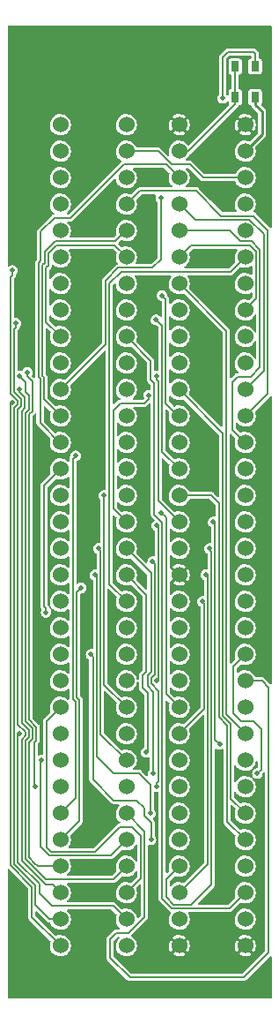
<source format=gtl>
G04 #@! TF.GenerationSoftware,KiCad,Pcbnew,(6.0.5)*
G04 #@! TF.CreationDate,2022-08-23T14:59:46-04:00*
G04 #@! TF.ProjectId,genesis-umd,67656e65-7369-4732-9d75-6d642e6b6963,2.2*
G04 #@! TF.SameCoordinates,Original*
G04 #@! TF.FileFunction,Copper,L1,Top*
G04 #@! TF.FilePolarity,Positive*
%FSLAX46Y46*%
G04 Gerber Fmt 4.6, Leading zero omitted, Abs format (unit mm)*
G04 Created by KiCad (PCBNEW (6.0.5)) date 2022-08-23 14:59:46*
%MOMM*%
%LPD*%
G01*
G04 APERTURE LIST*
G04 #@! TA.AperFunction,ComponentPad*
%ADD10C,1.524000*%
G04 #@! TD*
G04 #@! TA.AperFunction,SMDPad,CuDef*
%ADD11R,0.800000X1.000000*%
G04 #@! TD*
G04 #@! TA.AperFunction,ViaPad*
%ADD12C,0.508000*%
G04 #@! TD*
G04 #@! TA.AperFunction,Conductor*
%ADD13C,0.177800*%
G04 #@! TD*
G04 #@! TA.AperFunction,Conductor*
%ADD14C,0.254000*%
G04 #@! TD*
G04 APERTURE END LIST*
D10*
X147320000Y-66040000D03*
X147320000Y-68580000D03*
X147320000Y-71120000D03*
X147320000Y-73660000D03*
X147320000Y-76200000D03*
X147320000Y-78740000D03*
X147320000Y-81280000D03*
X147320000Y-83820000D03*
X147320000Y-86360000D03*
X147320000Y-88900000D03*
X147320000Y-91440000D03*
X147320000Y-93980000D03*
X147320000Y-96520000D03*
X147320000Y-99060000D03*
X147320000Y-101600000D03*
X147320000Y-104140000D03*
X147320000Y-106680000D03*
X147320000Y-109220000D03*
X147320000Y-111760000D03*
X147320000Y-114300000D03*
X147320000Y-116840000D03*
X147320000Y-119380000D03*
X147320000Y-121920000D03*
X147320000Y-124460000D03*
X147320000Y-127000000D03*
X147320000Y-129540000D03*
X147320000Y-132080000D03*
X147320000Y-134620000D03*
X147320000Y-137160000D03*
X147320000Y-139700000D03*
X147320000Y-142240000D03*
X147320000Y-144780000D03*
X142240000Y-66040000D03*
X142240000Y-68580000D03*
X142240000Y-71120000D03*
X142240000Y-73660000D03*
X142240000Y-76200000D03*
X142240000Y-78740000D03*
X142240000Y-81280000D03*
X142240000Y-83820000D03*
X142240000Y-86360000D03*
X142240000Y-88900000D03*
X142240000Y-91440000D03*
X142240000Y-93980000D03*
X142240000Y-96520000D03*
X142240000Y-99060000D03*
X142240000Y-101600000D03*
X142240000Y-104140000D03*
X142240000Y-106680000D03*
X142240000Y-109220000D03*
X142240000Y-111760000D03*
X142240000Y-114300000D03*
X142240000Y-116840000D03*
X142240000Y-119380000D03*
X142240000Y-121920000D03*
X142240000Y-124460000D03*
X142240000Y-127000000D03*
X142240000Y-129540000D03*
X142240000Y-132080000D03*
X142240000Y-134620000D03*
X142240000Y-137160000D03*
X142240000Y-139700000D03*
X142240000Y-142240000D03*
X142240000Y-144780000D03*
D11*
X152720000Y-63373000D03*
X154620000Y-63373000D03*
X152720000Y-60452000D03*
X154620000Y-60452000D03*
D10*
X135890000Y-66040000D03*
X135890000Y-68580000D03*
X135890000Y-71120000D03*
X135890000Y-73660000D03*
X135890000Y-76200000D03*
X135890000Y-78740000D03*
X135890000Y-81280000D03*
X135890000Y-83820000D03*
X135890000Y-86360000D03*
X135890000Y-88900000D03*
X135890000Y-91440000D03*
X135890000Y-93980000D03*
X135890000Y-96520000D03*
X135890000Y-99060000D03*
X135890000Y-101600000D03*
X135890000Y-104140000D03*
X135890000Y-106680000D03*
X135890000Y-109220000D03*
X135890000Y-111760000D03*
X135890000Y-114300000D03*
X135890000Y-116840000D03*
X135890000Y-119380000D03*
X135890000Y-121920000D03*
X135890000Y-124460000D03*
X135890000Y-127000000D03*
X135890000Y-129540000D03*
X135890000Y-132080000D03*
X135890000Y-134620000D03*
X135890000Y-137160000D03*
X135890000Y-139700000D03*
X135890000Y-142240000D03*
X135890000Y-144780000D03*
X153670000Y-144780000D03*
X153670000Y-142240000D03*
X153670000Y-139700000D03*
X153670000Y-137160000D03*
X153670000Y-134620000D03*
X153670000Y-132080000D03*
X153670000Y-129540000D03*
X153670000Y-127000000D03*
X153670000Y-124460000D03*
X153670000Y-121920000D03*
X153670000Y-119380000D03*
X153670000Y-116840000D03*
X153670000Y-114300000D03*
X153670000Y-111760000D03*
X153670000Y-109220000D03*
X153670000Y-106680000D03*
X153670000Y-104140000D03*
X153670000Y-101600000D03*
X153670000Y-99060000D03*
X153670000Y-96520000D03*
X153670000Y-93980000D03*
X153670000Y-91440000D03*
X153670000Y-88900000D03*
X153670000Y-86360000D03*
X153670000Y-83820000D03*
X153670000Y-81280000D03*
X153670000Y-78740000D03*
X153670000Y-76200000D03*
X153670000Y-73660000D03*
X153670000Y-71120000D03*
X153670000Y-68580000D03*
X153670000Y-66040000D03*
D12*
X139065000Y-76200000D03*
X139065000Y-78867000D03*
X150749000Y-78740000D03*
X150749000Y-81280000D03*
X144780000Y-81280000D03*
X144018000Y-95123000D03*
X132334000Y-148336000D03*
X155575000Y-95123000D03*
X155702000Y-115951000D03*
X138811000Y-139700000D03*
X138811000Y-137160000D03*
X138811000Y-134239000D03*
X146710400Y-59817000D03*
X134035800Y-127000000D03*
X145669000Y-82423000D03*
X145093083Y-84747090D03*
X131978400Y-91440000D03*
X145542000Y-73025000D03*
X151511000Y-63500000D03*
X134518400Y-112801400D03*
X140081000Y-101600000D03*
X144754600Y-107950000D03*
X145161000Y-129540000D03*
X139547600Y-106680000D03*
X139192000Y-109220000D03*
X144551400Y-132080000D03*
X144602200Y-134620000D03*
X138836400Y-116840000D03*
X133451600Y-129540000D03*
X132689600Y-89789000D03*
X137363200Y-97790000D03*
X137896600Y-110464600D03*
X131978400Y-90170000D03*
X131622800Y-85090000D03*
X131267200Y-80010000D03*
X131241954Y-92684763D03*
X144818100Y-128270000D03*
X154838400Y-128270000D03*
X149529800Y-111760000D03*
X149885400Y-109194600D03*
X150241000Y-106680000D03*
X151207339Y-125451589D03*
X150596600Y-104140000D03*
X145135600Y-104470200D03*
X145161000Y-119380000D03*
X145567400Y-103225600D03*
X144399000Y-91973400D03*
X145135600Y-90144600D03*
X131968449Y-124449846D03*
X144145000Y-126238000D03*
D13*
X133985000Y-135300709D02*
X133985000Y-127050800D01*
X133985000Y-127050800D02*
X134035800Y-127000000D01*
X140766789Y-136118611D02*
X134802902Y-136118611D01*
X134802902Y-136118611D02*
X133985000Y-135300709D01*
X142265400Y-134620000D02*
X140766789Y-136118611D01*
X146011912Y-82765912D02*
X145669000Y-82423000D01*
X146011912Y-92748112D02*
X146011912Y-82765912D01*
X147294600Y-94030800D02*
X146011912Y-92748112D01*
X134505688Y-79768712D02*
X134721622Y-79552778D01*
X134505688Y-84975688D02*
X134505688Y-79768712D01*
X135890000Y-86360000D02*
X134505688Y-84975688D01*
X134721622Y-79552778D02*
X134721622Y-78385900D01*
X134721622Y-78385900D02*
X135485122Y-77622400D01*
X135485122Y-77622400D02*
X141122400Y-77622400D01*
X141122400Y-77622400D02*
X142240000Y-78740000D01*
X145656301Y-97396301D02*
X145656301Y-85310308D01*
X145656301Y-85310308D02*
X145093083Y-84747090D01*
X147320000Y-99060000D02*
X145656301Y-97396301D01*
X140208000Y-81026000D02*
X141465299Y-79768701D01*
X152019000Y-59055000D02*
X154432000Y-59055000D01*
X132867400Y-124104400D02*
X132867400Y-124790200D01*
X154620000Y-59243000D02*
X154620000Y-60452000D01*
X132156210Y-93517698D02*
X132156210Y-123393210D01*
X151511000Y-59563000D02*
X152019000Y-59055000D01*
X151511000Y-63500000D02*
X151511000Y-59563000D01*
X135890000Y-91440000D02*
X140208000Y-87122000D01*
X132486407Y-92186792D02*
X132486409Y-93187499D01*
X132156210Y-123393210D02*
X132867400Y-124104400D01*
X131978400Y-91440000D02*
X131978400Y-91678784D01*
X145542000Y-78994000D02*
X145542000Y-73025000D01*
X140970000Y-138430000D02*
X142240000Y-137160000D01*
X141465299Y-79768701D02*
X144767299Y-79768701D01*
X132511809Y-136474209D02*
X134467600Y-138430000D01*
X144767299Y-79768701D02*
X145542000Y-78994000D01*
X131978400Y-91678784D02*
X132486407Y-92186792D01*
X140208000Y-87122000D02*
X140208000Y-81026000D01*
X154432000Y-59055000D02*
X154620000Y-59243000D01*
X132867400Y-124790200D02*
X132511809Y-125145791D01*
X134467600Y-138430000D02*
X140970000Y-138430000D01*
X132511809Y-125145791D02*
X132511809Y-136474209D01*
X132486409Y-93187499D02*
X132156210Y-93517698D01*
X141135099Y-77228701D02*
X142189200Y-76174600D01*
X134150077Y-90099960D02*
X134150077Y-79514734D01*
X134366011Y-79298800D02*
X134366011Y-78238602D01*
X134289833Y-90239716D02*
X134150077Y-90099960D01*
X134150077Y-79514734D02*
X134366011Y-79298800D01*
X134289833Y-92379833D02*
X134289833Y-90239716D01*
X134366011Y-78238602D02*
X135375912Y-77228701D01*
X135890000Y-93980000D02*
X134289833Y-92379833D01*
X135375912Y-77228701D02*
X141135099Y-77228701D01*
X134010400Y-79070200D02*
X134010400Y-76276200D01*
X133934222Y-94640422D02*
X133934222Y-90387014D01*
X141987522Y-69850000D02*
X146050000Y-69850000D01*
X134010400Y-76276200D02*
X135331200Y-74955400D01*
X133794466Y-79286134D02*
X134010400Y-79070200D01*
X146050000Y-69850000D02*
X147320000Y-71120000D01*
X135864600Y-96570800D02*
X133934222Y-94640422D01*
X133934222Y-90387014D02*
X133794466Y-90247258D01*
X133794466Y-90247258D02*
X133794466Y-79286134D01*
X136882122Y-74955400D02*
X141987522Y-69850000D01*
X135331200Y-74955400D02*
X136882122Y-74955400D01*
X134518400Y-112442190D02*
X134340600Y-112264390D01*
X134340600Y-100609400D02*
X135890000Y-99060000D01*
X134518400Y-112801400D02*
X134518400Y-112442190D01*
X134340600Y-112264390D02*
X134340600Y-100609400D01*
X140081000Y-101600000D02*
X140081000Y-119761000D01*
X140081000Y-119761000D02*
X142240000Y-121920000D01*
X145161000Y-129540000D02*
X145161000Y-129180790D01*
X144957800Y-108153200D02*
X144754600Y-107950000D01*
X145338800Y-129002990D02*
X145338800Y-120345200D01*
X145161000Y-129180790D02*
X145338800Y-129002990D01*
X144957800Y-118795800D02*
X144957800Y-108153200D01*
X144627600Y-119634000D02*
X144627600Y-119126000D01*
X144627600Y-119126000D02*
X144957800Y-118795800D01*
X145338800Y-120345200D02*
X144627600Y-119634000D01*
X139725400Y-106883200D02*
X139725400Y-124485400D01*
X139547600Y-106680000D02*
X139547600Y-106705400D01*
X139547600Y-106705400D02*
X139725400Y-106883200D01*
X139725400Y-124485400D02*
X142240000Y-127000000D01*
X143484600Y-128270000D02*
X144551400Y-129336800D01*
X139192000Y-109220000D02*
X139369800Y-109397800D01*
X139369800Y-110464600D02*
X139369800Y-126619000D01*
X139369800Y-109397800D02*
X139369800Y-110464600D01*
X141020800Y-128270000D02*
X143484600Y-128270000D01*
X139369800Y-126619000D02*
X141020800Y-128270000D01*
X144551400Y-129336800D02*
X144551400Y-132080000D01*
X141020800Y-130835400D02*
X143230600Y-130835400D01*
X139014200Y-128828800D02*
X141020800Y-130835400D01*
X143967200Y-132308600D02*
X144602200Y-132943600D01*
X138836400Y-116865400D02*
X139014200Y-117043200D01*
X144602200Y-132943600D02*
X144602200Y-134620000D01*
X143230600Y-130835400D02*
X143967200Y-131572000D01*
X143967200Y-131572000D02*
X143967200Y-132308600D01*
X139014200Y-117043200D02*
X139014200Y-128828800D01*
X138836400Y-116840000D02*
X138836400Y-116865400D01*
X133197626Y-90656236D02*
X133041590Y-90500200D01*
X132867430Y-123098614D02*
X132867430Y-93822478D01*
X132689600Y-89789000D02*
X132689600Y-90148210D01*
X133578619Y-123809803D02*
X132867430Y-123098614D01*
X133197626Y-93492282D02*
X133197626Y-90656236D01*
X133578600Y-125084816D02*
X133578618Y-125084796D01*
X133388599Y-129476999D02*
X133388599Y-125274815D01*
X133578618Y-125084796D02*
X133578619Y-123809803D01*
X132689600Y-90148210D02*
X133041590Y-90500200D01*
X133388599Y-125274815D02*
X133578618Y-125084796D01*
X132867430Y-93822478D02*
X133197626Y-93492282D01*
X133451600Y-129540000D02*
X133388599Y-129476999D01*
X137083789Y-121088402D02*
X137337789Y-121342402D01*
X137083789Y-98069411D02*
X137083789Y-121088402D01*
X137337789Y-130632211D02*
X135890000Y-132080000D01*
X137363200Y-97790000D02*
X137083789Y-98069411D01*
X137337789Y-121342402D02*
X137337789Y-130632211D01*
X137693400Y-132816600D02*
X137693400Y-121195104D01*
X137693400Y-121195104D02*
X137439400Y-120941104D01*
X137439400Y-120941104D02*
X137439400Y-110921800D01*
X135890000Y-134620000D02*
X137693400Y-132816600D01*
X137439400Y-110921800D02*
X137896600Y-110464600D01*
X132842016Y-93344984D02*
X132842016Y-92039494D01*
X132842016Y-92039494D02*
X132510669Y-91708146D01*
X133421108Y-136880600D02*
X133421108Y-136875508D01*
X132867419Y-136321819D02*
X132867419Y-125293089D01*
X133223010Y-123957102D02*
X132511820Y-123245912D01*
X132867419Y-125293089D02*
X133223009Y-124937499D01*
X133700508Y-137160000D02*
X133421108Y-136880600D01*
X132511820Y-123245912D02*
X132511820Y-93675180D01*
X133223009Y-124937499D02*
X133223010Y-123957102D01*
X132511820Y-93675180D02*
X132842016Y-93344984D01*
X133421108Y-136875508D02*
X132867419Y-136321819D01*
X132510669Y-90702269D02*
X131978400Y-90170000D01*
X132510669Y-91708146D02*
X132510669Y-90702269D01*
X135890000Y-137160000D02*
X133700508Y-137160000D01*
X132511789Y-124256789D02*
X131800600Y-123545600D01*
X135890000Y-139700000D02*
X135128001Y-138938001D01*
X134467601Y-138938001D02*
X132156199Y-136626599D01*
X131800600Y-123545600D02*
X131800600Y-93370400D01*
X131445010Y-85627000D02*
X131622800Y-85449210D01*
X135128001Y-138938001D02*
X134467601Y-138938001D01*
X131622800Y-85449210D02*
X131622800Y-85090000D01*
X132130800Y-93040200D02*
X132130798Y-92334090D01*
X131445010Y-91648302D02*
X131445010Y-85627000D01*
X132156199Y-136626599D02*
X132156199Y-124998493D01*
X131800600Y-93370400D02*
X132130800Y-93040200D01*
X132130798Y-92334090D02*
X131445010Y-91648302D01*
X132511789Y-124642903D02*
X132511789Y-124256789D01*
X132156199Y-124998493D02*
X132511789Y-124642903D01*
X131089400Y-80645000D02*
X131267200Y-80467200D01*
X131444978Y-93223114D02*
X131775189Y-92892903D01*
X131775189Y-92892903D02*
X131775189Y-92481389D01*
X131267200Y-80467200D02*
X131267200Y-80010000D01*
X131775189Y-92481389D02*
X131089400Y-91795600D01*
X133502387Y-138988787D02*
X131444978Y-136931378D01*
X131089400Y-91795600D02*
X131089400Y-80645000D01*
X134853692Y-142214600D02*
X133502387Y-140863295D01*
X133502387Y-140863295D02*
X133502387Y-138988787D01*
X131444978Y-136931378D02*
X131444978Y-93223114D01*
X135839200Y-142214600D02*
X134853692Y-142214600D01*
X135890000Y-144780000D02*
X133146776Y-142036776D01*
X131089367Y-92837350D02*
X131241954Y-92684763D01*
X133146776Y-139136085D02*
X131089367Y-137078676D01*
X131089367Y-137078676D02*
X131089367Y-92837350D01*
X133146776Y-142036776D02*
X133146776Y-139136085D01*
X144932400Y-90855800D02*
X144932400Y-103403400D01*
X144576800Y-90500200D02*
X144932400Y-90855800D01*
X146588502Y-141173211D02*
X152196789Y-141173211D01*
X144932400Y-103403400D02*
X145694400Y-104165400D01*
X145694400Y-104165400D02*
X145694400Y-140279109D01*
X152196789Y-141173211D02*
X153670000Y-139700000D01*
X144576800Y-88696800D02*
X144576800Y-90500200D01*
X145694400Y-140279109D02*
X146588502Y-141173211D01*
X142240000Y-86360000D02*
X144576800Y-88696800D01*
X151130000Y-122859800D02*
X151917400Y-123647200D01*
X151917400Y-132867400D02*
X153670000Y-134620000D01*
X150393400Y-101600000D02*
X151130000Y-102336600D01*
X151917400Y-123647200D02*
X151917400Y-132867400D01*
X147320000Y-101600000D02*
X150393400Y-101600000D01*
X151130000Y-102336600D02*
X151130000Y-122859800D01*
X151485611Y-95605611D02*
X151485611Y-122712503D01*
X147320000Y-91440000D02*
X151485611Y-95605611D01*
X152273011Y-123499902D02*
X152273011Y-130683011D01*
X151485611Y-122712503D02*
X152273011Y-123499902D01*
X152273011Y-130683011D02*
X153670000Y-132080000D01*
X144818100Y-120434100D02*
X144271990Y-119887990D01*
X144602190Y-118541810D02*
X144602190Y-109042190D01*
X153593800Y-129489200D02*
X153644600Y-129489200D01*
X144818100Y-128270000D02*
X144818100Y-120434100D01*
X144271990Y-119887990D02*
X144271990Y-118872010D01*
X144271990Y-118872010D02*
X144602190Y-118541810D01*
X144602190Y-109042190D02*
X142240000Y-106680000D01*
X151841222Y-122565206D02*
X153670000Y-124393984D01*
X153670000Y-124393984D02*
X153670000Y-124460000D01*
X151841222Y-85801222D02*
X151841222Y-122565206D01*
X147320000Y-81280000D02*
X151841222Y-85801222D01*
X140639800Y-145897600D02*
X140639800Y-144170400D01*
X153517600Y-147828000D02*
X142570200Y-147828000D01*
X143992600Y-133832600D02*
X142240000Y-132080000D01*
X141274800Y-143535400D02*
X142467078Y-143535400D01*
X143992600Y-142009878D02*
X143992600Y-133832600D01*
X142467078Y-143535400D02*
X143992600Y-142009878D01*
X142570200Y-147828000D02*
X140639800Y-145897600D01*
X140639800Y-144170400D02*
X141274800Y-143535400D01*
X155905200Y-145440400D02*
X153517600Y-147828000D01*
X153670000Y-119380000D02*
X155270200Y-119380000D01*
X155905200Y-120015000D02*
X155905200Y-145440400D01*
X155270200Y-119380000D02*
X155905200Y-120015000D01*
X154838400Y-128270000D02*
X155194000Y-127914400D01*
X155194000Y-127914400D02*
X155194000Y-123977400D01*
X153314400Y-123215400D02*
X152552400Y-122453400D01*
X154432000Y-123215400D02*
X153314400Y-123215400D01*
X152552400Y-122453400D02*
X152552400Y-117957600D01*
X155194000Y-123977400D02*
X154432000Y-123215400D01*
X152552400Y-117957600D02*
X153670000Y-116840000D01*
X149707600Y-111963200D02*
X149707600Y-122072400D01*
X149707600Y-122072400D02*
X147320000Y-124460000D01*
X149529800Y-111785400D02*
X149707600Y-111963200D01*
X149529800Y-111760000D02*
X149529800Y-111785400D01*
X149885400Y-109194600D02*
X150063200Y-109372400D01*
X150063200Y-136956800D02*
X147320000Y-139700000D01*
X150063200Y-109372400D02*
X150063200Y-136956800D01*
X150418800Y-106959400D02*
X150241000Y-106781600D01*
X146050000Y-140131800D02*
X146735800Y-140817600D01*
X148488400Y-140817600D02*
X150418800Y-138887200D01*
X146735800Y-140817600D02*
X148488400Y-140817600D01*
X150418800Y-138887200D02*
X150418800Y-106959400D01*
X146050000Y-138430000D02*
X146050000Y-140131800D01*
X147320000Y-137160000D02*
X146050000Y-138430000D01*
X150241000Y-106781600D02*
X150241000Y-106680000D01*
X150774400Y-125018650D02*
X151207339Y-125451589D01*
X150774400Y-104317800D02*
X150774400Y-125018650D01*
X150596600Y-104140000D02*
X150774400Y-104317800D01*
X145313400Y-119227600D02*
X145161000Y-119380000D01*
X145313400Y-104648000D02*
X145313400Y-119227600D01*
X145135600Y-104470200D02*
X145313400Y-104648000D01*
X146050000Y-120650000D02*
X146050000Y-103708200D01*
X147320000Y-121920000D02*
X146050000Y-120650000D01*
X146050000Y-103708200D02*
X145567400Y-103225600D01*
X155092400Y-89306400D02*
X154203400Y-90195400D01*
X152933400Y-90195400D02*
X152400000Y-90728800D01*
X153176223Y-77228701D02*
X154266901Y-77228701D01*
X147320000Y-76200000D02*
X152147522Y-76200000D01*
X152400000Y-90728800D02*
X152400000Y-95275400D01*
X152147522Y-76200000D02*
X153176223Y-77228701D01*
X154203400Y-90195400D02*
X152933400Y-90195400D01*
X152400000Y-95275400D02*
X153695400Y-96570800D01*
X155092400Y-78054200D02*
X155092400Y-89306400D01*
X154266901Y-77228701D02*
X155092400Y-78054200D01*
X153670000Y-93980000D02*
X155829020Y-91820980D01*
X151358600Y-74777600D02*
X148971000Y-72390000D01*
X155829020Y-91820980D02*
X155829020Y-76149220D01*
X154457400Y-74777600D02*
X151358600Y-74777600D01*
X143535400Y-72390000D02*
X142265400Y-73660000D01*
X155829020Y-76149220D02*
X154457400Y-74777600D01*
X148971000Y-72390000D02*
X143535400Y-72390000D01*
X155473409Y-76525118D02*
X154081502Y-75133211D01*
X148894811Y-75133211D02*
X147447000Y-73685400D01*
X155473409Y-89636591D02*
X155473409Y-76525118D01*
X147447000Y-73685400D02*
X147421600Y-73685400D01*
X154081502Y-75133211D02*
X148894811Y-75133211D01*
X153670000Y-91440000D02*
X155473409Y-89636591D01*
X144399000Y-92332610D02*
X143996210Y-92735400D01*
X140970000Y-102870000D02*
X142240000Y-104140000D01*
X140970000Y-93421200D02*
X140970000Y-102870000D01*
X144399000Y-91973400D02*
X144399000Y-92332610D01*
X141655800Y-92735400D02*
X140970000Y-93421200D01*
X143996210Y-92735400D02*
X141655800Y-92735400D01*
X145288000Y-90656210D02*
X145288000Y-102108000D01*
X145135600Y-90144600D02*
X145135600Y-90503810D01*
X145135600Y-90503810D02*
X145288000Y-90656210D01*
X145288000Y-102108000D02*
X147320000Y-104140000D01*
X154698701Y-82715099D02*
X153568400Y-83845400D01*
X147320000Y-78740000D02*
X148475688Y-77584312D01*
X154119604Y-77584312D02*
X154698701Y-78163409D01*
X154698701Y-78163409D02*
X154698701Y-82715099D01*
X148475688Y-77584312D02*
X154119604Y-77584312D01*
X140970000Y-140970000D02*
X135102598Y-140970000D01*
X131800589Y-136773898D02*
X131800589Y-124617706D01*
X131800589Y-124617706D02*
X131968449Y-124449846D01*
X133857998Y-139725400D02*
X133857998Y-138831306D01*
X135102598Y-140970000D02*
X133857998Y-139725400D01*
X142240000Y-142240000D02*
X140970000Y-140970000D01*
X133857998Y-138831306D02*
X131800589Y-136773898D01*
X142240000Y-68580000D02*
X144526000Y-68580000D01*
X148336000Y-69850000D02*
X146552908Y-69850000D01*
X144526000Y-68580000D02*
X144780000Y-68580000D01*
X153670000Y-71120000D02*
X149606000Y-71120000D01*
X145282908Y-68580000D02*
X144526000Y-68580000D01*
X149606000Y-71120000D02*
X148336000Y-69850000D01*
X146552908Y-69850000D02*
X145282908Y-68580000D01*
X144145000Y-111125000D02*
X144145000Y-118491000D01*
X143764000Y-118872000D02*
X143764000Y-120015000D01*
X142240000Y-109220000D02*
X144145000Y-111125000D01*
X144272000Y-126111000D02*
X144145000Y-126238000D01*
X144145000Y-118491000D02*
X143764000Y-118872000D01*
X144272000Y-120523000D02*
X144272000Y-126111000D01*
X143764000Y-120015000D02*
X144272000Y-120523000D01*
X139242800Y-135763000D02*
X134975600Y-135763000D01*
X142798800Y-133375400D02*
X141630400Y-133375400D01*
X134975600Y-135763000D02*
X134556001Y-135343401D01*
X141630400Y-133375400D02*
X139242800Y-135763000D01*
X134556001Y-135343401D02*
X134556001Y-123253999D01*
X143636989Y-138303011D02*
X143636989Y-134213589D01*
X142240000Y-139700000D02*
X143636989Y-138303011D01*
X143636989Y-134213589D02*
X142798800Y-133375400D01*
X134556001Y-123253999D02*
X135890000Y-121920000D01*
D14*
X155274000Y-66976000D02*
X155274000Y-64781000D01*
X154620000Y-64127000D02*
X154620000Y-63373000D01*
X155274000Y-64781000D02*
X154620000Y-64127000D01*
X153670000Y-68580000D02*
X155274000Y-66976000D01*
D13*
X148190800Y-68580000D02*
X147320000Y-68580000D01*
X152720000Y-64050800D02*
X148190800Y-68580000D01*
X152720000Y-63180000D02*
X152720000Y-60452000D01*
X152720000Y-63373000D02*
X152720000Y-64050800D01*
X140614391Y-81249518D02*
X140614391Y-110134391D01*
X153670000Y-78740000D02*
X152285688Y-80124312D01*
X141739597Y-80124312D02*
X140614391Y-81249518D01*
X140614391Y-110134391D02*
X142240000Y-111760000D01*
X152285688Y-80124312D02*
X141739597Y-80124312D01*
G04 #@! TA.AperFunction,Conductor*
G36*
X130941850Y-137421036D02*
G01*
X130960055Y-137435005D01*
X132777631Y-139252581D01*
X132803042Y-139307075D01*
X132803376Y-139314736D01*
X132803376Y-142017959D01*
X132803041Y-142025620D01*
X132799406Y-142067167D01*
X132801397Y-142074597D01*
X132810203Y-142107462D01*
X132811862Y-142114945D01*
X132819108Y-142156037D01*
X132822953Y-142162697D01*
X132825551Y-142169835D01*
X132828759Y-142176714D01*
X132830749Y-142184142D01*
X132840378Y-142197893D01*
X132854684Y-142218325D01*
X132858800Y-142224787D01*
X132879659Y-142260914D01*
X132885552Y-142265858D01*
X132885552Y-142265859D01*
X132911605Y-142287720D01*
X132917259Y-142292900D01*
X134925623Y-144301264D01*
X134951034Y-144355758D01*
X134947253Y-144389997D01*
X134890902Y-144567635D01*
X134868682Y-144765739D01*
X134869041Y-144770015D01*
X134869041Y-144770017D01*
X134884995Y-144960012D01*
X134885362Y-144964386D01*
X134940310Y-145156009D01*
X134942271Y-145159826D01*
X134942272Y-145159827D01*
X135029327Y-145329218D01*
X135031430Y-145333311D01*
X135155253Y-145489537D01*
X135158529Y-145492325D01*
X135303790Y-145615952D01*
X135303793Y-145615954D01*
X135307063Y-145618737D01*
X135310811Y-145620832D01*
X135310813Y-145620833D01*
X135352130Y-145643924D01*
X135481076Y-145715989D01*
X135670665Y-145777591D01*
X135834003Y-145797068D01*
X135861632Y-145800362D01*
X135868609Y-145801194D01*
X136067367Y-145785900D01*
X136210689Y-145745884D01*
X136255227Y-145733449D01*
X136255229Y-145733448D01*
X136259370Y-145732292D01*
X136289929Y-145716856D01*
X136433470Y-145644348D01*
X136437303Y-145642412D01*
X136594390Y-145519682D01*
X136724647Y-145368778D01*
X136823112Y-145195448D01*
X136824537Y-145191166D01*
X136884677Y-145010375D01*
X136886035Y-145006294D01*
X136886588Y-145001922D01*
X136910713Y-144810951D01*
X136910713Y-144810949D01*
X136911020Y-144808520D01*
X136911265Y-144790958D01*
X136911384Y-144782465D01*
X136911384Y-144782458D01*
X136911418Y-144780000D01*
X136892733Y-144589437D01*
X136892385Y-144585888D01*
X136892385Y-144585887D01*
X136891965Y-144581606D01*
X136834348Y-144390768D01*
X136832329Y-144386971D01*
X136832327Y-144386966D01*
X136742782Y-144218557D01*
X136740761Y-144214756D01*
X136614768Y-144060274D01*
X136461170Y-143933206D01*
X136285815Y-143838392D01*
X136281713Y-143837122D01*
X136281710Y-143837121D01*
X136143364Y-143794296D01*
X136095385Y-143779444D01*
X135897131Y-143758607D01*
X135892846Y-143758997D01*
X135892845Y-143758997D01*
X135798038Y-143767625D01*
X135698605Y-143776674D01*
X135507370Y-143832958D01*
X135505052Y-143834170D01*
X135445440Y-143836250D01*
X135410449Y-143814808D01*
X133515921Y-141920280D01*
X133490510Y-141865786D01*
X133490176Y-141858125D01*
X133490176Y-141548935D01*
X133510741Y-141492434D01*
X133562812Y-141462370D01*
X133622026Y-141472811D01*
X133640231Y-141486780D01*
X134597570Y-142444119D01*
X134602739Y-142449760D01*
X134629554Y-142481717D01*
X134665677Y-142502573D01*
X134672138Y-142506689D01*
X134706326Y-142530627D01*
X134713754Y-142532617D01*
X134720633Y-142535825D01*
X134727771Y-142538423D01*
X134734431Y-142542268D01*
X134775523Y-142549514D01*
X134782999Y-142551171D01*
X134796690Y-142554840D01*
X134815876Y-142559981D01*
X134815879Y-142559981D01*
X134823301Y-142561970D01*
X134830956Y-142561300D01*
X134830963Y-142561301D01*
X134850880Y-142559558D01*
X134908958Y-142575119D01*
X134939774Y-142614139D01*
X134940310Y-142616009D01*
X135031430Y-142793311D01*
X135155253Y-142949537D01*
X135158529Y-142952325D01*
X135303790Y-143075952D01*
X135303793Y-143075954D01*
X135307063Y-143078737D01*
X135310811Y-143080832D01*
X135310813Y-143080833D01*
X135352889Y-143104348D01*
X135481076Y-143175989D01*
X135670665Y-143237591D01*
X135868609Y-143261194D01*
X136067367Y-143245900D01*
X136204070Y-143207732D01*
X136255227Y-143193449D01*
X136255229Y-143193448D01*
X136259370Y-143192292D01*
X136267808Y-143188030D01*
X136433470Y-143104348D01*
X136437303Y-143102412D01*
X136594390Y-142979682D01*
X136724647Y-142828778D01*
X136823112Y-142655448D01*
X136834962Y-142619827D01*
X136873328Y-142504493D01*
X136886035Y-142466294D01*
X136888837Y-142444119D01*
X136910713Y-142270951D01*
X136910713Y-142270949D01*
X136911020Y-142268520D01*
X136911418Y-142240000D01*
X136891965Y-142041606D01*
X136834348Y-141850768D01*
X136832329Y-141846971D01*
X136832327Y-141846966D01*
X136742782Y-141678557D01*
X136740761Y-141674756D01*
X136614768Y-141520274D01*
X136599361Y-141507528D01*
X136552823Y-141469028D01*
X136522397Y-141417167D01*
X136532425Y-141357882D01*
X136578214Y-141318913D01*
X136608853Y-141313400D01*
X140791349Y-141313400D01*
X140847850Y-141333965D01*
X140853504Y-141339145D01*
X141275623Y-141761264D01*
X141301034Y-141815758D01*
X141297253Y-141849997D01*
X141240902Y-142027635D01*
X141234549Y-142084275D01*
X141219514Y-142218325D01*
X141218682Y-142225739D01*
X141219041Y-142230015D01*
X141219041Y-142230017D01*
X141222063Y-142266000D01*
X141235362Y-142424386D01*
X141290310Y-142616009D01*
X141381430Y-142793311D01*
X141505253Y-142949537D01*
X141508529Y-142952325D01*
X141608211Y-143037161D01*
X141637910Y-143089441D01*
X141627056Y-143148580D01*
X141580727Y-143186907D01*
X141551241Y-143192000D01*
X141293618Y-143192000D01*
X141285957Y-143191665D01*
X141244410Y-143188030D01*
X141204104Y-143198830D01*
X141196633Y-143200486D01*
X141155539Y-143207732D01*
X141148880Y-143211577D01*
X141141741Y-143214175D01*
X141134862Y-143217383D01*
X141127434Y-143219373D01*
X141101416Y-143237591D01*
X141093251Y-143243308D01*
X141086789Y-143247424D01*
X141050662Y-143268283D01*
X141045718Y-143274176D01*
X141045717Y-143274176D01*
X141023856Y-143300229D01*
X141018676Y-143305883D01*
X140410281Y-143914278D01*
X140404640Y-143919447D01*
X140372683Y-143946262D01*
X140351827Y-143982385D01*
X140347711Y-143988846D01*
X140323773Y-144023034D01*
X140321783Y-144030462D01*
X140318575Y-144037341D01*
X140315977Y-144044479D01*
X140312132Y-144051139D01*
X140304887Y-144092227D01*
X140303229Y-144099707D01*
X140292430Y-144140009D01*
X140293101Y-144147674D01*
X140296065Y-144181556D01*
X140296400Y-144189217D01*
X140296400Y-145878783D01*
X140296065Y-145886444D01*
X140292430Y-145927991D01*
X140294421Y-145935421D01*
X140303227Y-145968286D01*
X140304886Y-145975769D01*
X140312132Y-146016861D01*
X140315977Y-146023521D01*
X140318575Y-146030659D01*
X140321783Y-146037538D01*
X140323773Y-146044966D01*
X140328183Y-146051264D01*
X140347708Y-146079149D01*
X140351824Y-146085611D01*
X140372683Y-146121738D01*
X140378576Y-146126682D01*
X140378576Y-146126683D01*
X140404629Y-146148544D01*
X140410283Y-146153724D01*
X142314078Y-148057519D01*
X142319247Y-148063160D01*
X142346062Y-148095117D01*
X142382185Y-148115973D01*
X142388646Y-148120089D01*
X142422834Y-148144027D01*
X142430262Y-148146017D01*
X142437141Y-148149225D01*
X142444279Y-148151823D01*
X142450939Y-148155668D01*
X142492031Y-148162914D01*
X142499507Y-148164571D01*
X142513198Y-148168240D01*
X142532384Y-148173381D01*
X142532387Y-148173381D01*
X142539809Y-148175370D01*
X142581371Y-148171734D01*
X142589032Y-148171400D01*
X153498783Y-148171400D01*
X153506444Y-148171735D01*
X153547991Y-148175370D01*
X153588293Y-148164571D01*
X153595769Y-148162914D01*
X153636861Y-148155668D01*
X153643521Y-148151823D01*
X153650659Y-148149225D01*
X153657538Y-148146017D01*
X153664966Y-148144027D01*
X153699154Y-148120089D01*
X153705615Y-148115973D01*
X153741738Y-148095117D01*
X153768544Y-148063171D01*
X153773724Y-148057517D01*
X156059945Y-145771295D01*
X156114439Y-145745884D01*
X156172517Y-145761447D01*
X156207005Y-145810700D01*
X156210000Y-145833450D01*
X156210000Y-149772100D01*
X156189435Y-149828601D01*
X156137364Y-149858665D01*
X156122100Y-149860000D01*
X130897900Y-149860000D01*
X130841399Y-149839435D01*
X130811335Y-149787364D01*
X130810000Y-149772100D01*
X130810000Y-137497160D01*
X130830565Y-137440659D01*
X130882636Y-137410595D01*
X130941850Y-137421036D01*
G37*
G04 #@! TD.AperFunction*
G04 #@! TA.AperFunction,Conductor*
G36*
X150898806Y-125857117D02*
G01*
X150986173Y-125915273D01*
X150992149Y-125917140D01*
X150992151Y-125917141D01*
X151119223Y-125956842D01*
X151119225Y-125956842D01*
X151125203Y-125958710D01*
X151131464Y-125958825D01*
X151131466Y-125958825D01*
X151192892Y-125959951D01*
X151270837Y-125961379D01*
X151411365Y-125923066D01*
X151416696Y-125919793D01*
X151416698Y-125919792D01*
X151440108Y-125905418D01*
X151499018Y-125893380D01*
X151551883Y-125922025D01*
X151574000Y-125980326D01*
X151574000Y-132848583D01*
X151573665Y-132856244D01*
X151570030Y-132897791D01*
X151578202Y-132928288D01*
X151580827Y-132938086D01*
X151582486Y-132945569D01*
X151589732Y-132986661D01*
X151593577Y-132993321D01*
X151596175Y-133000459D01*
X151599383Y-133007338D01*
X151601373Y-133014766D01*
X151619559Y-133040738D01*
X151625308Y-133048949D01*
X151629420Y-133055404D01*
X151650283Y-133091538D01*
X151656176Y-133096482D01*
X151656176Y-133096483D01*
X151682229Y-133118344D01*
X151687883Y-133123524D01*
X152705623Y-134141264D01*
X152731034Y-134195758D01*
X152727253Y-134229997D01*
X152670902Y-134407635D01*
X152648682Y-134605739D01*
X152649041Y-134610015D01*
X152649041Y-134610017D01*
X152662995Y-134776191D01*
X152665362Y-134804386D01*
X152720310Y-134996009D01*
X152722271Y-134999826D01*
X152722272Y-134999827D01*
X152802564Y-135156059D01*
X152811430Y-135173311D01*
X152935253Y-135329537D01*
X152938529Y-135332325D01*
X153083790Y-135455952D01*
X153083793Y-135455954D01*
X153087063Y-135458737D01*
X153090811Y-135460832D01*
X153090813Y-135460833D01*
X153132889Y-135484348D01*
X153261076Y-135555989D01*
X153450665Y-135617591D01*
X153648609Y-135641194D01*
X153847367Y-135625900D01*
X153975417Y-135590148D01*
X154035227Y-135573449D01*
X154035229Y-135573448D01*
X154039370Y-135572292D01*
X154046472Y-135568705D01*
X154204807Y-135488724D01*
X154217303Y-135482412D01*
X154374390Y-135359682D01*
X154504647Y-135208778D01*
X154603112Y-135035448D01*
X154611372Y-135010619D01*
X154664677Y-134850375D01*
X154666035Y-134846294D01*
X154671871Y-134800103D01*
X154690713Y-134650951D01*
X154690713Y-134650949D01*
X154691020Y-134648520D01*
X154691418Y-134620000D01*
X154671965Y-134421606D01*
X154614348Y-134230768D01*
X154612329Y-134226971D01*
X154612327Y-134226966D01*
X154522782Y-134058557D01*
X154520761Y-134054756D01*
X154394768Y-133900274D01*
X154241170Y-133773206D01*
X154065815Y-133678392D01*
X154061713Y-133677122D01*
X154061710Y-133677121D01*
X153970600Y-133648918D01*
X153875385Y-133619444D01*
X153677131Y-133598607D01*
X153672846Y-133598997D01*
X153672845Y-133598997D01*
X153672186Y-133599057D01*
X153478605Y-133616674D01*
X153287370Y-133672958D01*
X153285052Y-133674170D01*
X153225440Y-133676250D01*
X153190449Y-133654808D01*
X152286545Y-132750904D01*
X152261134Y-132696410D01*
X152260800Y-132688749D01*
X152260800Y-131368651D01*
X152281365Y-131312150D01*
X152333436Y-131282086D01*
X152392650Y-131292527D01*
X152410855Y-131306496D01*
X152705623Y-131601264D01*
X152731034Y-131655758D01*
X152727253Y-131689997D01*
X152670902Y-131867635D01*
X152648682Y-132065739D01*
X152649041Y-132070015D01*
X152649041Y-132070017D01*
X152662995Y-132236191D01*
X152665362Y-132264386D01*
X152720310Y-132456009D01*
X152722271Y-132459826D01*
X152722272Y-132459827D01*
X152774790Y-132562016D01*
X152811430Y-132633311D01*
X152935253Y-132789537D01*
X152938528Y-132792324D01*
X152938529Y-132792325D01*
X153083790Y-132915952D01*
X153083793Y-132915954D01*
X153087063Y-132918737D01*
X153090811Y-132920832D01*
X153090813Y-132920833D01*
X153158365Y-132958586D01*
X153261076Y-133015989D01*
X153450665Y-133077591D01*
X153648609Y-133101194D01*
X153847367Y-133085900D01*
X153988855Y-133046396D01*
X154035227Y-133033449D01*
X154035229Y-133033448D01*
X154039370Y-133032292D01*
X154047808Y-133028030D01*
X154137126Y-132982912D01*
X154217303Y-132942412D01*
X154374390Y-132819682D01*
X154480796Y-132696410D01*
X154501840Y-132672030D01*
X154504647Y-132668778D01*
X154508131Y-132662646D01*
X154585713Y-132526076D01*
X154603112Y-132495448D01*
X154611372Y-132470619D01*
X154647624Y-132361640D01*
X154666035Y-132306294D01*
X154671871Y-132260103D01*
X154690713Y-132110951D01*
X154690713Y-132110949D01*
X154691020Y-132108520D01*
X154691418Y-132080000D01*
X154671965Y-131881606D01*
X154614348Y-131690768D01*
X154612329Y-131686971D01*
X154612327Y-131686966D01*
X154522782Y-131518557D01*
X154520761Y-131514756D01*
X154394768Y-131360274D01*
X154241170Y-131233206D01*
X154065815Y-131138392D01*
X154061713Y-131137122D01*
X154061710Y-131137121D01*
X153930894Y-131096627D01*
X153875385Y-131079444D01*
X153677131Y-131058607D01*
X153672846Y-131058997D01*
X153672845Y-131058997D01*
X153482890Y-131076284D01*
X153478605Y-131076674D01*
X153287370Y-131132958D01*
X153285052Y-131134170D01*
X153225440Y-131136250D01*
X153190449Y-131114808D01*
X152642156Y-130566515D01*
X152616745Y-130512021D01*
X152616411Y-130504360D01*
X152616411Y-130077180D01*
X152636976Y-130020679D01*
X152689047Y-129990615D01*
X152748261Y-130001056D01*
X152782491Y-130037002D01*
X152803140Y-130077180D01*
X152811430Y-130093311D01*
X152935253Y-130249537D01*
X152938529Y-130252325D01*
X153083790Y-130375952D01*
X153083793Y-130375954D01*
X153087063Y-130378737D01*
X153090811Y-130380832D01*
X153090813Y-130380833D01*
X153132889Y-130404348D01*
X153261076Y-130475989D01*
X153450665Y-130537591D01*
X153648609Y-130561194D01*
X153847367Y-130545900D01*
X153984070Y-130507732D01*
X154035227Y-130493449D01*
X154035229Y-130493448D01*
X154039370Y-130492292D01*
X154047808Y-130488030D01*
X154137126Y-130442912D01*
X154217303Y-130402412D01*
X154374390Y-130279682D01*
X154504647Y-130128778D01*
X154508131Y-130122646D01*
X154592739Y-129973707D01*
X154603112Y-129955448D01*
X154614962Y-129919827D01*
X154664677Y-129770375D01*
X154666035Y-129766294D01*
X154671871Y-129720103D01*
X154690713Y-129570951D01*
X154690713Y-129570949D01*
X154691020Y-129568520D01*
X154691418Y-129540000D01*
X154671965Y-129341606D01*
X154614348Y-129150768D01*
X154612329Y-129146971D01*
X154612327Y-129146966D01*
X154522782Y-128978557D01*
X154520761Y-128974756D01*
X154394768Y-128820274D01*
X154386961Y-128813815D01*
X154361161Y-128792472D01*
X154241170Y-128693206D01*
X154065815Y-128598392D01*
X154061713Y-128597122D01*
X154061710Y-128597121D01*
X153932984Y-128557274D01*
X153875385Y-128539444D01*
X153677131Y-128518607D01*
X153672846Y-128518997D01*
X153672845Y-128518997D01*
X153672186Y-128519057D01*
X153478605Y-128536674D01*
X153474481Y-128537888D01*
X153474480Y-128537888D01*
X153291486Y-128591746D01*
X153291481Y-128591748D01*
X153287370Y-128592958D01*
X153283567Y-128594946D01*
X153283565Y-128594947D01*
X153275807Y-128599003D01*
X153110709Y-128685314D01*
X153107357Y-128688009D01*
X153107354Y-128688011D01*
X152966720Y-128801084D01*
X152955351Y-128810225D01*
X152952587Y-128813519D01*
X152952584Y-128813522D01*
X152912956Y-128860749D01*
X152827214Y-128962933D01*
X152781337Y-129046384D01*
X152736098Y-129085987D01*
X152675984Y-129087247D01*
X152629125Y-129049571D01*
X152616411Y-129004036D01*
X152616411Y-127537180D01*
X152636976Y-127480679D01*
X152689047Y-127450615D01*
X152748261Y-127461056D01*
X152782491Y-127497002D01*
X152811430Y-127553311D01*
X152935253Y-127709537D01*
X152938529Y-127712325D01*
X153083790Y-127835952D01*
X153083793Y-127835954D01*
X153087063Y-127838737D01*
X153090811Y-127840832D01*
X153090813Y-127840833D01*
X153132889Y-127864348D01*
X153261076Y-127935989D01*
X153450665Y-127997591D01*
X153648609Y-128021194D01*
X153847367Y-128005900D01*
X153971998Y-127971102D01*
X154035227Y-127953449D01*
X154035229Y-127953448D01*
X154039370Y-127952292D01*
X154043904Y-127950002D01*
X154176189Y-127883180D01*
X154217303Y-127862412D01*
X154374390Y-127739682D01*
X154504647Y-127588778D01*
X154508131Y-127582646D01*
X154587314Y-127443258D01*
X154603112Y-127415448D01*
X154614962Y-127379827D01*
X154664677Y-127230375D01*
X154666035Y-127226294D01*
X154675493Y-127151427D01*
X154702977Y-127097949D01*
X154758406Y-127074649D01*
X154815844Y-127092429D01*
X154848416Y-127142970D01*
X154850600Y-127162444D01*
X154850600Y-127674019D01*
X154830035Y-127730520D01*
X154774708Y-127761061D01*
X154768679Y-127761024D01*
X154628629Y-127801051D01*
X154505442Y-127878776D01*
X154501299Y-127883467D01*
X154501298Y-127883468D01*
X154413167Y-127983257D01*
X154413165Y-127983260D01*
X154409022Y-127987951D01*
X154347119Y-128119800D01*
X154324709Y-128263724D01*
X154343595Y-128408152D01*
X154354010Y-128431822D01*
X154384990Y-128502227D01*
X154402259Y-128541474D01*
X154406288Y-128546267D01*
X154491955Y-128648182D01*
X154491958Y-128648185D01*
X154495983Y-128652973D01*
X154514446Y-128665263D01*
X154612020Y-128730214D01*
X154612024Y-128730216D01*
X154617234Y-128733684D01*
X154623210Y-128735551D01*
X154623212Y-128735552D01*
X154750284Y-128775253D01*
X154750286Y-128775253D01*
X154756264Y-128777121D01*
X154762525Y-128777236D01*
X154762527Y-128777236D01*
X154823953Y-128778362D01*
X154901898Y-128779790D01*
X155042426Y-128741477D01*
X155166554Y-128665263D01*
X155264301Y-128557274D01*
X155273694Y-128537888D01*
X155325082Y-128431822D01*
X155325082Y-128431821D01*
X155327810Y-128426191D01*
X155351976Y-128282552D01*
X155352039Y-128277351D01*
X155352222Y-128276867D01*
X155352320Y-128275776D01*
X155352624Y-128275803D01*
X155373286Y-128221107D01*
X155377777Y-128216264D01*
X155411745Y-128182296D01*
X155466239Y-128156885D01*
X155524317Y-128172448D01*
X155558805Y-128221701D01*
X155561800Y-128244451D01*
X155561800Y-145261750D01*
X155541235Y-145318251D01*
X155536055Y-145323905D01*
X153401104Y-147458855D01*
X153346610Y-147484266D01*
X153338949Y-147484600D01*
X142748851Y-147484600D01*
X142692350Y-147464035D01*
X142686696Y-147458855D01*
X141008945Y-145781104D01*
X140983534Y-145726610D01*
X140983200Y-145718949D01*
X140983200Y-144349051D01*
X141003765Y-144292550D01*
X141008945Y-144286896D01*
X141391296Y-143904545D01*
X141445790Y-143879134D01*
X141453451Y-143878800D01*
X141488955Y-143878800D01*
X141545456Y-143899365D01*
X141575520Y-143951436D01*
X141565079Y-144010650D01*
X141544034Y-144035203D01*
X141541375Y-144037341D01*
X141525351Y-144050225D01*
X141522587Y-144053519D01*
X141522584Y-144053522D01*
X141490107Y-144092227D01*
X141397214Y-144202933D01*
X141301179Y-144377621D01*
X141240902Y-144567635D01*
X141218682Y-144765739D01*
X141219041Y-144770015D01*
X141219041Y-144770017D01*
X141234995Y-144960012D01*
X141235362Y-144964386D01*
X141290310Y-145156009D01*
X141292271Y-145159826D01*
X141292272Y-145159827D01*
X141379327Y-145329218D01*
X141381430Y-145333311D01*
X141505253Y-145489537D01*
X141508529Y-145492325D01*
X141653790Y-145615952D01*
X141653793Y-145615954D01*
X141657063Y-145618737D01*
X141660811Y-145620832D01*
X141660813Y-145620833D01*
X141702130Y-145643924D01*
X141831076Y-145715989D01*
X142020665Y-145777591D01*
X142184003Y-145797068D01*
X142211632Y-145800362D01*
X142218609Y-145801194D01*
X142417367Y-145785900D01*
X142560689Y-145745884D01*
X142605227Y-145733449D01*
X142605229Y-145733448D01*
X142609370Y-145732292D01*
X142639929Y-145716856D01*
X142783470Y-145644348D01*
X142787303Y-145642412D01*
X142862270Y-145583841D01*
X146701874Y-145583841D01*
X146703364Y-145589400D01*
X146734076Y-145615539D01*
X146741099Y-145620420D01*
X146907527Y-145713433D01*
X146915362Y-145716856D01*
X147096690Y-145775773D01*
X147105035Y-145777608D01*
X147294352Y-145800183D01*
X147302908Y-145800362D01*
X147493000Y-145785735D01*
X147501415Y-145784251D01*
X147685045Y-145732981D01*
X147693029Y-145729884D01*
X147863201Y-145643924D01*
X147870416Y-145639345D01*
X147930806Y-145592164D01*
X147936007Y-145583841D01*
X153051874Y-145583841D01*
X153053364Y-145589400D01*
X153084076Y-145615539D01*
X153091099Y-145620420D01*
X153257527Y-145713433D01*
X153265362Y-145716856D01*
X153446690Y-145775773D01*
X153455035Y-145777608D01*
X153644352Y-145800183D01*
X153652908Y-145800362D01*
X153843000Y-145785735D01*
X153851415Y-145784251D01*
X154035045Y-145732981D01*
X154043029Y-145729884D01*
X154213201Y-145643924D01*
X154220416Y-145639345D01*
X154280806Y-145592164D01*
X154287500Y-145581452D01*
X154286789Y-145576394D01*
X153680958Y-144970563D01*
X153669509Y-144965224D01*
X153662503Y-144967102D01*
X153057213Y-145572392D01*
X153051874Y-145583841D01*
X147936007Y-145583841D01*
X147937500Y-145581452D01*
X147936789Y-145576394D01*
X147330958Y-144970563D01*
X147319509Y-144965224D01*
X147312503Y-144967102D01*
X146707213Y-145572392D01*
X146701874Y-145583841D01*
X142862270Y-145583841D01*
X142944390Y-145519682D01*
X143074647Y-145368778D01*
X143173112Y-145195448D01*
X143174537Y-145191166D01*
X143234677Y-145010375D01*
X143236035Y-145006294D01*
X143236588Y-145001922D01*
X143260713Y-144810951D01*
X143260713Y-144810949D01*
X143261020Y-144808520D01*
X143261265Y-144790958D01*
X143261384Y-144782465D01*
X143261384Y-144782458D01*
X143261418Y-144780000D01*
X143260440Y-144770024D01*
X146299543Y-144770024D01*
X146315496Y-144960012D01*
X146317041Y-144968427D01*
X146369593Y-145151698D01*
X146372738Y-145159641D01*
X146459888Y-145329218D01*
X146464521Y-145336406D01*
X146507716Y-145390905D01*
X146518478Y-145397526D01*
X146523630Y-145396765D01*
X147129437Y-144790958D01*
X147134318Y-144780491D01*
X147505224Y-144780491D01*
X147507102Y-144787497D01*
X148112636Y-145393031D01*
X148124085Y-145398370D01*
X148129756Y-145396850D01*
X148151428Y-145371742D01*
X148156358Y-145364754D01*
X148250532Y-145198978D01*
X148254009Y-145191166D01*
X148314190Y-145010257D01*
X148316084Y-145001922D01*
X148340211Y-144810937D01*
X148340552Y-144806050D01*
X148340882Y-144782466D01*
X148340675Y-144777545D01*
X148339938Y-144770024D01*
X152649543Y-144770024D01*
X152665496Y-144960012D01*
X152667041Y-144968427D01*
X152719593Y-145151698D01*
X152722738Y-145159641D01*
X152809888Y-145329218D01*
X152814521Y-145336406D01*
X152857716Y-145390905D01*
X152868478Y-145397526D01*
X152873630Y-145396765D01*
X153479437Y-144790958D01*
X153484318Y-144780491D01*
X153855224Y-144780491D01*
X153857102Y-144787497D01*
X154462636Y-145393031D01*
X154474085Y-145398370D01*
X154479756Y-145396850D01*
X154501428Y-145371742D01*
X154506358Y-145364754D01*
X154600532Y-145198978D01*
X154604009Y-145191166D01*
X154664190Y-145010257D01*
X154666084Y-145001922D01*
X154690211Y-144810937D01*
X154690552Y-144806050D01*
X154690882Y-144782466D01*
X154690675Y-144777545D01*
X154671893Y-144585985D01*
X154670230Y-144577585D01*
X154615126Y-144395073D01*
X154611868Y-144387167D01*
X154522361Y-144218830D01*
X154517626Y-144211702D01*
X154482625Y-144168787D01*
X154471772Y-144162317D01*
X154466422Y-144163183D01*
X153860563Y-144769042D01*
X153855224Y-144780491D01*
X153484318Y-144780491D01*
X153484776Y-144779509D01*
X153482898Y-144772503D01*
X152877816Y-144167421D01*
X152866367Y-144162082D01*
X152860918Y-144163543D01*
X152830390Y-144199925D01*
X152825556Y-144206985D01*
X152733712Y-144374049D01*
X152730339Y-144381919D01*
X152672695Y-144563636D01*
X152670913Y-144572017D01*
X152649663Y-144761477D01*
X152649543Y-144770024D01*
X148339938Y-144770024D01*
X148321893Y-144585985D01*
X148320230Y-144577585D01*
X148265126Y-144395073D01*
X148261868Y-144387167D01*
X148172361Y-144218830D01*
X148167626Y-144211702D01*
X148132625Y-144168787D01*
X148121772Y-144162317D01*
X148116422Y-144163183D01*
X147510563Y-144769042D01*
X147505224Y-144780491D01*
X147134318Y-144780491D01*
X147134776Y-144779509D01*
X147132898Y-144772503D01*
X146527816Y-144167421D01*
X146516367Y-144162082D01*
X146510918Y-144163543D01*
X146480390Y-144199925D01*
X146475556Y-144206985D01*
X146383712Y-144374049D01*
X146380339Y-144381919D01*
X146322695Y-144563636D01*
X146320913Y-144572017D01*
X146299663Y-144761477D01*
X146299543Y-144770024D01*
X143260440Y-144770024D01*
X143242733Y-144589437D01*
X143242385Y-144585888D01*
X143242385Y-144585887D01*
X143241965Y-144581606D01*
X143184348Y-144390768D01*
X143182329Y-144386971D01*
X143182327Y-144386966D01*
X143092782Y-144218557D01*
X143090761Y-144214756D01*
X142964768Y-144060274D01*
X142865765Y-143978371D01*
X146702414Y-143978371D01*
X146703227Y-143983622D01*
X147309042Y-144589437D01*
X147320491Y-144594776D01*
X147327497Y-144592898D01*
X147932405Y-143987990D01*
X147936891Y-143978371D01*
X153052414Y-143978371D01*
X153053227Y-143983622D01*
X153659042Y-144589437D01*
X153670491Y-144594776D01*
X153677497Y-144592898D01*
X154282405Y-143987990D01*
X154287744Y-143976541D01*
X154286312Y-143971199D01*
X154244206Y-143936366D01*
X154237103Y-143931575D01*
X154069402Y-143840900D01*
X154061516Y-143837584D01*
X153879389Y-143781207D01*
X153871007Y-143779487D01*
X153681408Y-143759559D01*
X153672841Y-143759499D01*
X153482984Y-143776777D01*
X153474574Y-143778381D01*
X153291674Y-143832211D01*
X153283753Y-143835412D01*
X153114790Y-143923744D01*
X153107639Y-143928424D01*
X153058958Y-143967564D01*
X153052414Y-143978371D01*
X147936891Y-143978371D01*
X147937744Y-143976541D01*
X147936312Y-143971199D01*
X147894206Y-143936366D01*
X147887103Y-143931575D01*
X147719402Y-143840900D01*
X147711516Y-143837584D01*
X147529389Y-143781207D01*
X147521007Y-143779487D01*
X147331408Y-143759559D01*
X147322841Y-143759499D01*
X147132984Y-143776777D01*
X147124574Y-143778381D01*
X146941674Y-143832211D01*
X146933753Y-143835412D01*
X146764790Y-143923744D01*
X146757639Y-143928424D01*
X146708958Y-143967564D01*
X146702414Y-143978371D01*
X142865765Y-143978371D01*
X142811170Y-143933206D01*
X142758163Y-143904545D01*
X142748579Y-143899363D01*
X142708659Y-143854399D01*
X142706981Y-143794296D01*
X142728232Y-143759887D01*
X144222119Y-142266000D01*
X144227760Y-142260831D01*
X144259717Y-142234016D01*
X144280576Y-142197889D01*
X144284692Y-142191427D01*
X144304217Y-142163542D01*
X144308627Y-142157244D01*
X144310617Y-142149816D01*
X144313825Y-142142937D01*
X144316423Y-142135799D01*
X144320268Y-142129139D01*
X144327514Y-142088047D01*
X144329173Y-142080564D01*
X144337981Y-142047694D01*
X144337981Y-142047691D01*
X144339970Y-142040269D01*
X144336334Y-141998707D01*
X144336000Y-141991046D01*
X144336000Y-135189166D01*
X144356565Y-135132665D01*
X144408636Y-135102601D01*
X144450112Y-135105266D01*
X144479762Y-135114529D01*
X144514084Y-135125253D01*
X144514086Y-135125253D01*
X144520064Y-135127121D01*
X144526325Y-135127236D01*
X144526327Y-135127236D01*
X144587753Y-135128362D01*
X144665698Y-135129790D01*
X144806226Y-135091477D01*
X144930354Y-135015263D01*
X145028101Y-134907274D01*
X145054230Y-134853345D01*
X145088882Y-134781822D01*
X145088882Y-134781821D01*
X145091610Y-134776191D01*
X145115776Y-134632552D01*
X145115929Y-134620000D01*
X145114500Y-134610017D01*
X145096168Y-134482015D01*
X145095280Y-134475813D01*
X145068761Y-134417487D01*
X145037583Y-134348917D01*
X145034992Y-134343218D01*
X144966909Y-134264204D01*
X144945600Y-134206828D01*
X144945600Y-132962418D01*
X144945935Y-132954757D01*
X144946426Y-132949146D01*
X144949570Y-132913210D01*
X144938770Y-132872904D01*
X144937113Y-132865429D01*
X144935494Y-132856244D01*
X144929868Y-132824339D01*
X144926023Y-132817680D01*
X144923425Y-132810541D01*
X144920217Y-132803662D01*
X144918227Y-132796234D01*
X144894289Y-132762046D01*
X144890173Y-132755585D01*
X144869317Y-132719462D01*
X144837371Y-132692656D01*
X144831717Y-132687476D01*
X144797205Y-132652964D01*
X144771794Y-132598470D01*
X144787357Y-132540392D01*
X144813367Y-132515902D01*
X144874217Y-132478540D01*
X144879554Y-132475263D01*
X144977301Y-132367274D01*
X144987405Y-132346421D01*
X145038082Y-132241822D01*
X145038082Y-132241821D01*
X145040810Y-132236191D01*
X145064976Y-132092552D01*
X145065129Y-132080000D01*
X145063700Y-132070017D01*
X145045368Y-131942015D01*
X145044480Y-131935813D01*
X145017961Y-131877487D01*
X144986783Y-131808917D01*
X144984192Y-131803218D01*
X144916109Y-131724204D01*
X144894800Y-131666828D01*
X144894800Y-130109166D01*
X144915365Y-130052665D01*
X144967436Y-130022601D01*
X145008912Y-130025266D01*
X145034329Y-130033207D01*
X145072884Y-130045253D01*
X145072886Y-130045253D01*
X145078864Y-130047121D01*
X145085125Y-130047236D01*
X145085127Y-130047236D01*
X145146553Y-130048362D01*
X145224498Y-130049790D01*
X145230537Y-130048144D01*
X145230542Y-130048143D01*
X145239978Y-130045570D01*
X145299898Y-130050547D01*
X145342601Y-130092877D01*
X145351000Y-130130374D01*
X145351000Y-140260292D01*
X145350665Y-140267953D01*
X145347030Y-140309500D01*
X145351043Y-140324475D01*
X145357827Y-140349795D01*
X145359486Y-140357278D01*
X145366732Y-140398370D01*
X145370577Y-140405030D01*
X145373175Y-140412168D01*
X145376383Y-140419047D01*
X145378373Y-140426475D01*
X145397391Y-140453635D01*
X145402308Y-140460658D01*
X145406424Y-140467120D01*
X145427283Y-140503247D01*
X145433176Y-140508191D01*
X145433176Y-140508192D01*
X145459229Y-140530053D01*
X145464883Y-140535233D01*
X146332380Y-141402730D01*
X146337549Y-141408371D01*
X146364364Y-141440328D01*
X146388432Y-141454224D01*
X146400497Y-141461190D01*
X146406962Y-141465309D01*
X146424797Y-141477797D01*
X146441136Y-141489237D01*
X146448567Y-141491228D01*
X146455453Y-141494439D01*
X146462460Y-141496989D01*
X146463748Y-141498070D01*
X146465963Y-141498987D01*
X146469229Y-141500872D01*
X146468531Y-141502082D01*
X146508523Y-141535635D01*
X146518968Y-141594848D01*
X146499737Y-141636091D01*
X146477214Y-141662933D01*
X146381179Y-141837621D01*
X146320902Y-142027635D01*
X146314549Y-142084275D01*
X146299514Y-142218325D01*
X146298682Y-142225739D01*
X146299041Y-142230015D01*
X146299041Y-142230017D01*
X146302063Y-142266000D01*
X146315362Y-142424386D01*
X146370310Y-142616009D01*
X146461430Y-142793311D01*
X146585253Y-142949537D01*
X146588529Y-142952325D01*
X146733790Y-143075952D01*
X146733793Y-143075954D01*
X146737063Y-143078737D01*
X146740811Y-143080832D01*
X146740813Y-143080833D01*
X146782889Y-143104348D01*
X146911076Y-143175989D01*
X147100665Y-143237591D01*
X147298609Y-143261194D01*
X147497367Y-143245900D01*
X147634070Y-143207732D01*
X147685227Y-143193449D01*
X147685229Y-143193448D01*
X147689370Y-143192292D01*
X147697808Y-143188030D01*
X147863470Y-143104348D01*
X147867303Y-143102412D01*
X148024390Y-142979682D01*
X148154647Y-142828778D01*
X148253112Y-142655448D01*
X148264962Y-142619827D01*
X148303328Y-142504493D01*
X148316035Y-142466294D01*
X148318837Y-142444119D01*
X148340713Y-142270951D01*
X148340713Y-142270949D01*
X148341020Y-142268520D01*
X148341418Y-142240000D01*
X148340020Y-142225739D01*
X152648682Y-142225739D01*
X152649041Y-142230015D01*
X152649041Y-142230017D01*
X152652063Y-142266000D01*
X152665362Y-142424386D01*
X152720310Y-142616009D01*
X152811430Y-142793311D01*
X152935253Y-142949537D01*
X152938529Y-142952325D01*
X153083790Y-143075952D01*
X153083793Y-143075954D01*
X153087063Y-143078737D01*
X153090811Y-143080832D01*
X153090813Y-143080833D01*
X153132889Y-143104348D01*
X153261076Y-143175989D01*
X153450665Y-143237591D01*
X153648609Y-143261194D01*
X153847367Y-143245900D01*
X153984070Y-143207732D01*
X154035227Y-143193449D01*
X154035229Y-143193448D01*
X154039370Y-143192292D01*
X154047808Y-143188030D01*
X154213470Y-143104348D01*
X154217303Y-143102412D01*
X154374390Y-142979682D01*
X154504647Y-142828778D01*
X154603112Y-142655448D01*
X154614962Y-142619827D01*
X154653328Y-142504493D01*
X154666035Y-142466294D01*
X154668837Y-142444119D01*
X154690713Y-142270951D01*
X154690713Y-142270949D01*
X154691020Y-142268520D01*
X154691418Y-142240000D01*
X154671965Y-142041606D01*
X154614348Y-141850768D01*
X154612329Y-141846971D01*
X154612327Y-141846966D01*
X154522782Y-141678557D01*
X154520761Y-141674756D01*
X154394768Y-141520274D01*
X154241170Y-141393206D01*
X154065815Y-141298392D01*
X154061713Y-141297122D01*
X154061710Y-141297121D01*
X153941451Y-141259895D01*
X153875385Y-141239444D01*
X153677131Y-141218607D01*
X153672846Y-141218997D01*
X153672845Y-141218997D01*
X153672186Y-141219057D01*
X153478605Y-141236674D01*
X153474481Y-141237888D01*
X153474480Y-141237888D01*
X153291486Y-141291746D01*
X153291481Y-141291748D01*
X153287370Y-141292958D01*
X153283567Y-141294946D01*
X153283565Y-141294947D01*
X153240674Y-141317370D01*
X153110709Y-141385314D01*
X153107357Y-141388009D01*
X153107354Y-141388011D01*
X152958705Y-141507528D01*
X152955351Y-141510225D01*
X152952587Y-141513519D01*
X152952584Y-141513522D01*
X152884344Y-141594848D01*
X152827214Y-141662933D01*
X152731179Y-141837621D01*
X152670902Y-142027635D01*
X152664549Y-142084275D01*
X152649514Y-142218325D01*
X152648682Y-142225739D01*
X148340020Y-142225739D01*
X148321965Y-142041606D01*
X148264348Y-141850768D01*
X148262329Y-141846971D01*
X148262327Y-141846966D01*
X148172782Y-141678557D01*
X148170761Y-141674756D01*
X148168043Y-141671423D01*
X148168040Y-141671419D01*
X148158781Y-141660066D01*
X148139008Y-141603284D01*
X148160359Y-141547075D01*
X148212846Y-141517742D01*
X148226899Y-141516611D01*
X152177972Y-141516611D01*
X152185633Y-141516946D01*
X152227180Y-141520581D01*
X152267482Y-141509782D01*
X152274958Y-141508125D01*
X152316050Y-141500879D01*
X152322710Y-141497034D01*
X152329848Y-141494436D01*
X152336727Y-141491228D01*
X152344155Y-141489238D01*
X152378343Y-141465300D01*
X152384804Y-141461184D01*
X152420927Y-141440328D01*
X152440362Y-141417167D01*
X152447733Y-141408382D01*
X152452913Y-141402728D01*
X153191722Y-140663919D01*
X153246216Y-140638508D01*
X153281040Y-140642476D01*
X153316424Y-140653973D01*
X153450665Y-140697591D01*
X153648609Y-140721194D01*
X153847367Y-140705900D01*
X153997727Y-140663919D01*
X154035227Y-140653449D01*
X154035229Y-140653448D01*
X154039370Y-140652292D01*
X154043904Y-140650002D01*
X154213470Y-140564348D01*
X154217303Y-140562412D01*
X154374390Y-140439682D01*
X154486760Y-140309500D01*
X154501840Y-140292030D01*
X154504647Y-140288778D01*
X154603112Y-140115448D01*
X154613367Y-140084622D01*
X154664677Y-139930375D01*
X154666035Y-139926294D01*
X154671871Y-139880103D01*
X154690713Y-139730951D01*
X154690713Y-139730949D01*
X154691020Y-139728520D01*
X154691418Y-139700000D01*
X154671965Y-139501606D01*
X154614348Y-139310768D01*
X154612329Y-139306971D01*
X154612327Y-139306966D01*
X154522782Y-139138557D01*
X154520761Y-139134756D01*
X154394768Y-138980274D01*
X154241170Y-138853206D01*
X154065815Y-138758392D01*
X154061713Y-138757122D01*
X154061710Y-138757121D01*
X153904798Y-138708549D01*
X153875385Y-138699444D01*
X153677131Y-138678607D01*
X153672846Y-138678997D01*
X153672845Y-138678997D01*
X153672186Y-138679057D01*
X153478605Y-138696674D01*
X153474481Y-138697888D01*
X153474480Y-138697888D01*
X153291486Y-138751746D01*
X153291481Y-138751748D01*
X153287370Y-138752958D01*
X153283567Y-138754946D01*
X153283565Y-138754947D01*
X153240674Y-138777370D01*
X153110709Y-138845314D01*
X153107357Y-138848009D01*
X153107354Y-138848011D01*
X152960729Y-138965901D01*
X152955351Y-138970225D01*
X152952589Y-138973517D01*
X152952584Y-138973522D01*
X152898635Y-139037817D01*
X152827214Y-139122933D01*
X152731179Y-139297621D01*
X152670902Y-139487635D01*
X152648682Y-139685739D01*
X152665362Y-139884386D01*
X152720310Y-140076009D01*
X152722278Y-140079839D01*
X152723857Y-140083826D01*
X152721848Y-140084622D01*
X152728428Y-140136830D01*
X152704873Y-140179486D01*
X152080293Y-140804066D01*
X152025799Y-140829477D01*
X152018138Y-140829811D01*
X149174040Y-140829811D01*
X149117539Y-140809246D01*
X149087475Y-140757175D01*
X149097916Y-140697961D01*
X149111885Y-140679756D01*
X150648319Y-139143322D01*
X150653960Y-139138153D01*
X150685917Y-139111338D01*
X150706776Y-139075211D01*
X150710892Y-139068749D01*
X150730417Y-139040864D01*
X150734827Y-139034566D01*
X150736817Y-139027138D01*
X150740025Y-139020259D01*
X150742623Y-139013121D01*
X150746468Y-139006461D01*
X150753714Y-138965369D01*
X150755373Y-138957886D01*
X150764181Y-138925016D01*
X150764181Y-138925013D01*
X150766170Y-138917591D01*
X150762534Y-138876029D01*
X150762200Y-138868368D01*
X150762200Y-137145739D01*
X152648682Y-137145739D01*
X152649041Y-137150015D01*
X152649041Y-137150017D01*
X152664330Y-137332092D01*
X152665362Y-137344386D01*
X152720310Y-137536009D01*
X152722271Y-137539826D01*
X152722272Y-137539827D01*
X152802564Y-137696059D01*
X152811430Y-137713311D01*
X152935253Y-137869537D01*
X152938529Y-137872325D01*
X153083790Y-137995952D01*
X153083793Y-137995954D01*
X153087063Y-137998737D01*
X153090811Y-138000832D01*
X153090813Y-138000833D01*
X153132889Y-138024348D01*
X153261076Y-138095989D01*
X153450665Y-138157591D01*
X153648609Y-138181194D01*
X153847367Y-138165900D01*
X153997727Y-138123919D01*
X154035227Y-138113449D01*
X154035229Y-138113448D01*
X154039370Y-138112292D01*
X154058803Y-138102476D01*
X154213470Y-138024348D01*
X154217303Y-138022412D01*
X154374390Y-137899682D01*
X154504647Y-137748778D01*
X154603112Y-137575448D01*
X154604776Y-137570448D01*
X154664677Y-137390375D01*
X154666035Y-137386294D01*
X154671871Y-137340103D01*
X154690713Y-137190951D01*
X154690713Y-137190949D01*
X154691020Y-137188520D01*
X154691418Y-137160000D01*
X154671965Y-136961606D01*
X154614348Y-136770768D01*
X154612329Y-136766971D01*
X154612327Y-136766966D01*
X154536136Y-136623673D01*
X154520761Y-136594756D01*
X154394768Y-136440274D01*
X154241170Y-136313206D01*
X154065815Y-136218392D01*
X154061713Y-136217122D01*
X154061710Y-136217121D01*
X153940427Y-136179578D01*
X153875385Y-136159444D01*
X153677131Y-136138607D01*
X153672846Y-136138997D01*
X153672845Y-136138997D01*
X153482890Y-136156284D01*
X153478605Y-136156674D01*
X153474481Y-136157888D01*
X153474480Y-136157888D01*
X153291486Y-136211746D01*
X153291481Y-136211748D01*
X153287370Y-136212958D01*
X153283567Y-136214946D01*
X153283565Y-136214947D01*
X153273064Y-136220437D01*
X153110709Y-136305314D01*
X153107357Y-136308009D01*
X153107354Y-136308011D01*
X152984754Y-136406584D01*
X152955351Y-136430225D01*
X152952587Y-136433519D01*
X152952584Y-136433522D01*
X152934408Y-136455184D01*
X152827214Y-136582933D01*
X152731179Y-136757621D01*
X152670902Y-136947635D01*
X152648682Y-137145739D01*
X150762200Y-137145739D01*
X150762200Y-125930289D01*
X150782765Y-125873788D01*
X150834836Y-125843724D01*
X150898806Y-125857117D01*
G37*
G04 #@! TD.AperFunction*
G04 #@! TA.AperFunction,Conductor*
G36*
X143281504Y-137651579D02*
G01*
X143293589Y-137696059D01*
X143293589Y-138124360D01*
X143273024Y-138180861D01*
X143267844Y-138186515D01*
X142719242Y-138735117D01*
X142664748Y-138760528D01*
X142631096Y-138756931D01*
X142445385Y-138699444D01*
X142247131Y-138678607D01*
X142242846Y-138678997D01*
X142242845Y-138678997D01*
X142242186Y-138679057D01*
X142048605Y-138696674D01*
X142044481Y-138697888D01*
X142044480Y-138697888D01*
X141861486Y-138751746D01*
X141861481Y-138751748D01*
X141857370Y-138752958D01*
X141853567Y-138754946D01*
X141853565Y-138754947D01*
X141810674Y-138777370D01*
X141680709Y-138845314D01*
X141677357Y-138848009D01*
X141677354Y-138848011D01*
X141530729Y-138965901D01*
X141525351Y-138970225D01*
X141522589Y-138973517D01*
X141522584Y-138973522D01*
X141468635Y-139037817D01*
X141397214Y-139122933D01*
X141301179Y-139297621D01*
X141240902Y-139487635D01*
X141218682Y-139685739D01*
X141235362Y-139884386D01*
X141290310Y-140076009D01*
X141381430Y-140253311D01*
X141505253Y-140409537D01*
X141508529Y-140412325D01*
X141653790Y-140535952D01*
X141653793Y-140535954D01*
X141657063Y-140538737D01*
X141660811Y-140540832D01*
X141660813Y-140540833D01*
X141702889Y-140564348D01*
X141831076Y-140635989D01*
X142020665Y-140697591D01*
X142218609Y-140721194D01*
X142417367Y-140705900D01*
X142567727Y-140663919D01*
X142605227Y-140653449D01*
X142605229Y-140653448D01*
X142609370Y-140652292D01*
X142613904Y-140650002D01*
X142783470Y-140564348D01*
X142787303Y-140562412D01*
X142944390Y-140439682D01*
X143056760Y-140309500D01*
X143071840Y-140292030D01*
X143074647Y-140288778D01*
X143173112Y-140115448D01*
X143183367Y-140084622D01*
X143234677Y-139930375D01*
X143236035Y-139926294D01*
X143241871Y-139880103D01*
X143260713Y-139730951D01*
X143260713Y-139730949D01*
X143261020Y-139728520D01*
X143261418Y-139700000D01*
X143241965Y-139501606D01*
X143184348Y-139310768D01*
X143185842Y-139310317D01*
X143183574Y-139256004D01*
X143205201Y-139220440D01*
X143499145Y-138926496D01*
X143553639Y-138901085D01*
X143611717Y-138916648D01*
X143646205Y-138965901D01*
X143649200Y-138988651D01*
X143649200Y-141831227D01*
X143628635Y-141887728D01*
X143623455Y-141893382D01*
X143394284Y-142122553D01*
X143339790Y-142147964D01*
X143281712Y-142132401D01*
X143247224Y-142083148D01*
X143244649Y-142068977D01*
X143242385Y-142045888D01*
X143242385Y-142045887D01*
X143241965Y-142041606D01*
X143184348Y-141850768D01*
X143182329Y-141846971D01*
X143182327Y-141846966D01*
X143092782Y-141678557D01*
X143090761Y-141674756D01*
X142964768Y-141520274D01*
X142811170Y-141393206D01*
X142635815Y-141298392D01*
X142631713Y-141297122D01*
X142631710Y-141297121D01*
X142511451Y-141259895D01*
X142445385Y-141239444D01*
X142247131Y-141218607D01*
X142242846Y-141218997D01*
X142242845Y-141218997D01*
X142242186Y-141219057D01*
X142048605Y-141236674D01*
X141857370Y-141292958D01*
X141855052Y-141294170D01*
X141795440Y-141296250D01*
X141760449Y-141274808D01*
X141226122Y-140740481D01*
X141220953Y-140734840D01*
X141194138Y-140702883D01*
X141158011Y-140682024D01*
X141151549Y-140677908D01*
X141131571Y-140663919D01*
X141117366Y-140653973D01*
X141109938Y-140651983D01*
X141103059Y-140648775D01*
X141095921Y-140646177D01*
X141089261Y-140642332D01*
X141048169Y-140635086D01*
X141040693Y-140633429D01*
X141000391Y-140622630D01*
X140958844Y-140626265D01*
X140951183Y-140626600D01*
X136610426Y-140626600D01*
X136553925Y-140606035D01*
X136523861Y-140553964D01*
X136534302Y-140494750D01*
X136556310Y-140469434D01*
X136591001Y-140442331D01*
X136591008Y-140442324D01*
X136594390Y-140439682D01*
X136706760Y-140309500D01*
X136721840Y-140292030D01*
X136724647Y-140288778D01*
X136823112Y-140115448D01*
X136833367Y-140084622D01*
X136884677Y-139930375D01*
X136886035Y-139926294D01*
X136891871Y-139880103D01*
X136910713Y-139730951D01*
X136910713Y-139730949D01*
X136911020Y-139728520D01*
X136911418Y-139700000D01*
X136891965Y-139501606D01*
X136834348Y-139310768D01*
X136832329Y-139306971D01*
X136832327Y-139306966D01*
X136742782Y-139138557D01*
X136740761Y-139134756D01*
X136614768Y-138980274D01*
X136552823Y-138929028D01*
X136522397Y-138877167D01*
X136532425Y-138817882D01*
X136578214Y-138778913D01*
X136608853Y-138773400D01*
X140951183Y-138773400D01*
X140958844Y-138773735D01*
X141000391Y-138777370D01*
X141040693Y-138766571D01*
X141048169Y-138764914D01*
X141089261Y-138757668D01*
X141095921Y-138753823D01*
X141103059Y-138751225D01*
X141109938Y-138748017D01*
X141117366Y-138746027D01*
X141151554Y-138722089D01*
X141158015Y-138717973D01*
X141194138Y-138697117D01*
X141220944Y-138665171D01*
X141226124Y-138659517D01*
X141761722Y-138123919D01*
X141816216Y-138098508D01*
X141851040Y-138102476D01*
X141916398Y-138123712D01*
X142020665Y-138157591D01*
X142218609Y-138181194D01*
X142417367Y-138165900D01*
X142567727Y-138123919D01*
X142605227Y-138113449D01*
X142605229Y-138113448D01*
X142609370Y-138112292D01*
X142628803Y-138102476D01*
X142783470Y-138024348D01*
X142787303Y-138022412D01*
X142944390Y-137899682D01*
X143074647Y-137748778D01*
X143129261Y-137652640D01*
X143175050Y-137613672D01*
X143235175Y-137613252D01*
X143281504Y-137651579D01*
G37*
G04 #@! TD.AperFunction*
G04 #@! TA.AperFunction,Conductor*
G36*
X146487162Y-92035714D02*
G01*
X146512098Y-92057238D01*
X146585253Y-92149537D01*
X146608565Y-92169377D01*
X146733790Y-92275952D01*
X146733793Y-92275954D01*
X146737063Y-92278737D01*
X146740811Y-92280832D01*
X146740813Y-92280833D01*
X146782889Y-92304348D01*
X146911076Y-92375989D01*
X147100665Y-92437591D01*
X147298609Y-92461194D01*
X147497367Y-92445900D01*
X147634070Y-92407732D01*
X147685234Y-92393447D01*
X147685236Y-92393446D01*
X147689370Y-92392292D01*
X147693197Y-92390359D01*
X147693212Y-92390353D01*
X147697215Y-92388331D01*
X147756920Y-92381216D01*
X147798996Y-92404637D01*
X151116466Y-95722107D01*
X151141877Y-95776601D01*
X151142211Y-95784262D01*
X151142211Y-101650960D01*
X151121646Y-101707461D01*
X151069575Y-101737525D01*
X151010361Y-101727084D01*
X150992156Y-101713115D01*
X150649522Y-101370481D01*
X150644353Y-101364840D01*
X150617538Y-101332883D01*
X150581411Y-101312024D01*
X150574949Y-101307908D01*
X150547064Y-101288383D01*
X150547065Y-101288383D01*
X150540766Y-101283973D01*
X150533338Y-101281983D01*
X150526459Y-101278775D01*
X150519321Y-101276177D01*
X150512661Y-101272332D01*
X150471569Y-101265086D01*
X150464093Y-101263429D01*
X150423791Y-101252630D01*
X150382244Y-101256265D01*
X150374583Y-101256600D01*
X148341533Y-101256600D01*
X148285032Y-101236035D01*
X148263922Y-101209967D01*
X148259541Y-101201727D01*
X148170761Y-101034756D01*
X148044768Y-100880274D01*
X148036608Y-100873523D01*
X147894483Y-100755947D01*
X147891170Y-100753206D01*
X147715815Y-100658392D01*
X147711713Y-100657122D01*
X147711710Y-100657121D01*
X147605956Y-100624385D01*
X147525385Y-100599444D01*
X147327131Y-100578607D01*
X147322846Y-100578997D01*
X147322845Y-100578997D01*
X147322186Y-100579057D01*
X147128605Y-100596674D01*
X147124481Y-100597888D01*
X147124480Y-100597888D01*
X146941486Y-100651746D01*
X146941481Y-100651748D01*
X146937370Y-100652958D01*
X146933567Y-100654946D01*
X146933565Y-100654947D01*
X146923064Y-100660437D01*
X146760709Y-100745314D01*
X146757357Y-100748009D01*
X146757354Y-100748011D01*
X146608705Y-100867528D01*
X146605351Y-100870225D01*
X146602589Y-100873517D01*
X146602584Y-100873522D01*
X146570818Y-100911380D01*
X146477214Y-101022933D01*
X146381179Y-101197621D01*
X146320902Y-101387635D01*
X146298682Y-101585739D01*
X146299041Y-101590015D01*
X146299041Y-101590017D01*
X146311480Y-101738152D01*
X146315362Y-101784386D01*
X146370310Y-101976009D01*
X146461430Y-102153311D01*
X146585253Y-102309537D01*
X146608565Y-102329377D01*
X146733790Y-102435952D01*
X146733793Y-102435954D01*
X146737063Y-102438737D01*
X146740811Y-102440832D01*
X146740813Y-102440833D01*
X146782889Y-102464348D01*
X146911076Y-102535989D01*
X147100665Y-102597591D01*
X147298609Y-102621194D01*
X147497367Y-102605900D01*
X147621998Y-102571102D01*
X147685227Y-102553449D01*
X147685229Y-102553448D01*
X147689370Y-102552292D01*
X147867303Y-102462412D01*
X148024390Y-102339682D01*
X148154647Y-102188778D01*
X148253112Y-102015448D01*
X148257069Y-102003554D01*
X148294414Y-101956434D01*
X148340474Y-101943400D01*
X150214749Y-101943400D01*
X150271250Y-101963965D01*
X150276904Y-101969145D01*
X150760855Y-102453096D01*
X150786266Y-102507590D01*
X150786600Y-102515251D01*
X150786600Y-103547992D01*
X150766035Y-103604493D01*
X150713964Y-103634557D01*
X150684991Y-103632879D01*
X150684729Y-103634634D01*
X150678534Y-103633708D01*
X150672534Y-103631914D01*
X150599707Y-103631469D01*
X150533143Y-103631062D01*
X150533141Y-103631062D01*
X150526879Y-103631024D01*
X150520858Y-103632745D01*
X150520857Y-103632745D01*
X150514517Y-103634557D01*
X150386829Y-103671051D01*
X150263642Y-103748776D01*
X150259499Y-103753467D01*
X150259498Y-103753468D01*
X150171367Y-103853257D01*
X150171365Y-103853260D01*
X150167222Y-103857951D01*
X150105319Y-103989800D01*
X150104355Y-103995991D01*
X150091434Y-104078976D01*
X150082909Y-104133724D01*
X150101795Y-104278152D01*
X150160459Y-104411474D01*
X150164488Y-104416267D01*
X150250155Y-104518182D01*
X150250158Y-104518185D01*
X150254183Y-104522973D01*
X150375434Y-104603684D01*
X150381052Y-104605439D01*
X150423086Y-104648215D01*
X150431000Y-104684665D01*
X150431000Y-106087992D01*
X150410435Y-106144493D01*
X150358364Y-106174557D01*
X150329391Y-106172879D01*
X150329129Y-106174634D01*
X150322934Y-106173708D01*
X150316934Y-106171914D01*
X150244107Y-106171469D01*
X150177543Y-106171062D01*
X150177541Y-106171062D01*
X150171279Y-106171024D01*
X150165258Y-106172745D01*
X150165257Y-106172745D01*
X150158917Y-106174557D01*
X150031229Y-106211051D01*
X149908042Y-106288776D01*
X149903899Y-106293467D01*
X149903898Y-106293468D01*
X149815767Y-106393257D01*
X149815765Y-106393260D01*
X149811622Y-106397951D01*
X149749719Y-106529800D01*
X149727309Y-106673724D01*
X149746195Y-106818152D01*
X149804859Y-106951474D01*
X149808888Y-106956267D01*
X149894555Y-107058182D01*
X149894558Y-107058185D01*
X149898583Y-107062973D01*
X150019834Y-107143684D01*
X150025452Y-107145439D01*
X150067486Y-107188215D01*
X150075400Y-107224665D01*
X150075400Y-108602592D01*
X150054835Y-108659093D01*
X150002764Y-108689157D01*
X149973791Y-108687479D01*
X149973529Y-108689234D01*
X149967334Y-108688308D01*
X149961334Y-108686514D01*
X149888507Y-108686069D01*
X149821943Y-108685662D01*
X149821941Y-108685662D01*
X149815679Y-108685624D01*
X149809658Y-108687345D01*
X149809657Y-108687345D01*
X149803317Y-108689157D01*
X149675629Y-108725651D01*
X149552442Y-108803376D01*
X149548299Y-108808067D01*
X149548298Y-108808068D01*
X149460167Y-108907857D01*
X149460165Y-108907860D01*
X149456022Y-108912551D01*
X149394119Y-109044400D01*
X149371709Y-109188324D01*
X149390595Y-109332752D01*
X149404292Y-109363881D01*
X149442352Y-109450376D01*
X149449259Y-109466074D01*
X149453288Y-109470867D01*
X149538955Y-109572782D01*
X149538958Y-109572785D01*
X149542983Y-109577573D01*
X149664234Y-109658284D01*
X149669852Y-109660039D01*
X149711886Y-109702815D01*
X149719800Y-109739265D01*
X149719800Y-111167992D01*
X149699235Y-111224493D01*
X149647164Y-111254557D01*
X149618191Y-111252879D01*
X149617929Y-111254634D01*
X149611734Y-111253708D01*
X149605734Y-111251914D01*
X149532907Y-111251469D01*
X149466343Y-111251062D01*
X149466341Y-111251062D01*
X149460079Y-111251024D01*
X149454058Y-111252745D01*
X149454057Y-111252745D01*
X149390054Y-111271037D01*
X149320029Y-111291051D01*
X149196842Y-111368776D01*
X149192699Y-111373467D01*
X149192698Y-111373468D01*
X149104567Y-111473257D01*
X149104565Y-111473260D01*
X149100422Y-111477951D01*
X149038519Y-111609800D01*
X149016109Y-111753724D01*
X149034995Y-111898152D01*
X149093659Y-112031474D01*
X149097688Y-112036267D01*
X149183355Y-112138182D01*
X149183358Y-112138185D01*
X149187383Y-112142973D01*
X149308634Y-112223684D01*
X149314252Y-112225439D01*
X149356286Y-112268215D01*
X149364200Y-112304665D01*
X149364200Y-121893750D01*
X149343635Y-121950251D01*
X149338455Y-121955905D01*
X147799242Y-123495117D01*
X147744748Y-123520528D01*
X147711096Y-123516931D01*
X147525385Y-123459444D01*
X147327131Y-123438607D01*
X147322846Y-123438997D01*
X147322845Y-123438997D01*
X147322186Y-123439057D01*
X147128605Y-123456674D01*
X147124481Y-123457888D01*
X147124480Y-123457888D01*
X146941486Y-123511746D01*
X146941481Y-123511748D01*
X146937370Y-123512958D01*
X146933567Y-123514946D01*
X146933565Y-123514947D01*
X146923064Y-123520437D01*
X146760709Y-123605314D01*
X146757357Y-123608009D01*
X146757354Y-123608011D01*
X146613113Y-123723984D01*
X146605351Y-123730225D01*
X146602587Y-123733519D01*
X146602584Y-123733522D01*
X146555663Y-123789441D01*
X146477214Y-123882933D01*
X146381179Y-124057621D01*
X146320902Y-124247635D01*
X146298682Y-124445739D01*
X146299041Y-124450015D01*
X146299041Y-124450017D01*
X146313520Y-124622444D01*
X146315362Y-124644386D01*
X146370310Y-124836009D01*
X146372271Y-124839826D01*
X146372272Y-124839827D01*
X146452154Y-124995261D01*
X146461430Y-125013311D01*
X146585253Y-125169537D01*
X146588529Y-125172325D01*
X146733790Y-125295952D01*
X146733793Y-125295954D01*
X146737063Y-125298737D01*
X146740811Y-125300832D01*
X146740813Y-125300833D01*
X146782889Y-125324348D01*
X146911076Y-125395989D01*
X147100665Y-125457591D01*
X147298609Y-125481194D01*
X147497367Y-125465900D01*
X147621998Y-125431102D01*
X147685227Y-125413449D01*
X147685229Y-125413448D01*
X147689370Y-125412292D01*
X147719713Y-125396965D01*
X147820094Y-125346259D01*
X147867303Y-125322412D01*
X148024390Y-125199682D01*
X148154647Y-125048778D01*
X148158131Y-125042646D01*
X148216056Y-124940679D01*
X148253112Y-124875448D01*
X148264905Y-124839999D01*
X148314677Y-124690375D01*
X148316035Y-124686294D01*
X148321871Y-124640103D01*
X148340713Y-124490951D01*
X148340713Y-124490949D01*
X148341020Y-124488520D01*
X148341418Y-124460000D01*
X148321965Y-124261606D01*
X148264348Y-124070768D01*
X148265842Y-124070317D01*
X148263574Y-124016004D01*
X148285201Y-123980440D01*
X148895146Y-123370495D01*
X149569745Y-122695895D01*
X149624239Y-122670484D01*
X149682317Y-122686047D01*
X149716805Y-122735300D01*
X149719800Y-122758050D01*
X149719800Y-136778149D01*
X149699235Y-136834650D01*
X149694055Y-136840304D01*
X147799242Y-138735117D01*
X147744748Y-138760528D01*
X147711096Y-138756931D01*
X147525385Y-138699444D01*
X147327131Y-138678607D01*
X147322846Y-138678997D01*
X147322845Y-138678997D01*
X147322186Y-138679057D01*
X147128605Y-138696674D01*
X147124481Y-138697888D01*
X147124480Y-138697888D01*
X146941486Y-138751746D01*
X146941481Y-138751748D01*
X146937370Y-138752958D01*
X146933567Y-138754946D01*
X146933565Y-138754947D01*
X146890674Y-138777370D01*
X146760709Y-138845314D01*
X146757357Y-138848009D01*
X146757354Y-138848011D01*
X146610729Y-138965901D01*
X146605351Y-138970225D01*
X146548633Y-139037818D01*
X146496564Y-139067881D01*
X146437350Y-139057440D01*
X146398701Y-139011380D01*
X146393400Y-138981316D01*
X146393400Y-138608651D01*
X146413965Y-138552150D01*
X146419145Y-138546496D01*
X146841722Y-138123919D01*
X146896216Y-138098508D01*
X146931040Y-138102476D01*
X146996398Y-138123712D01*
X147100665Y-138157591D01*
X147298609Y-138181194D01*
X147497367Y-138165900D01*
X147647727Y-138123919D01*
X147685227Y-138113449D01*
X147685229Y-138113448D01*
X147689370Y-138112292D01*
X147708803Y-138102476D01*
X147863470Y-138024348D01*
X147867303Y-138022412D01*
X148024390Y-137899682D01*
X148154647Y-137748778D01*
X148253112Y-137575448D01*
X148254776Y-137570448D01*
X148314677Y-137390375D01*
X148316035Y-137386294D01*
X148321871Y-137340103D01*
X148340713Y-137190951D01*
X148340713Y-137190949D01*
X148341020Y-137188520D01*
X148341418Y-137160000D01*
X148321965Y-136961606D01*
X148264348Y-136770768D01*
X148262329Y-136766971D01*
X148262327Y-136766966D01*
X148186136Y-136623673D01*
X148170761Y-136594756D01*
X148044768Y-136440274D01*
X147891170Y-136313206D01*
X147715815Y-136218392D01*
X147711713Y-136217122D01*
X147711710Y-136217121D01*
X147590427Y-136179578D01*
X147525385Y-136159444D01*
X147327131Y-136138607D01*
X147322846Y-136138997D01*
X147322845Y-136138997D01*
X147132890Y-136156284D01*
X147128605Y-136156674D01*
X147124481Y-136157888D01*
X147124480Y-136157888D01*
X146941486Y-136211746D01*
X146941481Y-136211748D01*
X146937370Y-136212958D01*
X146933567Y-136214946D01*
X146933565Y-136214947D01*
X146923064Y-136220437D01*
X146760709Y-136305314D01*
X146757357Y-136308009D01*
X146757354Y-136308011D01*
X146634754Y-136406584D01*
X146605351Y-136430225D01*
X146602587Y-136433519D01*
X146602584Y-136433522D01*
X146584408Y-136455184D01*
X146477214Y-136582933D01*
X146381179Y-136757621D01*
X146320902Y-136947635D01*
X146298682Y-137145739D01*
X146299041Y-137150015D01*
X146299041Y-137150017D01*
X146314330Y-137332092D01*
X146315362Y-137344386D01*
X146370310Y-137536009D01*
X146372278Y-137539839D01*
X146373857Y-137543826D01*
X146371848Y-137544622D01*
X146378428Y-137596830D01*
X146354873Y-137639486D01*
X146187855Y-137806504D01*
X146133361Y-137831915D01*
X146075283Y-137816352D01*
X146040795Y-137767099D01*
X146037800Y-137744349D01*
X146037800Y-134605739D01*
X146298682Y-134605739D01*
X146299041Y-134610015D01*
X146299041Y-134610017D01*
X146312995Y-134776191D01*
X146315362Y-134804386D01*
X146370310Y-134996009D01*
X146372271Y-134999826D01*
X146372272Y-134999827D01*
X146452564Y-135156059D01*
X146461430Y-135173311D01*
X146585253Y-135329537D01*
X146588529Y-135332325D01*
X146733790Y-135455952D01*
X146733793Y-135455954D01*
X146737063Y-135458737D01*
X146740811Y-135460832D01*
X146740813Y-135460833D01*
X146782889Y-135484348D01*
X146911076Y-135555989D01*
X147100665Y-135617591D01*
X147298609Y-135641194D01*
X147497367Y-135625900D01*
X147625417Y-135590148D01*
X147685227Y-135573449D01*
X147685229Y-135573448D01*
X147689370Y-135572292D01*
X147696472Y-135568705D01*
X147854807Y-135488724D01*
X147867303Y-135482412D01*
X148024390Y-135359682D01*
X148154647Y-135208778D01*
X148253112Y-135035448D01*
X148261372Y-135010619D01*
X148314677Y-134850375D01*
X148316035Y-134846294D01*
X148321871Y-134800103D01*
X148340713Y-134650951D01*
X148340713Y-134650949D01*
X148341020Y-134648520D01*
X148341418Y-134620000D01*
X148321965Y-134421606D01*
X148264348Y-134230768D01*
X148262329Y-134226971D01*
X148262327Y-134226966D01*
X148172782Y-134058557D01*
X148170761Y-134054756D01*
X148044768Y-133900274D01*
X147891170Y-133773206D01*
X147715815Y-133678392D01*
X147711713Y-133677122D01*
X147711710Y-133677121D01*
X147620600Y-133648918D01*
X147525385Y-133619444D01*
X147327131Y-133598607D01*
X147322846Y-133598997D01*
X147322845Y-133598997D01*
X147322186Y-133599057D01*
X147128605Y-133616674D01*
X147124481Y-133617888D01*
X147124480Y-133617888D01*
X146941486Y-133671746D01*
X146941481Y-133671748D01*
X146937370Y-133672958D01*
X146933567Y-133674946D01*
X146933565Y-133674947D01*
X146923064Y-133680437D01*
X146760709Y-133765314D01*
X146757357Y-133768009D01*
X146757354Y-133768011D01*
X146750893Y-133773206D01*
X146605351Y-133890225D01*
X146602587Y-133893519D01*
X146602584Y-133893522D01*
X146532046Y-133977587D01*
X146477214Y-134042933D01*
X146381179Y-134217621D01*
X146320902Y-134407635D01*
X146298682Y-134605739D01*
X146037800Y-134605739D01*
X146037800Y-132065739D01*
X146298682Y-132065739D01*
X146299041Y-132070015D01*
X146299041Y-132070017D01*
X146312995Y-132236191D01*
X146315362Y-132264386D01*
X146370310Y-132456009D01*
X146372271Y-132459826D01*
X146372272Y-132459827D01*
X146424790Y-132562016D01*
X146461430Y-132633311D01*
X146585253Y-132789537D01*
X146588528Y-132792324D01*
X146588529Y-132792325D01*
X146733790Y-132915952D01*
X146733793Y-132915954D01*
X146737063Y-132918737D01*
X146740811Y-132920832D01*
X146740813Y-132920833D01*
X146808365Y-132958586D01*
X146911076Y-133015989D01*
X147100665Y-133077591D01*
X147298609Y-133101194D01*
X147497367Y-133085900D01*
X147638855Y-133046396D01*
X147685227Y-133033449D01*
X147685229Y-133033448D01*
X147689370Y-133032292D01*
X147697808Y-133028030D01*
X147787126Y-132982912D01*
X147867303Y-132942412D01*
X148024390Y-132819682D01*
X148130796Y-132696410D01*
X148151840Y-132672030D01*
X148154647Y-132668778D01*
X148158131Y-132662646D01*
X148235713Y-132526076D01*
X148253112Y-132495448D01*
X148261372Y-132470619D01*
X148297624Y-132361640D01*
X148316035Y-132306294D01*
X148321871Y-132260103D01*
X148340713Y-132110951D01*
X148340713Y-132110949D01*
X148341020Y-132108520D01*
X148341418Y-132080000D01*
X148321965Y-131881606D01*
X148264348Y-131690768D01*
X148262329Y-131686971D01*
X148262327Y-131686966D01*
X148172782Y-131518557D01*
X148170761Y-131514756D01*
X148044768Y-131360274D01*
X147891170Y-131233206D01*
X147715815Y-131138392D01*
X147711713Y-131137122D01*
X147711710Y-131137121D01*
X147580894Y-131096627D01*
X147525385Y-131079444D01*
X147327131Y-131058607D01*
X147322846Y-131058997D01*
X147322845Y-131058997D01*
X147132890Y-131076284D01*
X147128605Y-131076674D01*
X147124481Y-131077888D01*
X147124480Y-131077888D01*
X146941486Y-131131746D01*
X146941481Y-131131748D01*
X146937370Y-131132958D01*
X146933567Y-131134946D01*
X146933565Y-131134947D01*
X146902042Y-131151427D01*
X146760709Y-131225314D01*
X146757357Y-131228009D01*
X146757354Y-131228011D01*
X146608705Y-131347528D01*
X146605351Y-131350225D01*
X146602587Y-131353519D01*
X146602584Y-131353522D01*
X146532046Y-131437587D01*
X146477214Y-131502933D01*
X146381179Y-131677621D01*
X146320902Y-131867635D01*
X146298682Y-132065739D01*
X146037800Y-132065739D01*
X146037800Y-129525739D01*
X146298682Y-129525739D01*
X146315362Y-129724386D01*
X146370310Y-129916009D01*
X146372271Y-129919826D01*
X146372272Y-129919827D01*
X146444623Y-130060607D01*
X146461430Y-130093311D01*
X146585253Y-130249537D01*
X146588529Y-130252325D01*
X146733790Y-130375952D01*
X146733793Y-130375954D01*
X146737063Y-130378737D01*
X146740811Y-130380832D01*
X146740813Y-130380833D01*
X146782889Y-130404348D01*
X146911076Y-130475989D01*
X147100665Y-130537591D01*
X147298609Y-130561194D01*
X147497367Y-130545900D01*
X147634070Y-130507732D01*
X147685227Y-130493449D01*
X147685229Y-130493448D01*
X147689370Y-130492292D01*
X147697808Y-130488030D01*
X147787126Y-130442912D01*
X147867303Y-130402412D01*
X148024390Y-130279682D01*
X148154647Y-130128778D01*
X148158131Y-130122646D01*
X148242739Y-129973707D01*
X148253112Y-129955448D01*
X148264962Y-129919827D01*
X148314677Y-129770375D01*
X148316035Y-129766294D01*
X148321871Y-129720103D01*
X148340713Y-129570951D01*
X148340713Y-129570949D01*
X148341020Y-129568520D01*
X148341418Y-129540000D01*
X148321965Y-129341606D01*
X148264348Y-129150768D01*
X148262329Y-129146971D01*
X148262327Y-129146966D01*
X148172782Y-128978557D01*
X148170761Y-128974756D01*
X148044768Y-128820274D01*
X148036961Y-128813815D01*
X148011161Y-128792472D01*
X147891170Y-128693206D01*
X147715815Y-128598392D01*
X147711713Y-128597122D01*
X147711710Y-128597121D01*
X147582984Y-128557274D01*
X147525385Y-128539444D01*
X147327131Y-128518607D01*
X147322846Y-128518997D01*
X147322845Y-128518997D01*
X147322186Y-128519057D01*
X147128605Y-128536674D01*
X147124481Y-128537888D01*
X147124480Y-128537888D01*
X146941486Y-128591746D01*
X146941481Y-128591748D01*
X146937370Y-128592958D01*
X146933567Y-128594946D01*
X146933565Y-128594947D01*
X146925807Y-128599003D01*
X146760709Y-128685314D01*
X146757357Y-128688009D01*
X146757354Y-128688011D01*
X146616720Y-128801084D01*
X146605351Y-128810225D01*
X146602587Y-128813519D01*
X146602584Y-128813522D01*
X146562956Y-128860749D01*
X146477214Y-128962933D01*
X146381179Y-129137621D01*
X146320902Y-129327635D01*
X146298682Y-129525739D01*
X146037800Y-129525739D01*
X146037800Y-126985739D01*
X146298682Y-126985739D01*
X146299041Y-126990015D01*
X146299041Y-126990017D01*
X146313520Y-127162444D01*
X146315362Y-127184386D01*
X146370310Y-127376009D01*
X146372271Y-127379826D01*
X146372272Y-127379827D01*
X146424103Y-127480679D01*
X146461430Y-127553311D01*
X146585253Y-127709537D01*
X146588529Y-127712325D01*
X146733790Y-127835952D01*
X146733793Y-127835954D01*
X146737063Y-127838737D01*
X146740811Y-127840832D01*
X146740813Y-127840833D01*
X146782889Y-127864348D01*
X146911076Y-127935989D01*
X147100665Y-127997591D01*
X147298609Y-128021194D01*
X147497367Y-128005900D01*
X147621998Y-127971102D01*
X147685227Y-127953449D01*
X147685229Y-127953448D01*
X147689370Y-127952292D01*
X147693904Y-127950002D01*
X147826189Y-127883180D01*
X147867303Y-127862412D01*
X148024390Y-127739682D01*
X148154647Y-127588778D01*
X148158131Y-127582646D01*
X148237314Y-127443258D01*
X148253112Y-127415448D01*
X148264962Y-127379827D01*
X148314677Y-127230375D01*
X148316035Y-127226294D01*
X148321871Y-127180103D01*
X148340713Y-127030951D01*
X148340713Y-127030949D01*
X148341020Y-127028520D01*
X148341418Y-127000000D01*
X148321965Y-126801606D01*
X148264348Y-126610768D01*
X148262329Y-126606971D01*
X148262327Y-126606966D01*
X148172782Y-126438557D01*
X148170761Y-126434756D01*
X148044768Y-126280274D01*
X147891170Y-126153206D01*
X147715815Y-126058392D01*
X147711713Y-126057122D01*
X147711710Y-126057121D01*
X147620600Y-126028918D01*
X147525385Y-125999444D01*
X147327131Y-125978607D01*
X147322846Y-125978997D01*
X147322845Y-125978997D01*
X147322186Y-125979057D01*
X147128605Y-125996674D01*
X147124481Y-125997888D01*
X147124480Y-125997888D01*
X146941486Y-126051746D01*
X146941481Y-126051748D01*
X146937370Y-126052958D01*
X146933567Y-126054946D01*
X146933565Y-126054947D01*
X146923064Y-126060437D01*
X146760709Y-126145314D01*
X146757357Y-126148009D01*
X146757354Y-126148011D01*
X146608705Y-126267528D01*
X146605351Y-126270225D01*
X146602587Y-126273519D01*
X146602584Y-126273522D01*
X146532046Y-126357587D01*
X146477214Y-126422933D01*
X146381179Y-126597621D01*
X146320902Y-126787635D01*
X146298682Y-126985739D01*
X146037800Y-126985739D01*
X146037800Y-121335651D01*
X146058365Y-121279150D01*
X146110436Y-121249086D01*
X146169650Y-121259527D01*
X146187855Y-121273496D01*
X146355623Y-121441264D01*
X146381034Y-121495758D01*
X146377253Y-121529997D01*
X146320902Y-121707635D01*
X146298682Y-121905739D01*
X146299041Y-121910015D01*
X146299041Y-121910017D01*
X146302420Y-121950251D01*
X146315362Y-122104386D01*
X146370310Y-122296009D01*
X146372271Y-122299826D01*
X146372272Y-122299827D01*
X146386499Y-122327509D01*
X146461430Y-122473311D01*
X146585253Y-122629537D01*
X146588529Y-122632325D01*
X146733790Y-122755952D01*
X146733793Y-122755954D01*
X146737063Y-122758737D01*
X146740811Y-122760832D01*
X146740813Y-122760833D01*
X146782889Y-122784348D01*
X146911076Y-122855989D01*
X147100665Y-122917591D01*
X147298609Y-122941194D01*
X147497367Y-122925900D01*
X147634070Y-122887732D01*
X147685227Y-122873449D01*
X147685229Y-122873448D01*
X147689370Y-122872292D01*
X147697808Y-122868030D01*
X147787126Y-122822912D01*
X147867303Y-122782412D01*
X148024390Y-122659682D01*
X148154647Y-122508778D01*
X148253112Y-122335448D01*
X148263367Y-122304622D01*
X148314677Y-122150375D01*
X148316035Y-122146294D01*
X148321871Y-122100103D01*
X148340713Y-121950951D01*
X148340713Y-121950949D01*
X148341020Y-121948520D01*
X148341418Y-121920000D01*
X148321965Y-121721606D01*
X148264348Y-121530768D01*
X148262329Y-121526971D01*
X148262327Y-121526966D01*
X148172782Y-121358557D01*
X148170761Y-121354756D01*
X148044768Y-121200274D01*
X147891170Y-121073206D01*
X147715815Y-120978392D01*
X147711713Y-120977122D01*
X147711710Y-120977121D01*
X147605197Y-120944150D01*
X147525385Y-120919444D01*
X147327131Y-120898607D01*
X147322846Y-120898997D01*
X147322845Y-120898997D01*
X147322186Y-120899057D01*
X147128605Y-120916674D01*
X146937370Y-120972958D01*
X146935052Y-120974170D01*
X146875440Y-120976250D01*
X146840449Y-120954808D01*
X146419145Y-120533504D01*
X146393734Y-120479010D01*
X146393400Y-120471349D01*
X146393400Y-120099894D01*
X146413965Y-120043393D01*
X146466036Y-120013329D01*
X146525250Y-120023770D01*
X146550186Y-120045295D01*
X146582576Y-120086161D01*
X146582582Y-120086167D01*
X146585253Y-120089537D01*
X146608565Y-120109377D01*
X146733790Y-120215952D01*
X146733793Y-120215954D01*
X146737063Y-120218737D01*
X146740811Y-120220832D01*
X146740813Y-120220833D01*
X146782889Y-120244348D01*
X146911076Y-120315989D01*
X147100665Y-120377591D01*
X147298609Y-120401194D01*
X147497367Y-120385900D01*
X147621998Y-120351102D01*
X147685227Y-120333449D01*
X147685229Y-120333448D01*
X147689370Y-120332292D01*
X147867303Y-120242412D01*
X148024390Y-120119682D01*
X148154647Y-119968778D01*
X148253112Y-119795448D01*
X148264962Y-119759827D01*
X148314677Y-119610375D01*
X148316035Y-119606294D01*
X148321871Y-119560103D01*
X148340713Y-119410951D01*
X148340713Y-119410949D01*
X148341020Y-119408520D01*
X148341418Y-119380000D01*
X148321965Y-119181606D01*
X148264348Y-118990768D01*
X148262329Y-118986971D01*
X148262327Y-118986966D01*
X148172782Y-118818557D01*
X148170761Y-118814756D01*
X148044768Y-118660274D01*
X148037818Y-118654524D01*
X147894483Y-118535947D01*
X147891170Y-118533206D01*
X147715815Y-118438392D01*
X147711713Y-118437122D01*
X147711710Y-118437121D01*
X147620600Y-118408918D01*
X147525385Y-118379444D01*
X147327131Y-118358607D01*
X147322846Y-118358997D01*
X147322845Y-118358997D01*
X147132890Y-118376284D01*
X147128605Y-118376674D01*
X147124481Y-118377888D01*
X147124480Y-118377888D01*
X146941486Y-118431746D01*
X146941481Y-118431748D01*
X146937370Y-118432958D01*
X146933567Y-118434946D01*
X146933565Y-118434947D01*
X146923064Y-118440437D01*
X146760709Y-118525314D01*
X146757357Y-118528009D01*
X146757354Y-118528011D01*
X146608705Y-118647528D01*
X146605351Y-118650225D01*
X146548633Y-118717818D01*
X146496564Y-118747881D01*
X146437350Y-118737440D01*
X146398701Y-118691380D01*
X146393400Y-118661316D01*
X146393400Y-117559894D01*
X146413965Y-117503393D01*
X146466036Y-117473329D01*
X146525250Y-117483770D01*
X146550186Y-117505295D01*
X146582576Y-117546161D01*
X146582582Y-117546167D01*
X146585253Y-117549537D01*
X146608565Y-117569377D01*
X146733790Y-117675952D01*
X146733793Y-117675954D01*
X146737063Y-117678737D01*
X146740811Y-117680832D01*
X146740813Y-117680833D01*
X146782599Y-117704186D01*
X146911076Y-117775989D01*
X147100665Y-117837591D01*
X147298609Y-117861194D01*
X147497367Y-117845900D01*
X147647727Y-117803919D01*
X147685227Y-117793449D01*
X147685229Y-117793448D01*
X147689370Y-117792292D01*
X147708803Y-117782476D01*
X147863470Y-117704348D01*
X147867303Y-117702412D01*
X148024390Y-117579682D01*
X148154647Y-117428778D01*
X148253112Y-117255448D01*
X148263367Y-117224622D01*
X148299411Y-117116267D01*
X148316035Y-117066294D01*
X148321871Y-117020103D01*
X148340713Y-116870951D01*
X148340713Y-116870949D01*
X148341020Y-116868520D01*
X148341418Y-116840000D01*
X148321965Y-116641606D01*
X148264348Y-116450768D01*
X148262329Y-116446971D01*
X148262327Y-116446966D01*
X148172782Y-116278557D01*
X148170761Y-116274756D01*
X148044768Y-116120274D01*
X148036608Y-116113523D01*
X147894483Y-115995947D01*
X147891170Y-115993206D01*
X147715815Y-115898392D01*
X147711713Y-115897122D01*
X147711710Y-115897121D01*
X147620600Y-115868918D01*
X147525385Y-115839444D01*
X147327131Y-115818607D01*
X147322846Y-115818997D01*
X147322845Y-115818997D01*
X147322186Y-115819057D01*
X147128605Y-115836674D01*
X147124481Y-115837888D01*
X147124480Y-115837888D01*
X146941486Y-115891746D01*
X146941481Y-115891748D01*
X146937370Y-115892958D01*
X146933567Y-115894946D01*
X146933565Y-115894947D01*
X146923064Y-115900437D01*
X146760709Y-115985314D01*
X146757357Y-115988009D01*
X146757354Y-115988011D01*
X146608705Y-116107528D01*
X146605351Y-116110225D01*
X146548633Y-116177818D01*
X146496564Y-116207881D01*
X146437350Y-116197440D01*
X146398701Y-116151380D01*
X146393400Y-116121316D01*
X146393400Y-115019894D01*
X146413965Y-114963393D01*
X146466036Y-114933329D01*
X146525250Y-114943770D01*
X146550186Y-114965295D01*
X146582576Y-115006161D01*
X146582582Y-115006167D01*
X146585253Y-115009537D01*
X146608565Y-115029377D01*
X146733790Y-115135952D01*
X146733793Y-115135954D01*
X146737063Y-115138737D01*
X146740811Y-115140832D01*
X146740813Y-115140833D01*
X146782889Y-115164348D01*
X146911076Y-115235989D01*
X147100665Y-115297591D01*
X147298609Y-115321194D01*
X147497367Y-115305900D01*
X147621998Y-115271102D01*
X147685227Y-115253449D01*
X147685229Y-115253448D01*
X147689370Y-115252292D01*
X147867303Y-115162412D01*
X148024390Y-115039682D01*
X148154647Y-114888778D01*
X148253112Y-114715448D01*
X148264962Y-114679827D01*
X148314677Y-114530375D01*
X148316035Y-114526294D01*
X148321871Y-114480103D01*
X148340713Y-114330951D01*
X148340713Y-114330949D01*
X148341020Y-114328520D01*
X148341418Y-114300000D01*
X148321965Y-114101606D01*
X148264348Y-113910768D01*
X148262329Y-113906971D01*
X148262327Y-113906966D01*
X148172782Y-113738557D01*
X148170761Y-113734756D01*
X148044768Y-113580274D01*
X148036608Y-113573523D01*
X147894483Y-113455947D01*
X147891170Y-113453206D01*
X147715815Y-113358392D01*
X147711713Y-113357122D01*
X147711710Y-113357121D01*
X147563330Y-113311190D01*
X147525385Y-113299444D01*
X147327131Y-113278607D01*
X147322846Y-113278997D01*
X147322845Y-113278997D01*
X147322186Y-113279057D01*
X147128605Y-113296674D01*
X147124481Y-113297888D01*
X147124480Y-113297888D01*
X146941486Y-113351746D01*
X146941481Y-113351748D01*
X146937370Y-113352958D01*
X146933567Y-113354946D01*
X146933565Y-113354947D01*
X146923064Y-113360437D01*
X146760709Y-113445314D01*
X146757357Y-113448009D01*
X146757354Y-113448011D01*
X146608705Y-113567528D01*
X146605351Y-113570225D01*
X146548633Y-113637818D01*
X146496564Y-113667881D01*
X146437350Y-113657440D01*
X146398701Y-113611380D01*
X146393400Y-113581316D01*
X146393400Y-112479894D01*
X146413965Y-112423393D01*
X146466036Y-112393329D01*
X146525250Y-112403770D01*
X146550186Y-112425295D01*
X146582576Y-112466161D01*
X146582582Y-112466167D01*
X146585253Y-112469537D01*
X146607567Y-112488528D01*
X146733790Y-112595952D01*
X146733793Y-112595954D01*
X146737063Y-112598737D01*
X146740811Y-112600832D01*
X146740813Y-112600833D01*
X146782889Y-112624348D01*
X146911076Y-112695989D01*
X147100665Y-112757591D01*
X147298609Y-112781194D01*
X147497367Y-112765900D01*
X147621998Y-112731102D01*
X147685227Y-112713449D01*
X147685229Y-112713448D01*
X147689370Y-112712292D01*
X147867303Y-112622412D01*
X148024390Y-112499682D01*
X148154647Y-112348778D01*
X148253112Y-112175448D01*
X148264577Y-112140985D01*
X148299411Y-112036267D01*
X148316035Y-111986294D01*
X148321871Y-111940103D01*
X148340713Y-111790951D01*
X148340713Y-111790949D01*
X148341020Y-111788520D01*
X148341418Y-111760000D01*
X148321965Y-111561606D01*
X148264348Y-111370768D01*
X148262329Y-111366971D01*
X148262327Y-111366966D01*
X148172782Y-111198557D01*
X148170761Y-111194756D01*
X148044768Y-111040274D01*
X148036608Y-111033523D01*
X147964989Y-110974275D01*
X147891170Y-110913206D01*
X147715815Y-110818392D01*
X147711713Y-110817122D01*
X147711710Y-110817121D01*
X147620600Y-110788918D01*
X147525385Y-110759444D01*
X147327131Y-110738607D01*
X147322846Y-110738997D01*
X147322845Y-110738997D01*
X147132890Y-110756284D01*
X147128605Y-110756674D01*
X147124481Y-110757888D01*
X147124480Y-110757888D01*
X146941486Y-110811746D01*
X146941481Y-110811748D01*
X146937370Y-110812958D01*
X146933567Y-110814946D01*
X146933565Y-110814947D01*
X146923064Y-110820437D01*
X146760709Y-110905314D01*
X146757357Y-110908009D01*
X146757354Y-110908011D01*
X146608705Y-111027528D01*
X146605351Y-111030225D01*
X146548633Y-111097818D01*
X146496564Y-111127881D01*
X146437350Y-111117440D01*
X146398701Y-111071380D01*
X146393400Y-111041316D01*
X146393400Y-110023841D01*
X146701874Y-110023841D01*
X146703364Y-110029400D01*
X146734076Y-110055539D01*
X146741099Y-110060420D01*
X146907527Y-110153433D01*
X146915362Y-110156856D01*
X147096690Y-110215773D01*
X147105035Y-110217608D01*
X147294352Y-110240183D01*
X147302908Y-110240362D01*
X147493000Y-110225735D01*
X147501415Y-110224251D01*
X147685045Y-110172981D01*
X147693029Y-110169884D01*
X147863201Y-110083924D01*
X147870416Y-110079345D01*
X147930806Y-110032164D01*
X147937500Y-110021452D01*
X147936789Y-110016394D01*
X147330958Y-109410563D01*
X147319509Y-109405224D01*
X147312503Y-109407102D01*
X146707213Y-110012392D01*
X146701874Y-110023841D01*
X146393400Y-110023841D01*
X146393400Y-109917857D01*
X146413965Y-109861356D01*
X146466036Y-109831292D01*
X146507338Y-109839171D01*
X146523630Y-109836765D01*
X147129437Y-109230958D01*
X147134318Y-109220491D01*
X147505224Y-109220491D01*
X147507102Y-109227497D01*
X148112636Y-109833031D01*
X148124085Y-109838370D01*
X148129756Y-109836850D01*
X148151428Y-109811742D01*
X148156358Y-109804754D01*
X148250532Y-109638978D01*
X148254009Y-109631166D01*
X148314190Y-109450257D01*
X148316084Y-109441922D01*
X148340211Y-109250937D01*
X148340552Y-109246050D01*
X148340882Y-109222466D01*
X148340675Y-109217545D01*
X148321893Y-109025985D01*
X148320230Y-109017585D01*
X148265126Y-108835073D01*
X148261868Y-108827167D01*
X148172361Y-108658830D01*
X148167626Y-108651702D01*
X148132625Y-108608787D01*
X148121772Y-108602317D01*
X148116422Y-108603183D01*
X147510563Y-109209042D01*
X147505224Y-109220491D01*
X147134318Y-109220491D01*
X147134776Y-109219509D01*
X147132898Y-109212503D01*
X146527816Y-108607421D01*
X146516368Y-108602083D01*
X146504051Y-108605383D01*
X146444153Y-108600143D01*
X146401636Y-108557627D01*
X146393400Y-108520478D01*
X146393400Y-108418371D01*
X146702414Y-108418371D01*
X146703227Y-108423622D01*
X147309042Y-109029437D01*
X147320491Y-109034776D01*
X147327497Y-109032898D01*
X147932405Y-108427990D01*
X147937744Y-108416541D01*
X147936312Y-108411199D01*
X147894206Y-108376366D01*
X147887103Y-108371575D01*
X147719402Y-108280900D01*
X147711516Y-108277584D01*
X147529389Y-108221207D01*
X147521007Y-108219487D01*
X147331408Y-108199559D01*
X147322841Y-108199499D01*
X147132984Y-108216777D01*
X147124574Y-108218381D01*
X146941674Y-108272211D01*
X146933753Y-108275412D01*
X146764790Y-108363744D01*
X146757639Y-108368424D01*
X146708958Y-108407564D01*
X146702414Y-108418371D01*
X146393400Y-108418371D01*
X146393400Y-107399894D01*
X146413965Y-107343393D01*
X146466036Y-107313329D01*
X146525250Y-107323770D01*
X146550186Y-107345295D01*
X146582576Y-107386161D01*
X146582582Y-107386167D01*
X146585253Y-107389537D01*
X146608565Y-107409377D01*
X146733790Y-107515952D01*
X146733793Y-107515954D01*
X146737063Y-107518737D01*
X146740811Y-107520832D01*
X146740813Y-107520833D01*
X146782889Y-107544348D01*
X146911076Y-107615989D01*
X147100665Y-107677591D01*
X147298609Y-107701194D01*
X147497367Y-107685900D01*
X147645155Y-107644637D01*
X147685227Y-107633449D01*
X147685229Y-107633448D01*
X147689370Y-107632292D01*
X147697212Y-107628331D01*
X147825619Y-107563468D01*
X147867303Y-107542412D01*
X148024390Y-107419682D01*
X148154647Y-107268778D01*
X148253112Y-107095448D01*
X148262255Y-107067965D01*
X148299411Y-106956267D01*
X148316035Y-106906294D01*
X148321871Y-106860103D01*
X148340713Y-106710951D01*
X148340713Y-106710949D01*
X148341020Y-106708520D01*
X148341418Y-106680000D01*
X148321965Y-106481606D01*
X148264348Y-106290768D01*
X148262329Y-106286971D01*
X148262327Y-106286966D01*
X148172782Y-106118557D01*
X148170761Y-106114756D01*
X148044768Y-105960274D01*
X148036608Y-105953523D01*
X147894483Y-105835947D01*
X147891170Y-105833206D01*
X147715815Y-105738392D01*
X147711713Y-105737122D01*
X147711710Y-105737121D01*
X147620600Y-105708918D01*
X147525385Y-105679444D01*
X147327131Y-105658607D01*
X147322846Y-105658997D01*
X147322845Y-105658997D01*
X147322186Y-105659057D01*
X147128605Y-105676674D01*
X147124481Y-105677888D01*
X147124480Y-105677888D01*
X146941486Y-105731746D01*
X146941481Y-105731748D01*
X146937370Y-105732958D01*
X146933567Y-105734946D01*
X146933565Y-105734947D01*
X146923064Y-105740437D01*
X146760709Y-105825314D01*
X146757357Y-105828009D01*
X146757354Y-105828011D01*
X146608705Y-105947528D01*
X146605351Y-105950225D01*
X146548633Y-106017818D01*
X146496564Y-106047881D01*
X146437350Y-106037440D01*
X146398701Y-105991380D01*
X146393400Y-105961316D01*
X146393400Y-104859894D01*
X146413965Y-104803393D01*
X146466036Y-104773329D01*
X146525250Y-104783770D01*
X146550186Y-104805295D01*
X146582576Y-104846161D01*
X146582582Y-104846167D01*
X146585253Y-104849537D01*
X146608565Y-104869377D01*
X146733790Y-104975952D01*
X146733793Y-104975954D01*
X146737063Y-104978737D01*
X146740811Y-104980832D01*
X146740813Y-104980833D01*
X146782889Y-105004348D01*
X146911076Y-105075989D01*
X147100665Y-105137591D01*
X147298609Y-105161194D01*
X147497367Y-105145900D01*
X147621998Y-105111102D01*
X147685227Y-105093449D01*
X147685229Y-105093448D01*
X147689370Y-105092292D01*
X147867303Y-105002412D01*
X148024390Y-104879682D01*
X148154647Y-104728778D01*
X148253112Y-104555448D01*
X148264962Y-104519827D01*
X148299411Y-104416267D01*
X148316035Y-104366294D01*
X148321871Y-104320103D01*
X148340713Y-104170951D01*
X148340713Y-104170949D01*
X148341020Y-104168520D01*
X148341418Y-104140000D01*
X148321965Y-103941606D01*
X148264348Y-103750768D01*
X148262329Y-103746971D01*
X148262327Y-103746966D01*
X148172782Y-103578557D01*
X148170761Y-103574756D01*
X148044768Y-103420274D01*
X148036608Y-103413523D01*
X147894483Y-103295947D01*
X147891170Y-103293206D01*
X147715815Y-103198392D01*
X147711713Y-103197122D01*
X147711710Y-103197121D01*
X147620600Y-103168918D01*
X147525385Y-103139444D01*
X147327131Y-103118607D01*
X147322846Y-103118997D01*
X147322845Y-103118997D01*
X147322186Y-103119057D01*
X147128605Y-103136674D01*
X146937370Y-103192958D01*
X146935052Y-103194170D01*
X146875440Y-103196250D01*
X146840449Y-103174808D01*
X145657145Y-101991504D01*
X145631734Y-101937010D01*
X145631400Y-101929349D01*
X145631400Y-98069251D01*
X145651965Y-98012750D01*
X145704036Y-97982686D01*
X145763250Y-97993127D01*
X145781455Y-98007096D01*
X146355623Y-98581264D01*
X146381034Y-98635758D01*
X146377253Y-98669997D01*
X146320902Y-98847635D01*
X146298682Y-99045739D01*
X146315362Y-99244386D01*
X146370310Y-99436009D01*
X146461430Y-99613311D01*
X146585253Y-99769537D01*
X146608565Y-99789377D01*
X146733790Y-99895952D01*
X146733793Y-99895954D01*
X146737063Y-99898737D01*
X146740811Y-99900832D01*
X146740813Y-99900833D01*
X146782889Y-99924348D01*
X146911076Y-99995989D01*
X147100665Y-100057591D01*
X147298609Y-100081194D01*
X147497367Y-100065900D01*
X147647727Y-100023919D01*
X147685227Y-100013449D01*
X147685229Y-100013448D01*
X147689370Y-100012292D01*
X147708803Y-100002476D01*
X147863470Y-99924348D01*
X147867303Y-99922412D01*
X148024390Y-99799682D01*
X148154647Y-99648778D01*
X148253112Y-99475448D01*
X148263367Y-99444622D01*
X148314677Y-99290375D01*
X148316035Y-99286294D01*
X148321871Y-99240103D01*
X148340713Y-99090951D01*
X148340713Y-99090949D01*
X148341020Y-99088520D01*
X148341418Y-99060000D01*
X148321965Y-98861606D01*
X148264348Y-98670768D01*
X148262329Y-98666971D01*
X148262327Y-98666966D01*
X148172782Y-98498557D01*
X148170761Y-98494756D01*
X148044768Y-98340274D01*
X148036608Y-98333523D01*
X148008535Y-98310299D01*
X147891170Y-98213206D01*
X147715815Y-98118392D01*
X147711713Y-98117122D01*
X147711710Y-98117121D01*
X147582984Y-98077274D01*
X147525385Y-98059444D01*
X147327131Y-98038607D01*
X147322846Y-98038997D01*
X147322845Y-98038997D01*
X147322186Y-98039057D01*
X147128605Y-98056674D01*
X147124481Y-98057888D01*
X147124480Y-98057888D01*
X147021395Y-98088228D01*
X146937370Y-98112958D01*
X146935052Y-98114170D01*
X146875440Y-98116250D01*
X146840449Y-98094808D01*
X146025446Y-97279805D01*
X146000035Y-97225311D01*
X145999701Y-97217650D01*
X145999701Y-96505739D01*
X146298682Y-96505739D01*
X146315362Y-96704386D01*
X146370310Y-96896009D01*
X146461430Y-97073311D01*
X146585253Y-97229537D01*
X146608565Y-97249377D01*
X146733790Y-97355952D01*
X146733793Y-97355954D01*
X146737063Y-97358737D01*
X146740811Y-97360832D01*
X146740813Y-97360833D01*
X146782889Y-97384348D01*
X146911076Y-97455989D01*
X147100665Y-97517591D01*
X147298609Y-97541194D01*
X147497367Y-97525900D01*
X147621998Y-97491102D01*
X147685227Y-97473449D01*
X147685229Y-97473448D01*
X147689370Y-97472292D01*
X147867303Y-97382412D01*
X148024390Y-97259682D01*
X148154647Y-97108778D01*
X148253112Y-96935448D01*
X148264962Y-96899827D01*
X148314677Y-96750375D01*
X148316035Y-96746294D01*
X148321871Y-96700103D01*
X148340713Y-96550951D01*
X148340713Y-96550949D01*
X148341020Y-96548520D01*
X148341418Y-96520000D01*
X148321965Y-96321606D01*
X148264348Y-96130768D01*
X148262329Y-96126971D01*
X148262327Y-96126966D01*
X148172782Y-95958557D01*
X148170761Y-95954756D01*
X148044768Y-95800274D01*
X147891170Y-95673206D01*
X147715815Y-95578392D01*
X147711713Y-95577122D01*
X147711710Y-95577121D01*
X147610085Y-95545663D01*
X147525385Y-95519444D01*
X147327131Y-95498607D01*
X147322846Y-95498997D01*
X147322845Y-95498997D01*
X147322186Y-95499057D01*
X147128605Y-95516674D01*
X147124481Y-95517888D01*
X147124480Y-95517888D01*
X146941486Y-95571746D01*
X146941481Y-95571748D01*
X146937370Y-95572958D01*
X146933567Y-95574946D01*
X146933565Y-95574947D01*
X146910971Y-95586759D01*
X146760709Y-95665314D01*
X146757357Y-95668009D01*
X146757354Y-95668011D01*
X146612767Y-95784262D01*
X146605351Y-95790225D01*
X146602589Y-95793517D01*
X146602584Y-95793522D01*
X146570818Y-95831380D01*
X146477214Y-95942933D01*
X146381179Y-96117621D01*
X146320902Y-96307635D01*
X146298682Y-96505739D01*
X145999701Y-96505739D01*
X145999701Y-93433752D01*
X146020266Y-93377251D01*
X146072337Y-93347187D01*
X146131551Y-93357628D01*
X146149756Y-93371597D01*
X146337272Y-93559113D01*
X146362683Y-93613607D01*
X146358902Y-93647844D01*
X146320902Y-93767635D01*
X146298682Y-93965739D01*
X146299041Y-93970015D01*
X146299041Y-93970017D01*
X146301654Y-94001129D01*
X146315362Y-94164386D01*
X146370310Y-94356009D01*
X146461430Y-94533311D01*
X146585253Y-94689537D01*
X146608565Y-94709377D01*
X146733790Y-94815952D01*
X146733793Y-94815954D01*
X146737063Y-94818737D01*
X146740811Y-94820832D01*
X146740813Y-94820833D01*
X146782889Y-94844348D01*
X146911076Y-94915989D01*
X147100665Y-94977591D01*
X147298609Y-95001194D01*
X147497367Y-94985900D01*
X147621998Y-94951102D01*
X147685227Y-94933449D01*
X147685229Y-94933448D01*
X147689370Y-94932292D01*
X147760136Y-94896546D01*
X147863470Y-94844348D01*
X147867303Y-94842412D01*
X148024390Y-94719682D01*
X148154647Y-94568778D01*
X148253112Y-94395448D01*
X148264962Y-94359827D01*
X148314677Y-94210375D01*
X148316035Y-94206294D01*
X148321871Y-94160103D01*
X148340713Y-94010951D01*
X148340713Y-94010949D01*
X148341020Y-94008520D01*
X148341418Y-93980000D01*
X148321965Y-93781606D01*
X148264348Y-93590768D01*
X148262329Y-93586971D01*
X148262327Y-93586966D01*
X148172782Y-93418557D01*
X148170761Y-93414756D01*
X148044768Y-93260274D01*
X147891170Y-93133206D01*
X147715815Y-93038392D01*
X147711713Y-93037122D01*
X147711710Y-93037121D01*
X147599922Y-93002517D01*
X147525385Y-92979444D01*
X147327131Y-92958607D01*
X147322846Y-92958997D01*
X147322845Y-92958997D01*
X147132890Y-92976284D01*
X147128605Y-92976674D01*
X147124481Y-92977888D01*
X147124480Y-92977888D01*
X146941486Y-93031746D01*
X146941481Y-93031748D01*
X146937370Y-93032958D01*
X146933567Y-93034946D01*
X146933565Y-93034947D01*
X146892824Y-93056246D01*
X146833225Y-93064198D01*
X146789945Y-93040504D01*
X146381057Y-92631616D01*
X146355646Y-92577122D01*
X146355312Y-92569461D01*
X146355312Y-92111838D01*
X146375877Y-92055337D01*
X146427948Y-92025273D01*
X146487162Y-92035714D01*
G37*
G04 #@! TD.AperFunction*
G04 #@! TA.AperFunction,Conductor*
G36*
X143281504Y-135111579D02*
G01*
X143293589Y-135156059D01*
X143293589Y-136623673D01*
X143273024Y-136680174D01*
X143220953Y-136710238D01*
X143161739Y-136699797D01*
X143128078Y-136664940D01*
X143090761Y-136594756D01*
X142964768Y-136440274D01*
X142811170Y-136313206D01*
X142635815Y-136218392D01*
X142631713Y-136217122D01*
X142631710Y-136217121D01*
X142510427Y-136179578D01*
X142445385Y-136159444D01*
X142247131Y-136138607D01*
X142242846Y-136138997D01*
X142242845Y-136138997D01*
X142052890Y-136156284D01*
X142048605Y-136156674D01*
X142044481Y-136157888D01*
X142044480Y-136157888D01*
X141861486Y-136211746D01*
X141861481Y-136211748D01*
X141857370Y-136212958D01*
X141853567Y-136214946D01*
X141853565Y-136214947D01*
X141843064Y-136220437D01*
X141680709Y-136305314D01*
X141677357Y-136308009D01*
X141677354Y-136308011D01*
X141554754Y-136406584D01*
X141525351Y-136430225D01*
X141522587Y-136433519D01*
X141522584Y-136433522D01*
X141504408Y-136455184D01*
X141397214Y-136582933D01*
X141301179Y-136757621D01*
X141240902Y-136947635D01*
X141218682Y-137145739D01*
X141219041Y-137150015D01*
X141219041Y-137150017D01*
X141234330Y-137332092D01*
X141235362Y-137344386D01*
X141290310Y-137536009D01*
X141292278Y-137539839D01*
X141293857Y-137543826D01*
X141291848Y-137544622D01*
X141298428Y-137596830D01*
X141274873Y-137639486D01*
X140853504Y-138060855D01*
X140799010Y-138086266D01*
X140791349Y-138086600D01*
X136610426Y-138086600D01*
X136553925Y-138066035D01*
X136523861Y-138013964D01*
X136534302Y-137954750D01*
X136556310Y-137929434D01*
X136591001Y-137902331D01*
X136591008Y-137902324D01*
X136594390Y-137899682D01*
X136724647Y-137748778D01*
X136823112Y-137575448D01*
X136824776Y-137570448D01*
X136884677Y-137390375D01*
X136886035Y-137386294D01*
X136891871Y-137340103D01*
X136910713Y-137190951D01*
X136910713Y-137190949D01*
X136911020Y-137188520D01*
X136911418Y-137160000D01*
X136891965Y-136961606D01*
X136834348Y-136770768D01*
X136832329Y-136766971D01*
X136832327Y-136766966D01*
X136740761Y-136594756D01*
X136741736Y-136594237D01*
X136728642Y-136540115D01*
X136755375Y-136486258D01*
X136815994Y-136462011D01*
X140747972Y-136462011D01*
X140755633Y-136462346D01*
X140797180Y-136465981D01*
X140837482Y-136455182D01*
X140844958Y-136453525D01*
X140886050Y-136446279D01*
X140892710Y-136442434D01*
X140899848Y-136439836D01*
X140906727Y-136436628D01*
X140914155Y-136434638D01*
X140948343Y-136410700D01*
X140954804Y-136406584D01*
X140990927Y-136385728D01*
X141017733Y-136353782D01*
X141022913Y-136348128D01*
X141780893Y-135590148D01*
X141835387Y-135564737D01*
X141870211Y-135568705D01*
X141904481Y-135579840D01*
X142020665Y-135617591D01*
X142218609Y-135641194D01*
X142417367Y-135625900D01*
X142545417Y-135590148D01*
X142605227Y-135573449D01*
X142605229Y-135573448D01*
X142609370Y-135572292D01*
X142616472Y-135568705D01*
X142774807Y-135488724D01*
X142787303Y-135482412D01*
X142944390Y-135359682D01*
X143074647Y-135208778D01*
X143129261Y-135112640D01*
X143175050Y-135073672D01*
X143235175Y-135073252D01*
X143281504Y-135111579D01*
G37*
G04 #@! TD.AperFunction*
G04 #@! TA.AperFunction,Conductor*
G36*
X141000250Y-77986365D02*
G01*
X141005904Y-77991545D01*
X141275623Y-78261264D01*
X141301034Y-78315758D01*
X141297253Y-78349997D01*
X141240902Y-78527635D01*
X141218682Y-78725739D01*
X141219041Y-78730015D01*
X141219041Y-78730017D01*
X141232605Y-78891549D01*
X141235362Y-78924386D01*
X141290310Y-79116009D01*
X141292271Y-79119826D01*
X141292272Y-79119827D01*
X141345337Y-79223080D01*
X141381430Y-79293311D01*
X141384096Y-79296675D01*
X141384102Y-79296684D01*
X141389546Y-79303552D01*
X141408525Y-79360605D01*
X141386390Y-79416510D01*
X141351800Y-79440017D01*
X141346038Y-79441033D01*
X141339380Y-79444877D01*
X141332259Y-79447469D01*
X141325365Y-79450684D01*
X141317933Y-79452675D01*
X141311630Y-79457088D01*
X141311631Y-79457088D01*
X141283761Y-79476603D01*
X141277299Y-79480720D01*
X141241161Y-79501584D01*
X141229991Y-79514896D01*
X141214350Y-79533536D01*
X141209170Y-79539190D01*
X139978481Y-80769878D01*
X139972840Y-80775047D01*
X139940883Y-80801862D01*
X139937037Y-80808524D01*
X139920027Y-80837985D01*
X139915911Y-80844446D01*
X139891973Y-80878634D01*
X139889983Y-80886062D01*
X139886775Y-80892941D01*
X139884177Y-80900079D01*
X139880332Y-80906739D01*
X139878997Y-80914312D01*
X139873087Y-80947827D01*
X139871429Y-80955307D01*
X139860630Y-80995609D01*
X139861301Y-81003274D01*
X139864265Y-81037156D01*
X139864600Y-81044817D01*
X139864600Y-86943349D01*
X139844035Y-86999850D01*
X139838855Y-87005504D01*
X136369242Y-90475117D01*
X136314748Y-90500528D01*
X136281096Y-90496931D01*
X136095385Y-90439444D01*
X135897131Y-90418607D01*
X135892846Y-90418997D01*
X135892845Y-90418997D01*
X135702890Y-90436284D01*
X135698605Y-90436674D01*
X135694481Y-90437888D01*
X135694480Y-90437888D01*
X135511486Y-90491746D01*
X135511481Y-90491748D01*
X135507370Y-90492958D01*
X135503567Y-90494946D01*
X135503565Y-90494947D01*
X135476933Y-90508870D01*
X135330709Y-90585314D01*
X135327357Y-90588009D01*
X135327354Y-90588011D01*
X135210768Y-90681749D01*
X135175351Y-90710225D01*
X135172587Y-90713519D01*
X135172584Y-90713522D01*
X135136669Y-90756324D01*
X135047214Y-90862933D01*
X134951179Y-91037621D01*
X134890902Y-91227635D01*
X134868682Y-91425739D01*
X134869041Y-91430015D01*
X134869041Y-91430017D01*
X134882212Y-91586868D01*
X134885362Y-91624386D01*
X134940310Y-91816009D01*
X134942271Y-91819826D01*
X134942272Y-91819827D01*
X135021162Y-91973331D01*
X135031430Y-91993311D01*
X135155253Y-92149537D01*
X135178565Y-92169377D01*
X135303790Y-92275952D01*
X135303793Y-92275954D01*
X135307063Y-92278737D01*
X135310811Y-92280832D01*
X135310813Y-92280833D01*
X135352889Y-92304348D01*
X135481076Y-92375989D01*
X135670665Y-92437591D01*
X135868609Y-92461194D01*
X136067367Y-92445900D01*
X136204070Y-92407732D01*
X136255227Y-92393449D01*
X136255229Y-92393448D01*
X136259370Y-92392292D01*
X136267212Y-92388331D01*
X136357126Y-92342912D01*
X136437303Y-92302412D01*
X136594390Y-92179682D01*
X136724647Y-92028778D01*
X136729783Y-92019738D01*
X136820989Y-91859185D01*
X136823112Y-91855448D01*
X136832255Y-91827965D01*
X136873331Y-91704484D01*
X136886035Y-91666294D01*
X136891871Y-91620103D01*
X136910713Y-91470951D01*
X136910713Y-91470949D01*
X136911020Y-91468520D01*
X136911418Y-91440000D01*
X136891965Y-91241606D01*
X136834348Y-91050768D01*
X136835842Y-91050317D01*
X136833574Y-90996004D01*
X136855201Y-90960440D01*
X140120936Y-87694705D01*
X140175430Y-87669294D01*
X140233508Y-87684857D01*
X140267996Y-87734110D01*
X140270991Y-87756860D01*
X140270991Y-101007990D01*
X140250426Y-101064491D01*
X140198355Y-101094555D01*
X140169393Y-101092868D01*
X140169129Y-101094634D01*
X140162934Y-101093708D01*
X140156934Y-101091914D01*
X140084106Y-101091469D01*
X140017543Y-101091062D01*
X140017541Y-101091062D01*
X140011279Y-101091024D01*
X139871229Y-101131051D01*
X139748042Y-101208776D01*
X139743899Y-101213467D01*
X139743898Y-101213468D01*
X139655767Y-101313257D01*
X139655765Y-101313260D01*
X139651622Y-101317951D01*
X139589719Y-101449800D01*
X139567309Y-101593724D01*
X139568121Y-101599931D01*
X139584748Y-101727084D01*
X139586195Y-101738152D01*
X139644859Y-101871474D01*
X139716987Y-101957281D01*
X139737600Y-102013839D01*
X139737600Y-106087992D01*
X139717035Y-106144493D01*
X139664964Y-106174557D01*
X139635991Y-106172879D01*
X139635729Y-106174634D01*
X139629534Y-106173708D01*
X139623534Y-106171914D01*
X139550707Y-106171469D01*
X139484143Y-106171062D01*
X139484141Y-106171062D01*
X139477879Y-106171024D01*
X139471858Y-106172745D01*
X139471857Y-106172745D01*
X139465517Y-106174557D01*
X139337829Y-106211051D01*
X139214642Y-106288776D01*
X139210499Y-106293467D01*
X139210498Y-106293468D01*
X139122367Y-106393257D01*
X139122365Y-106393260D01*
X139118222Y-106397951D01*
X139056319Y-106529800D01*
X139033909Y-106673724D01*
X139052795Y-106818152D01*
X139111459Y-106951474D01*
X139115488Y-106956267D01*
X139201155Y-107058182D01*
X139201158Y-107058185D01*
X139205183Y-107062973D01*
X139326434Y-107143684D01*
X139332052Y-107145439D01*
X139374086Y-107188215D01*
X139382000Y-107224665D01*
X139382000Y-108627992D01*
X139361435Y-108684493D01*
X139309364Y-108714557D01*
X139280391Y-108712879D01*
X139280129Y-108714634D01*
X139273934Y-108713708D01*
X139267934Y-108711914D01*
X139195107Y-108711469D01*
X139128543Y-108711062D01*
X139128541Y-108711062D01*
X139122279Y-108711024D01*
X139116258Y-108712745D01*
X139116257Y-108712745D01*
X139077122Y-108723930D01*
X138982229Y-108751051D01*
X138859042Y-108828776D01*
X138854899Y-108833467D01*
X138854898Y-108833468D01*
X138766767Y-108933257D01*
X138766765Y-108933260D01*
X138762622Y-108937951D01*
X138700719Y-109069800D01*
X138678309Y-109213724D01*
X138679121Y-109219931D01*
X138694623Y-109338481D01*
X138697195Y-109358152D01*
X138718497Y-109406564D01*
X138746792Y-109470867D01*
X138755859Y-109491474D01*
X138759888Y-109496267D01*
X138845555Y-109598182D01*
X138845558Y-109598185D01*
X138849583Y-109602973D01*
X138970834Y-109683684D01*
X138976452Y-109685439D01*
X139018486Y-109728215D01*
X139026400Y-109764665D01*
X139026400Y-116247992D01*
X139005835Y-116304493D01*
X138953764Y-116334557D01*
X138924791Y-116332879D01*
X138924529Y-116334634D01*
X138918334Y-116333708D01*
X138912334Y-116331914D01*
X138839507Y-116331469D01*
X138772943Y-116331062D01*
X138772941Y-116331062D01*
X138766679Y-116331024D01*
X138760658Y-116332745D01*
X138760657Y-116332745D01*
X138754317Y-116334557D01*
X138626629Y-116371051D01*
X138503442Y-116448776D01*
X138499299Y-116453467D01*
X138499298Y-116453468D01*
X138411167Y-116553257D01*
X138411165Y-116553260D01*
X138407022Y-116557951D01*
X138345119Y-116689800D01*
X138322709Y-116833724D01*
X138341595Y-116978152D01*
X138400259Y-117111474D01*
X138404288Y-117116267D01*
X138489955Y-117218182D01*
X138489958Y-117218185D01*
X138493983Y-117222973D01*
X138615234Y-117303684D01*
X138620852Y-117305439D01*
X138662886Y-117348215D01*
X138670800Y-117384665D01*
X138670800Y-128809983D01*
X138670465Y-128817644D01*
X138666830Y-128859191D01*
X138668821Y-128866621D01*
X138677627Y-128899486D01*
X138679286Y-128906969D01*
X138686532Y-128948061D01*
X138690377Y-128954721D01*
X138692975Y-128961859D01*
X138696183Y-128968738D01*
X138698173Y-128976166D01*
X138717688Y-129004036D01*
X138722108Y-129010349D01*
X138726224Y-129016811D01*
X138747083Y-129052938D01*
X138752976Y-129057882D01*
X138752976Y-129057883D01*
X138779029Y-129079744D01*
X138784683Y-129084924D01*
X140764678Y-131064919D01*
X140769847Y-131070560D01*
X140796662Y-131102517D01*
X140832785Y-131123373D01*
X140839246Y-131127489D01*
X140873434Y-131151427D01*
X140880862Y-131153417D01*
X140887741Y-131156625D01*
X140894879Y-131159223D01*
X140901539Y-131163068D01*
X140942631Y-131170314D01*
X140950107Y-131171971D01*
X140963798Y-131175640D01*
X140982984Y-131180781D01*
X140982987Y-131180781D01*
X140990409Y-131182770D01*
X141031971Y-131179134D01*
X141039632Y-131178800D01*
X141488955Y-131178800D01*
X141545456Y-131199365D01*
X141575520Y-131251436D01*
X141565079Y-131310650D01*
X141544034Y-131335203D01*
X141534457Y-131342903D01*
X141525351Y-131350225D01*
X141522587Y-131353519D01*
X141522584Y-131353522D01*
X141452046Y-131437587D01*
X141397214Y-131502933D01*
X141301179Y-131677621D01*
X141240902Y-131867635D01*
X141218682Y-132065739D01*
X141219041Y-132070015D01*
X141219041Y-132070017D01*
X141232995Y-132236191D01*
X141235362Y-132264386D01*
X141290310Y-132456009D01*
X141292271Y-132459826D01*
X141292272Y-132459827D01*
X141344790Y-132562016D01*
X141381430Y-132633311D01*
X141505253Y-132789537D01*
X141613570Y-132881722D01*
X141643269Y-132934001D01*
X141632415Y-132993140D01*
X141586087Y-133031467D01*
X141579351Y-133033565D01*
X141577444Y-133034076D01*
X141559706Y-133038829D01*
X141552224Y-133040487D01*
X141518715Y-133046396D01*
X141511139Y-133047732D01*
X141504477Y-133051578D01*
X141497354Y-133054171D01*
X141490467Y-133057382D01*
X141483034Y-133059374D01*
X141476731Y-133063787D01*
X141476732Y-133063787D01*
X141448862Y-133083302D01*
X141442400Y-133087419D01*
X141406262Y-133108283D01*
X141379451Y-133140235D01*
X141374271Y-133145889D01*
X139126304Y-135393855D01*
X139071810Y-135419266D01*
X139064149Y-135419600D01*
X136734661Y-135419600D01*
X136678160Y-135399035D01*
X136648096Y-135346964D01*
X136658537Y-135287750D01*
X136668121Y-135274264D01*
X136721840Y-135212030D01*
X136724647Y-135208778D01*
X136823112Y-135035448D01*
X136831372Y-135010619D01*
X136884677Y-134850375D01*
X136886035Y-134846294D01*
X136891871Y-134800103D01*
X136910713Y-134650951D01*
X136910713Y-134650949D01*
X136911020Y-134648520D01*
X136911418Y-134620000D01*
X136891965Y-134421606D01*
X136834348Y-134230768D01*
X136835842Y-134230317D01*
X136833574Y-134176004D01*
X136855201Y-134140440D01*
X137922919Y-133072722D01*
X137928560Y-133067553D01*
X137960517Y-133040738D01*
X137981376Y-133004611D01*
X137985492Y-132998149D01*
X137989000Y-132993140D01*
X138009427Y-132963966D01*
X138011417Y-132956538D01*
X138014625Y-132949659D01*
X138017223Y-132942521D01*
X138021068Y-132935861D01*
X138028314Y-132894769D01*
X138029973Y-132887286D01*
X138031465Y-132881720D01*
X138040770Y-132846991D01*
X138037134Y-132805429D01*
X138036800Y-132797768D01*
X138036800Y-121213921D01*
X138037135Y-121206260D01*
X138038774Y-121187528D01*
X138040770Y-121164713D01*
X138029972Y-121124413D01*
X138028313Y-121116928D01*
X138022404Y-121083419D01*
X138021068Y-121075843D01*
X138017222Y-121069181D01*
X138014629Y-121062058D01*
X138011418Y-121055171D01*
X138009426Y-121047738D01*
X137985498Y-121013566D01*
X137981377Y-121007098D01*
X137964363Y-120977628D01*
X137960517Y-120970966D01*
X137928559Y-120944150D01*
X137922905Y-120938969D01*
X137808545Y-120824608D01*
X137783134Y-120770115D01*
X137782800Y-120762454D01*
X137782800Y-111100451D01*
X137803365Y-111043950D01*
X137808545Y-111038296D01*
X137847614Y-110999227D01*
X137902108Y-110973816D01*
X137911373Y-110973497D01*
X137960098Y-110974390D01*
X138100626Y-110936077D01*
X138224754Y-110859863D01*
X138322501Y-110751874D01*
X138386010Y-110620791D01*
X138410176Y-110477152D01*
X138410329Y-110464600D01*
X138389680Y-110320413D01*
X138353430Y-110240685D01*
X138342326Y-110216264D01*
X138329392Y-110187818D01*
X138234313Y-110077473D01*
X138229061Y-110074069D01*
X138229059Y-110074067D01*
X138133906Y-110012392D01*
X138112085Y-109998248D01*
X138106088Y-109996455D01*
X138106087Y-109996454D01*
X137978534Y-109958308D01*
X137978532Y-109958308D01*
X137972534Y-109956514D01*
X137899707Y-109956069D01*
X137833143Y-109955662D01*
X137833141Y-109955662D01*
X137826879Y-109955624D01*
X137820858Y-109957345D01*
X137820857Y-109957345D01*
X137810805Y-109960218D01*
X137686829Y-109995651D01*
X137563642Y-110073376D01*
X137562175Y-110071050D01*
X137515716Y-110088337D01*
X137459070Y-110068176D01*
X137428636Y-110016320D01*
X137427189Y-110000439D01*
X137427189Y-98366800D01*
X137447754Y-98310299D01*
X137491968Y-98281995D01*
X137501858Y-98279299D01*
X137567226Y-98261477D01*
X137691354Y-98185263D01*
X137789101Y-98077274D01*
X137798494Y-98057888D01*
X137849882Y-97951822D01*
X137849882Y-97951821D01*
X137852610Y-97946191D01*
X137876776Y-97802552D01*
X137876929Y-97790000D01*
X137876031Y-97783724D01*
X137857168Y-97652015D01*
X137856280Y-97645813D01*
X137853547Y-97639800D01*
X137798583Y-97518917D01*
X137795992Y-97513218D01*
X137700913Y-97402873D01*
X137695661Y-97399469D01*
X137695659Y-97399467D01*
X137583938Y-97327053D01*
X137583939Y-97327053D01*
X137578685Y-97323648D01*
X137572688Y-97321855D01*
X137572687Y-97321854D01*
X137445134Y-97283708D01*
X137445132Y-97283708D01*
X137439134Y-97281914D01*
X137366307Y-97281469D01*
X137299743Y-97281062D01*
X137299741Y-97281062D01*
X137293479Y-97281024D01*
X137153429Y-97321051D01*
X137030242Y-97398776D01*
X137026099Y-97403467D01*
X137026098Y-97403468D01*
X136937967Y-97503257D01*
X136937965Y-97503260D01*
X136933822Y-97507951D01*
X136871919Y-97639800D01*
X136849509Y-97783724D01*
X136848021Y-97783492D01*
X136829224Y-97833233D01*
X136825102Y-97837305D01*
X136822566Y-97840328D01*
X136816672Y-97845273D01*
X136812826Y-97851935D01*
X136795816Y-97881396D01*
X136791700Y-97887857D01*
X136767762Y-97922045D01*
X136765772Y-97929473D01*
X136762564Y-97936352D01*
X136759966Y-97943490D01*
X136756121Y-97950150D01*
X136754786Y-97957723D01*
X136748876Y-97991238D01*
X136747218Y-97998718D01*
X136736419Y-98039020D01*
X136737964Y-98056674D01*
X136740054Y-98080567D01*
X136740389Y-98088228D01*
X136740389Y-98257399D01*
X136719824Y-98313900D01*
X136667753Y-98343964D01*
X136608539Y-98333523D01*
X136596459Y-98325127D01*
X136464484Y-98215947D01*
X136464480Y-98215944D01*
X136461170Y-98213206D01*
X136285815Y-98118392D01*
X136281713Y-98117122D01*
X136281710Y-98117121D01*
X136152984Y-98077274D01*
X136095385Y-98059444D01*
X135897131Y-98038607D01*
X135892846Y-98038997D01*
X135892845Y-98038997D01*
X135892186Y-98039057D01*
X135698605Y-98056674D01*
X135694481Y-98057888D01*
X135694480Y-98057888D01*
X135511486Y-98111746D01*
X135511481Y-98111748D01*
X135507370Y-98112958D01*
X135503567Y-98114946D01*
X135503565Y-98114947D01*
X135493064Y-98120437D01*
X135330709Y-98205314D01*
X135327357Y-98208009D01*
X135327354Y-98208011D01*
X135178705Y-98327528D01*
X135175351Y-98330225D01*
X135172589Y-98333517D01*
X135172584Y-98333522D01*
X135144661Y-98366800D01*
X135047214Y-98482933D01*
X134951179Y-98657621D01*
X134890902Y-98847635D01*
X134868682Y-99045739D01*
X134885362Y-99244386D01*
X134940310Y-99436009D01*
X134942278Y-99439839D01*
X134943857Y-99443826D01*
X134941848Y-99444622D01*
X134948428Y-99496830D01*
X134924873Y-99539486D01*
X134111081Y-100353278D01*
X134105440Y-100358447D01*
X134073483Y-100385262D01*
X134069637Y-100391924D01*
X134052627Y-100421385D01*
X134048511Y-100427846D01*
X134024573Y-100462034D01*
X134022583Y-100469462D01*
X134019375Y-100476341D01*
X134016777Y-100483479D01*
X134012932Y-100490139D01*
X134011597Y-100497712D01*
X134005687Y-100531227D01*
X134004029Y-100538707D01*
X133993230Y-100579009D01*
X133994776Y-100596674D01*
X133996865Y-100620556D01*
X133997200Y-100628217D01*
X133997200Y-112245573D01*
X133996865Y-112253234D01*
X133993230Y-112294781D01*
X134003101Y-112331619D01*
X134004027Y-112335076D01*
X134005686Y-112342559D01*
X134012932Y-112383651D01*
X134016777Y-112390311D01*
X134019375Y-112397449D01*
X134022583Y-112404328D01*
X134024573Y-112411756D01*
X134028983Y-112418054D01*
X134048508Y-112445939D01*
X134052621Y-112452395D01*
X134064128Y-112472325D01*
X134067082Y-112477441D01*
X134077523Y-112536655D01*
X134070525Y-112558748D01*
X134053058Y-112595952D01*
X134027119Y-112651200D01*
X134026155Y-112657391D01*
X134017607Y-112712292D01*
X134004709Y-112795124D01*
X134023595Y-112939552D01*
X134082259Y-113072874D01*
X134086288Y-113077667D01*
X134171955Y-113179582D01*
X134171958Y-113179585D01*
X134175983Y-113184373D01*
X134194446Y-113196663D01*
X134292020Y-113261614D01*
X134292024Y-113261616D01*
X134297234Y-113265084D01*
X134303210Y-113266951D01*
X134303212Y-113266952D01*
X134430284Y-113306653D01*
X134430286Y-113306653D01*
X134436264Y-113308521D01*
X134442525Y-113308636D01*
X134442527Y-113308636D01*
X134503953Y-113309762D01*
X134581898Y-113311190D01*
X134722426Y-113272877D01*
X134846554Y-113196663D01*
X134944301Y-113088674D01*
X135007810Y-112957591D01*
X135031976Y-112813952D01*
X135032129Y-112801400D01*
X135031231Y-112795124D01*
X135012368Y-112663415D01*
X135011480Y-112657213D01*
X135008747Y-112651200D01*
X134953783Y-112530317D01*
X134951192Y-112524618D01*
X134884115Y-112446771D01*
X134869005Y-112410932D01*
X134865770Y-112411799D01*
X134854972Y-112371499D01*
X134853313Y-112364015D01*
X134847600Y-112331618D01*
X134858039Y-112272405D01*
X134880336Y-112253695D01*
X134848161Y-112260299D01*
X134793668Y-112229844D01*
X134789364Y-112224715D01*
X134785517Y-112218052D01*
X134753571Y-112191246D01*
X134747917Y-112186066D01*
X134709745Y-112147894D01*
X134684334Y-112093400D01*
X134684000Y-112085739D01*
X134684000Y-100788051D01*
X134704565Y-100731550D01*
X134709745Y-100725896D01*
X135411722Y-100023919D01*
X135466216Y-99998508D01*
X135501040Y-100002476D01*
X135566398Y-100023712D01*
X135670665Y-100057591D01*
X135868609Y-100081194D01*
X136067367Y-100065900D01*
X136217727Y-100023919D01*
X136255227Y-100013449D01*
X136255229Y-100013448D01*
X136259370Y-100012292D01*
X136278803Y-100002476D01*
X136433470Y-99924348D01*
X136437303Y-99922412D01*
X136592302Y-99801314D01*
X136592303Y-99801313D01*
X136594390Y-99799682D01*
X136594809Y-99800218D01*
X136646970Y-99777429D01*
X136704651Y-99794406D01*
X136737924Y-99844487D01*
X136740389Y-99865156D01*
X136740389Y-100797399D01*
X136719824Y-100853900D01*
X136667753Y-100883964D01*
X136608539Y-100873523D01*
X136596459Y-100865127D01*
X136464484Y-100755947D01*
X136464480Y-100755944D01*
X136461170Y-100753206D01*
X136285815Y-100658392D01*
X136281713Y-100657122D01*
X136281710Y-100657121D01*
X136175956Y-100624385D01*
X136095385Y-100599444D01*
X135897131Y-100578607D01*
X135892846Y-100578997D01*
X135892845Y-100578997D01*
X135892186Y-100579057D01*
X135698605Y-100596674D01*
X135694481Y-100597888D01*
X135694480Y-100597888D01*
X135511486Y-100651746D01*
X135511481Y-100651748D01*
X135507370Y-100652958D01*
X135503567Y-100654946D01*
X135503565Y-100654947D01*
X135493064Y-100660437D01*
X135330709Y-100745314D01*
X135327357Y-100748009D01*
X135327354Y-100748011D01*
X135178705Y-100867528D01*
X135175351Y-100870225D01*
X135172589Y-100873517D01*
X135172584Y-100873522D01*
X135140818Y-100911380D01*
X135047214Y-101022933D01*
X134951179Y-101197621D01*
X134890902Y-101387635D01*
X134868682Y-101585739D01*
X134869041Y-101590015D01*
X134869041Y-101590017D01*
X134881480Y-101738152D01*
X134885362Y-101784386D01*
X134940310Y-101976009D01*
X135031430Y-102153311D01*
X135155253Y-102309537D01*
X135178565Y-102329377D01*
X135303790Y-102435952D01*
X135303793Y-102435954D01*
X135307063Y-102438737D01*
X135310811Y-102440832D01*
X135310813Y-102440833D01*
X135352889Y-102464348D01*
X135481076Y-102535989D01*
X135670665Y-102597591D01*
X135868609Y-102621194D01*
X136067367Y-102605900D01*
X136191998Y-102571102D01*
X136255227Y-102553449D01*
X136255229Y-102553448D01*
X136259370Y-102552292D01*
X136437303Y-102462412D01*
X136592302Y-102341314D01*
X136592303Y-102341313D01*
X136594390Y-102339682D01*
X136594809Y-102340218D01*
X136646970Y-102317429D01*
X136704651Y-102334406D01*
X136737924Y-102384487D01*
X136740389Y-102405156D01*
X136740389Y-103337399D01*
X136719824Y-103393900D01*
X136667753Y-103423964D01*
X136608539Y-103413523D01*
X136596459Y-103405127D01*
X136464484Y-103295947D01*
X136464480Y-103295944D01*
X136461170Y-103293206D01*
X136285815Y-103198392D01*
X136281713Y-103197122D01*
X136281710Y-103197121D01*
X136190600Y-103168918D01*
X136095385Y-103139444D01*
X135897131Y-103118607D01*
X135892846Y-103118997D01*
X135892845Y-103118997D01*
X135892186Y-103119057D01*
X135698605Y-103136674D01*
X135694481Y-103137888D01*
X135694480Y-103137888D01*
X135511486Y-103191746D01*
X135511481Y-103191748D01*
X135507370Y-103192958D01*
X135503567Y-103194946D01*
X135503565Y-103194947D01*
X135493064Y-103200437D01*
X135330709Y-103285314D01*
X135327357Y-103288009D01*
X135327354Y-103288011D01*
X135178705Y-103407528D01*
X135175351Y-103410225D01*
X135172587Y-103413519D01*
X135172584Y-103413522D01*
X135149342Y-103441221D01*
X135047214Y-103562933D01*
X134951179Y-103737621D01*
X134890902Y-103927635D01*
X134868682Y-104125739D01*
X134869041Y-104130015D01*
X134869041Y-104130017D01*
X134884994Y-104320000D01*
X134885362Y-104324386D01*
X134940310Y-104516009D01*
X134942271Y-104519826D01*
X134942272Y-104519827D01*
X135026987Y-104684665D01*
X135031430Y-104693311D01*
X135155253Y-104849537D01*
X135178565Y-104869377D01*
X135303790Y-104975952D01*
X135303793Y-104975954D01*
X135307063Y-104978737D01*
X135310811Y-104980832D01*
X135310813Y-104980833D01*
X135352889Y-105004348D01*
X135481076Y-105075989D01*
X135670665Y-105137591D01*
X135868609Y-105161194D01*
X136067367Y-105145900D01*
X136191998Y-105111102D01*
X136255227Y-105093449D01*
X136255229Y-105093448D01*
X136259370Y-105092292D01*
X136437303Y-105002412D01*
X136592302Y-104881314D01*
X136592303Y-104881313D01*
X136594390Y-104879682D01*
X136594809Y-104880218D01*
X136646970Y-104857429D01*
X136704651Y-104874406D01*
X136737924Y-104924487D01*
X136740389Y-104945156D01*
X136740389Y-105877399D01*
X136719824Y-105933900D01*
X136667753Y-105963964D01*
X136608539Y-105953523D01*
X136596459Y-105945127D01*
X136464484Y-105835947D01*
X136464480Y-105835944D01*
X136461170Y-105833206D01*
X136285815Y-105738392D01*
X136281713Y-105737122D01*
X136281710Y-105737121D01*
X136190600Y-105708918D01*
X136095385Y-105679444D01*
X135897131Y-105658607D01*
X135892846Y-105658997D01*
X135892845Y-105658997D01*
X135892186Y-105659057D01*
X135698605Y-105676674D01*
X135694481Y-105677888D01*
X135694480Y-105677888D01*
X135511486Y-105731746D01*
X135511481Y-105731748D01*
X135507370Y-105732958D01*
X135503567Y-105734946D01*
X135503565Y-105734947D01*
X135493064Y-105740437D01*
X135330709Y-105825314D01*
X135327357Y-105828009D01*
X135327354Y-105828011D01*
X135178705Y-105947528D01*
X135175351Y-105950225D01*
X135172589Y-105953517D01*
X135172584Y-105953522D01*
X135140818Y-105991380D01*
X135047214Y-106102933D01*
X134951179Y-106277621D01*
X134890902Y-106467635D01*
X134868682Y-106665739D01*
X134869041Y-106670015D01*
X134869041Y-106670017D01*
X134881480Y-106818152D01*
X134885362Y-106864386D01*
X134940310Y-107056009D01*
X134942271Y-107059826D01*
X134942272Y-107059827D01*
X135026987Y-107224665D01*
X135031430Y-107233311D01*
X135155253Y-107389537D01*
X135178565Y-107409377D01*
X135303790Y-107515952D01*
X135303793Y-107515954D01*
X135307063Y-107518737D01*
X135310811Y-107520832D01*
X135310813Y-107520833D01*
X135352889Y-107544348D01*
X135481076Y-107615989D01*
X135670665Y-107677591D01*
X135868609Y-107701194D01*
X136067367Y-107685900D01*
X136215155Y-107644637D01*
X136255227Y-107633449D01*
X136255229Y-107633448D01*
X136259370Y-107632292D01*
X136267212Y-107628331D01*
X136395619Y-107563468D01*
X136437303Y-107542412D01*
X136564871Y-107442745D01*
X136591005Y-107422327D01*
X136591007Y-107422325D01*
X136592302Y-107421314D01*
X136592303Y-107421313D01*
X136594390Y-107419682D01*
X136594809Y-107420218D01*
X136646970Y-107397429D01*
X136704651Y-107414406D01*
X136737924Y-107464487D01*
X136740389Y-107485156D01*
X136740389Y-108417399D01*
X136719824Y-108473900D01*
X136667753Y-108503964D01*
X136608539Y-108493523D01*
X136596459Y-108485127D01*
X136464484Y-108375947D01*
X136464480Y-108375944D01*
X136461170Y-108373206D01*
X136285815Y-108278392D01*
X136281713Y-108277122D01*
X136281710Y-108277121D01*
X136190600Y-108248918D01*
X136095385Y-108219444D01*
X135897131Y-108198607D01*
X135892846Y-108198997D01*
X135892845Y-108198997D01*
X135892186Y-108199057D01*
X135698605Y-108216674D01*
X135694481Y-108217888D01*
X135694480Y-108217888D01*
X135511486Y-108271746D01*
X135511481Y-108271748D01*
X135507370Y-108272958D01*
X135503567Y-108274946D01*
X135503565Y-108274947D01*
X135493064Y-108280437D01*
X135330709Y-108365314D01*
X135327357Y-108368009D01*
X135327354Y-108368011D01*
X135178705Y-108487528D01*
X135175351Y-108490225D01*
X135172587Y-108493519D01*
X135172584Y-108493522D01*
X135118794Y-108557627D01*
X135047214Y-108642933D01*
X134951179Y-108817621D01*
X134890902Y-109007635D01*
X134868682Y-109205739D01*
X134869041Y-109210015D01*
X134869041Y-109210017D01*
X134881480Y-109358152D01*
X134885362Y-109404386D01*
X134940310Y-109596009D01*
X134942271Y-109599826D01*
X134942272Y-109599827D01*
X135026987Y-109764665D01*
X135031430Y-109773311D01*
X135155253Y-109929537D01*
X135158529Y-109932325D01*
X135303790Y-110055952D01*
X135303793Y-110055954D01*
X135307063Y-110058737D01*
X135310811Y-110060832D01*
X135310813Y-110060833D01*
X135352130Y-110083924D01*
X135481076Y-110155989D01*
X135670665Y-110217591D01*
X135834003Y-110237068D01*
X135861632Y-110240362D01*
X135868609Y-110241194D01*
X136067367Y-110225900D01*
X136215155Y-110184637D01*
X136255227Y-110173449D01*
X136255229Y-110173448D01*
X136259370Y-110172292D01*
X136267212Y-110168331D01*
X136433470Y-110084348D01*
X136437303Y-110082412D01*
X136540883Y-110001486D01*
X136591005Y-109962327D01*
X136591007Y-109962325D01*
X136592302Y-109961314D01*
X136592303Y-109961313D01*
X136594390Y-109959682D01*
X136594809Y-109960218D01*
X136646970Y-109937429D01*
X136704651Y-109954406D01*
X136737924Y-110004487D01*
X136740389Y-110025156D01*
X136740389Y-110957399D01*
X136719824Y-111013900D01*
X136667753Y-111043964D01*
X136608539Y-111033523D01*
X136596459Y-111025127D01*
X136464484Y-110915947D01*
X136464480Y-110915944D01*
X136461170Y-110913206D01*
X136285815Y-110818392D01*
X136281713Y-110817122D01*
X136281710Y-110817121D01*
X136190600Y-110788918D01*
X136095385Y-110759444D01*
X135897131Y-110738607D01*
X135892846Y-110738997D01*
X135892845Y-110738997D01*
X135702890Y-110756284D01*
X135698605Y-110756674D01*
X135694481Y-110757888D01*
X135694480Y-110757888D01*
X135511486Y-110811746D01*
X135511481Y-110811748D01*
X135507370Y-110812958D01*
X135503567Y-110814946D01*
X135503565Y-110814947D01*
X135493064Y-110820437D01*
X135330709Y-110905314D01*
X135327357Y-110908009D01*
X135327354Y-110908011D01*
X135178705Y-111027528D01*
X135175351Y-111030225D01*
X135172589Y-111033517D01*
X135172584Y-111033522D01*
X135146976Y-111064041D01*
X135047214Y-111182933D01*
X134951179Y-111357621D01*
X134890902Y-111547635D01*
X134868682Y-111745739D01*
X134869041Y-111750015D01*
X134869041Y-111750017D01*
X134881480Y-111898152D01*
X134885362Y-111944386D01*
X134886547Y-111948518D01*
X134936336Y-112122149D01*
X134940310Y-112136009D01*
X134942272Y-112139827D01*
X134942731Y-112140985D01*
X134944409Y-112201089D01*
X134918518Y-112233755D01*
X134964226Y-112233753D01*
X135012344Y-112276174D01*
X135031430Y-112313311D01*
X135155253Y-112469537D01*
X135177567Y-112488528D01*
X135303790Y-112595952D01*
X135303793Y-112595954D01*
X135307063Y-112598737D01*
X135310811Y-112600832D01*
X135310813Y-112600833D01*
X135352889Y-112624348D01*
X135481076Y-112695989D01*
X135670665Y-112757591D01*
X135868609Y-112781194D01*
X136067367Y-112765900D01*
X136191998Y-112731102D01*
X136255227Y-112713449D01*
X136255229Y-112713448D01*
X136259370Y-112712292D01*
X136437303Y-112622412D01*
X136555179Y-112530317D01*
X136591005Y-112502327D01*
X136591007Y-112502325D01*
X136592302Y-112501314D01*
X136592303Y-112501313D01*
X136594390Y-112499682D01*
X136594809Y-112500218D01*
X136646970Y-112477429D01*
X136704651Y-112494406D01*
X136737924Y-112544487D01*
X136740389Y-112565156D01*
X136740389Y-113497399D01*
X136719824Y-113553900D01*
X136667753Y-113583964D01*
X136608539Y-113573523D01*
X136596459Y-113565127D01*
X136464484Y-113455947D01*
X136464480Y-113455944D01*
X136461170Y-113453206D01*
X136285815Y-113358392D01*
X136281713Y-113357122D01*
X136281710Y-113357121D01*
X136133330Y-113311190D01*
X136095385Y-113299444D01*
X135897131Y-113278607D01*
X135892846Y-113278997D01*
X135892845Y-113278997D01*
X135892186Y-113279057D01*
X135698605Y-113296674D01*
X135694481Y-113297888D01*
X135694480Y-113297888D01*
X135511486Y-113351746D01*
X135511481Y-113351748D01*
X135507370Y-113352958D01*
X135503567Y-113354946D01*
X135503565Y-113354947D01*
X135493064Y-113360437D01*
X135330709Y-113445314D01*
X135327357Y-113448009D01*
X135327354Y-113448011D01*
X135178705Y-113567528D01*
X135175351Y-113570225D01*
X135172589Y-113573517D01*
X135172584Y-113573522D01*
X135140818Y-113611380D01*
X135047214Y-113722933D01*
X134951179Y-113897621D01*
X134890902Y-114087635D01*
X134868682Y-114285739D01*
X134885362Y-114484386D01*
X134940310Y-114676009D01*
X135031430Y-114853311D01*
X135155253Y-115009537D01*
X135178565Y-115029377D01*
X135303790Y-115135952D01*
X135303793Y-115135954D01*
X135307063Y-115138737D01*
X135310811Y-115140832D01*
X135310813Y-115140833D01*
X135352889Y-115164348D01*
X135481076Y-115235989D01*
X135670665Y-115297591D01*
X135868609Y-115321194D01*
X136067367Y-115305900D01*
X136191998Y-115271102D01*
X136255227Y-115253449D01*
X136255229Y-115253448D01*
X136259370Y-115252292D01*
X136437303Y-115162412D01*
X136592302Y-115041314D01*
X136592303Y-115041313D01*
X136594390Y-115039682D01*
X136594809Y-115040218D01*
X136646970Y-115017429D01*
X136704651Y-115034406D01*
X136737924Y-115084487D01*
X136740389Y-115105156D01*
X136740389Y-116037399D01*
X136719824Y-116093900D01*
X136667753Y-116123964D01*
X136608539Y-116113523D01*
X136596459Y-116105127D01*
X136464484Y-115995947D01*
X136464480Y-115995944D01*
X136461170Y-115993206D01*
X136285815Y-115898392D01*
X136281713Y-115897122D01*
X136281710Y-115897121D01*
X136190600Y-115868918D01*
X136095385Y-115839444D01*
X135897131Y-115818607D01*
X135892846Y-115818997D01*
X135892845Y-115818997D01*
X135892186Y-115819057D01*
X135698605Y-115836674D01*
X135694481Y-115837888D01*
X135694480Y-115837888D01*
X135511486Y-115891746D01*
X135511481Y-115891748D01*
X135507370Y-115892958D01*
X135503567Y-115894946D01*
X135503565Y-115894947D01*
X135493064Y-115900437D01*
X135330709Y-115985314D01*
X135327357Y-115988009D01*
X135327354Y-115988011D01*
X135178705Y-116107528D01*
X135175351Y-116110225D01*
X135172589Y-116113517D01*
X135172584Y-116113522D01*
X135140818Y-116151380D01*
X135047214Y-116262933D01*
X134951179Y-116437621D01*
X134890902Y-116627635D01*
X134868682Y-116825739D01*
X134869041Y-116830015D01*
X134869041Y-116830017D01*
X134881480Y-116978152D01*
X134885362Y-117024386D01*
X134940310Y-117216009D01*
X134942271Y-117219826D01*
X134942272Y-117219827D01*
X135026987Y-117384665D01*
X135031430Y-117393311D01*
X135155253Y-117549537D01*
X135178565Y-117569377D01*
X135303790Y-117675952D01*
X135303793Y-117675954D01*
X135307063Y-117678737D01*
X135310811Y-117680832D01*
X135310813Y-117680833D01*
X135352599Y-117704186D01*
X135481076Y-117775989D01*
X135670665Y-117837591D01*
X135868609Y-117861194D01*
X136067367Y-117845900D01*
X136217727Y-117803919D01*
X136255227Y-117793449D01*
X136255229Y-117793448D01*
X136259370Y-117792292D01*
X136278803Y-117782476D01*
X136433470Y-117704348D01*
X136437303Y-117702412D01*
X136592302Y-117581314D01*
X136592303Y-117581313D01*
X136594390Y-117579682D01*
X136594809Y-117580218D01*
X136646970Y-117557429D01*
X136704651Y-117574406D01*
X136737924Y-117624487D01*
X136740389Y-117645156D01*
X136740389Y-118577399D01*
X136719824Y-118633900D01*
X136667753Y-118663964D01*
X136608539Y-118653523D01*
X136596459Y-118645127D01*
X136464484Y-118535947D01*
X136464480Y-118535944D01*
X136461170Y-118533206D01*
X136285815Y-118438392D01*
X136281713Y-118437122D01*
X136281710Y-118437121D01*
X136190600Y-118408918D01*
X136095385Y-118379444D01*
X135897131Y-118358607D01*
X135892846Y-118358997D01*
X135892845Y-118358997D01*
X135702890Y-118376284D01*
X135698605Y-118376674D01*
X135694481Y-118377888D01*
X135694480Y-118377888D01*
X135511486Y-118431746D01*
X135511481Y-118431748D01*
X135507370Y-118432958D01*
X135503567Y-118434946D01*
X135503565Y-118434947D01*
X135493064Y-118440437D01*
X135330709Y-118525314D01*
X135327357Y-118528009D01*
X135327354Y-118528011D01*
X135178705Y-118647528D01*
X135175351Y-118650225D01*
X135172589Y-118653517D01*
X135172584Y-118653522D01*
X135102169Y-118737440D01*
X135047214Y-118802933D01*
X134951179Y-118977621D01*
X134890902Y-119167635D01*
X134868682Y-119365739D01*
X134869041Y-119370015D01*
X134869041Y-119370017D01*
X134883520Y-119542444D01*
X134885362Y-119564386D01*
X134940310Y-119756009D01*
X134942271Y-119759826D01*
X134942272Y-119759827D01*
X134991339Y-119855301D01*
X135031430Y-119933311D01*
X135155253Y-120089537D01*
X135178565Y-120109377D01*
X135303790Y-120215952D01*
X135303793Y-120215954D01*
X135307063Y-120218737D01*
X135310811Y-120220832D01*
X135310813Y-120220833D01*
X135352889Y-120244348D01*
X135481076Y-120315989D01*
X135670665Y-120377591D01*
X135868609Y-120401194D01*
X136067367Y-120385900D01*
X136191998Y-120351102D01*
X136255227Y-120333449D01*
X136255229Y-120333448D01*
X136259370Y-120332292D01*
X136437303Y-120242412D01*
X136592302Y-120121314D01*
X136592303Y-120121313D01*
X136594390Y-120119682D01*
X136594809Y-120120218D01*
X136646970Y-120097429D01*
X136704651Y-120114406D01*
X136737924Y-120164487D01*
X136740389Y-120185156D01*
X136740389Y-121069585D01*
X136740054Y-121077246D01*
X136736419Y-121118793D01*
X136733631Y-121118549D01*
X136721157Y-121165075D01*
X136671899Y-121199555D01*
X136612001Y-121194306D01*
X136593135Y-121182378D01*
X136461170Y-121073206D01*
X136285815Y-120978392D01*
X136281713Y-120977122D01*
X136281710Y-120977121D01*
X136175197Y-120944150D01*
X136095385Y-120919444D01*
X135897131Y-120898607D01*
X135892846Y-120898997D01*
X135892845Y-120898997D01*
X135892186Y-120899057D01*
X135698605Y-120916674D01*
X135694481Y-120917888D01*
X135694480Y-120917888D01*
X135511486Y-120971746D01*
X135511481Y-120971748D01*
X135507370Y-120972958D01*
X135503567Y-120974946D01*
X135503565Y-120974947D01*
X135493064Y-120980437D01*
X135330709Y-121065314D01*
X135327357Y-121068009D01*
X135327354Y-121068011D01*
X135206631Y-121165075D01*
X135175351Y-121190225D01*
X135172587Y-121193519D01*
X135172584Y-121193522D01*
X135149571Y-121220948D01*
X135047214Y-121342933D01*
X134951179Y-121517621D01*
X134890902Y-121707635D01*
X134868682Y-121905739D01*
X134869041Y-121910015D01*
X134869041Y-121910017D01*
X134872420Y-121950251D01*
X134885362Y-122104386D01*
X134940310Y-122296009D01*
X134942278Y-122299839D01*
X134943857Y-122303826D01*
X134941848Y-122304622D01*
X134948428Y-122356830D01*
X134924873Y-122399486D01*
X134326482Y-122997877D01*
X134320841Y-123003046D01*
X134288884Y-123029861D01*
X134285038Y-123036523D01*
X134268028Y-123065984D01*
X134263912Y-123072445D01*
X134239974Y-123106633D01*
X134237984Y-123114061D01*
X134234776Y-123120940D01*
X134232178Y-123128078D01*
X134228333Y-123134738D01*
X134226998Y-123142311D01*
X134221088Y-123175826D01*
X134219430Y-123183306D01*
X134208631Y-123223608D01*
X134209302Y-123231273D01*
X134212266Y-123265155D01*
X134212601Y-123272816D01*
X134212601Y-126405873D01*
X134192036Y-126462374D01*
X134139965Y-126492438D01*
X134114597Y-126492770D01*
X134111734Y-126491914D01*
X134041202Y-126491483D01*
X133972343Y-126491062D01*
X133972341Y-126491062D01*
X133966079Y-126491024D01*
X133960058Y-126492745D01*
X133960057Y-126492745D01*
X133844054Y-126525899D01*
X133784077Y-126521652D01*
X133740861Y-126479847D01*
X133731999Y-126441383D01*
X133731999Y-125453466D01*
X133752564Y-125396965D01*
X133757744Y-125391311D01*
X133802796Y-125346259D01*
X133810537Y-125339409D01*
X133810728Y-125339231D01*
X133813751Y-125336868D01*
X133816317Y-125334018D01*
X133818869Y-125331637D01*
X133822326Y-125328577D01*
X133839845Y-125313877D01*
X133839847Y-125313875D01*
X133845735Y-125308934D01*
X133866595Y-125272803D01*
X133870710Y-125266344D01*
X133890234Y-125238461D01*
X133890235Y-125238459D01*
X133894644Y-125232162D01*
X133896528Y-125225131D01*
X133896754Y-125224715D01*
X133897948Y-125221968D01*
X133898097Y-125221522D01*
X133901953Y-125215348D01*
X133903224Y-125209360D01*
X133906286Y-125204057D01*
X133911882Y-125172325D01*
X133913532Y-125162965D01*
X133915191Y-125155480D01*
X133923996Y-125122618D01*
X133925987Y-125115187D01*
X133925352Y-125107936D01*
X133925421Y-125107475D01*
X133925605Y-125104467D01*
X133925593Y-125104007D01*
X133927105Y-125096887D01*
X133922876Y-125066843D01*
X133922018Y-125054591D01*
X133922019Y-123828620D01*
X133922354Y-123820959D01*
X133922649Y-123817587D01*
X133925989Y-123779412D01*
X133915191Y-123739112D01*
X133913532Y-123731627D01*
X133907623Y-123698118D01*
X133906287Y-123690542D01*
X133902440Y-123683880D01*
X133899846Y-123676752D01*
X133896636Y-123669868D01*
X133894645Y-123662437D01*
X133870717Y-123628263D01*
X133866598Y-123621798D01*
X133858638Y-123608011D01*
X133845736Y-123585665D01*
X133813790Y-123558859D01*
X133808136Y-123553679D01*
X133236575Y-122982118D01*
X133211164Y-122927624D01*
X133210830Y-122919963D01*
X133210830Y-94001129D01*
X133231395Y-93944628D01*
X133236575Y-93938974D01*
X133427145Y-93748404D01*
X133432800Y-93743223D01*
X133446422Y-93731793D01*
X133502923Y-93711229D01*
X133559424Y-93731794D01*
X133589487Y-93783866D01*
X133590822Y-93799129D01*
X133590822Y-94621605D01*
X133590487Y-94629266D01*
X133586852Y-94670813D01*
X133590965Y-94686161D01*
X133597649Y-94711108D01*
X133599308Y-94718591D01*
X133606554Y-94759683D01*
X133610399Y-94766343D01*
X133612997Y-94773481D01*
X133616205Y-94780360D01*
X133618195Y-94787788D01*
X133639866Y-94818737D01*
X133642130Y-94821971D01*
X133646246Y-94828433D01*
X133667105Y-94864560D01*
X133672998Y-94869504D01*
X133672998Y-94869505D01*
X133699051Y-94891366D01*
X133704705Y-94896546D01*
X134907272Y-96099113D01*
X134932683Y-96153607D01*
X134928902Y-96187844D01*
X134890902Y-96307635D01*
X134868682Y-96505739D01*
X134885362Y-96704386D01*
X134940310Y-96896009D01*
X135031430Y-97073311D01*
X135155253Y-97229537D01*
X135178565Y-97249377D01*
X135303790Y-97355952D01*
X135303793Y-97355954D01*
X135307063Y-97358737D01*
X135310811Y-97360832D01*
X135310813Y-97360833D01*
X135352889Y-97384348D01*
X135481076Y-97455989D01*
X135670665Y-97517591D01*
X135868609Y-97541194D01*
X136067367Y-97525900D01*
X136191998Y-97491102D01*
X136255227Y-97473449D01*
X136255229Y-97473448D01*
X136259370Y-97472292D01*
X136437303Y-97382412D01*
X136594390Y-97259682D01*
X136724647Y-97108778D01*
X136823112Y-96935448D01*
X136834962Y-96899827D01*
X136884677Y-96750375D01*
X136886035Y-96746294D01*
X136891871Y-96700103D01*
X136910713Y-96550951D01*
X136910713Y-96550949D01*
X136911020Y-96548520D01*
X136911418Y-96520000D01*
X136891965Y-96321606D01*
X136834348Y-96130768D01*
X136832329Y-96126971D01*
X136832327Y-96126966D01*
X136742782Y-95958557D01*
X136740761Y-95954756D01*
X136614768Y-95800274D01*
X136461170Y-95673206D01*
X136285815Y-95578392D01*
X136281713Y-95577122D01*
X136281710Y-95577121D01*
X136180085Y-95545663D01*
X136095385Y-95519444D01*
X135897131Y-95498607D01*
X135892846Y-95498997D01*
X135892845Y-95498997D01*
X135892186Y-95499057D01*
X135698605Y-95516674D01*
X135694481Y-95517888D01*
X135694480Y-95517888D01*
X135511486Y-95571746D01*
X135511481Y-95571748D01*
X135507370Y-95572958D01*
X135503567Y-95574946D01*
X135503565Y-95574947D01*
X135462824Y-95596246D01*
X135403225Y-95604198D01*
X135359945Y-95580504D01*
X134303367Y-94523926D01*
X134277956Y-94469432D01*
X134277622Y-94461771D01*
X134277622Y-93065473D01*
X134298187Y-93008972D01*
X134350258Y-92978908D01*
X134409472Y-92989349D01*
X134427677Y-93003318D01*
X134925623Y-93501264D01*
X134951034Y-93555758D01*
X134947253Y-93589997D01*
X134890902Y-93767635D01*
X134868682Y-93965739D01*
X134869041Y-93970015D01*
X134869041Y-93970017D01*
X134871654Y-94001129D01*
X134885362Y-94164386D01*
X134940310Y-94356009D01*
X135031430Y-94533311D01*
X135155253Y-94689537D01*
X135178565Y-94709377D01*
X135303790Y-94815952D01*
X135303793Y-94815954D01*
X135307063Y-94818737D01*
X135310811Y-94820832D01*
X135310813Y-94820833D01*
X135352889Y-94844348D01*
X135481076Y-94915989D01*
X135670665Y-94977591D01*
X135868609Y-95001194D01*
X136067367Y-94985900D01*
X136191998Y-94951102D01*
X136255227Y-94933449D01*
X136255229Y-94933448D01*
X136259370Y-94932292D01*
X136330136Y-94896546D01*
X136433470Y-94844348D01*
X136437303Y-94842412D01*
X136594390Y-94719682D01*
X136724647Y-94568778D01*
X136823112Y-94395448D01*
X136834962Y-94359827D01*
X136884677Y-94210375D01*
X136886035Y-94206294D01*
X136891871Y-94160103D01*
X136910713Y-94010951D01*
X136910713Y-94010949D01*
X136911020Y-94008520D01*
X136911418Y-93980000D01*
X136891965Y-93781606D01*
X136834348Y-93590768D01*
X136832329Y-93586971D01*
X136832327Y-93586966D01*
X136742782Y-93418557D01*
X136740761Y-93414756D01*
X136614768Y-93260274D01*
X136461170Y-93133206D01*
X136285815Y-93038392D01*
X136281713Y-93037122D01*
X136281710Y-93037121D01*
X136169922Y-93002517D01*
X136095385Y-92979444D01*
X135897131Y-92958607D01*
X135892846Y-92958997D01*
X135892845Y-92958997D01*
X135702890Y-92976284D01*
X135698605Y-92976674D01*
X135694481Y-92977888D01*
X135694480Y-92977888D01*
X135690719Y-92978995D01*
X135507370Y-93032958D01*
X135505052Y-93034170D01*
X135445440Y-93036250D01*
X135410449Y-93014808D01*
X134658978Y-92263337D01*
X134633567Y-92208843D01*
X134633233Y-92201182D01*
X134633233Y-90258533D01*
X134633568Y-90250872D01*
X134636532Y-90216990D01*
X134637203Y-90209325D01*
X134626404Y-90169023D01*
X134624746Y-90161543D01*
X134618836Y-90128028D01*
X134617501Y-90120455D01*
X134613656Y-90113795D01*
X134611058Y-90106657D01*
X134607850Y-90099778D01*
X134605860Y-90092350D01*
X134581922Y-90058162D01*
X134577806Y-90051701D01*
X134560796Y-90022240D01*
X134556950Y-90015578D01*
X134525004Y-89988772D01*
X134519350Y-89983592D01*
X134519222Y-89983464D01*
X134493811Y-89928970D01*
X134493477Y-89921309D01*
X134493477Y-88885739D01*
X134868682Y-88885739D01*
X134885362Y-89084386D01*
X134940310Y-89276009D01*
X134942271Y-89279826D01*
X134942272Y-89279827D01*
X135004995Y-89401873D01*
X135031430Y-89453311D01*
X135155253Y-89609537D01*
X135158529Y-89612325D01*
X135303790Y-89735952D01*
X135303793Y-89735954D01*
X135307063Y-89738737D01*
X135310811Y-89740832D01*
X135310813Y-89740833D01*
X135352889Y-89764348D01*
X135481076Y-89835989D01*
X135670665Y-89897591D01*
X135868609Y-89921194D01*
X136067367Y-89905900D01*
X136204070Y-89867732D01*
X136255227Y-89853449D01*
X136255229Y-89853448D01*
X136259370Y-89852292D01*
X136267808Y-89848030D01*
X136366549Y-89798152D01*
X136437303Y-89762412D01*
X136594390Y-89639682D01*
X136724647Y-89488778D01*
X136823112Y-89315448D01*
X136825805Y-89307355D01*
X136884677Y-89130375D01*
X136886035Y-89126294D01*
X136891871Y-89080103D01*
X136910713Y-88930951D01*
X136910713Y-88930949D01*
X136911020Y-88928520D01*
X136911418Y-88900000D01*
X136891965Y-88701606D01*
X136834348Y-88510768D01*
X136832329Y-88506971D01*
X136832327Y-88506966D01*
X136742782Y-88338557D01*
X136742781Y-88338556D01*
X136740761Y-88334756D01*
X136614768Y-88180274D01*
X136461170Y-88053206D01*
X136285815Y-87958392D01*
X136281713Y-87957122D01*
X136281710Y-87957121D01*
X136190600Y-87928918D01*
X136095385Y-87899444D01*
X135897131Y-87878607D01*
X135892846Y-87878997D01*
X135892845Y-87878997D01*
X135892186Y-87879057D01*
X135698605Y-87896674D01*
X135694481Y-87897888D01*
X135694480Y-87897888D01*
X135511486Y-87951746D01*
X135511481Y-87951748D01*
X135507370Y-87952958D01*
X135503567Y-87954946D01*
X135503565Y-87954947D01*
X135493064Y-87960437D01*
X135330709Y-88045314D01*
X135327357Y-88048009D01*
X135327354Y-88048011D01*
X135320893Y-88053206D01*
X135175351Y-88170225D01*
X135172587Y-88173519D01*
X135172584Y-88173522D01*
X135127957Y-88226707D01*
X135047214Y-88322933D01*
X134951179Y-88497621D01*
X134890902Y-88687635D01*
X134868682Y-88885739D01*
X134493477Y-88885739D01*
X134493477Y-85661328D01*
X134514042Y-85604827D01*
X134566113Y-85574763D01*
X134625327Y-85585204D01*
X134643532Y-85599173D01*
X134925623Y-85881264D01*
X134951034Y-85935758D01*
X134947253Y-85969997D01*
X134890902Y-86147635D01*
X134868682Y-86345739D01*
X134885362Y-86544386D01*
X134940310Y-86736009D01*
X134942271Y-86739826D01*
X134942272Y-86739827D01*
X134964651Y-86783371D01*
X135031430Y-86913311D01*
X135155253Y-87069537D01*
X135158529Y-87072325D01*
X135303790Y-87195952D01*
X135303793Y-87195954D01*
X135307063Y-87198737D01*
X135310811Y-87200832D01*
X135310813Y-87200833D01*
X135352889Y-87224348D01*
X135481076Y-87295989D01*
X135670665Y-87357591D01*
X135868609Y-87381194D01*
X136067367Y-87365900D01*
X136215155Y-87324637D01*
X136255227Y-87313449D01*
X136255229Y-87313448D01*
X136259370Y-87312292D01*
X136267212Y-87308331D01*
X136433470Y-87224348D01*
X136437303Y-87222412D01*
X136594390Y-87099682D01*
X136724647Y-86948778D01*
X136823112Y-86775448D01*
X136832255Y-86747965D01*
X136884677Y-86590375D01*
X136886035Y-86586294D01*
X136891871Y-86540103D01*
X136910713Y-86390951D01*
X136910713Y-86390949D01*
X136911020Y-86388520D01*
X136911418Y-86360000D01*
X136891965Y-86161606D01*
X136834348Y-85970768D01*
X136832329Y-85966971D01*
X136832327Y-85966966D01*
X136742782Y-85798557D01*
X136742781Y-85798556D01*
X136740761Y-85794756D01*
X136614768Y-85640274D01*
X136461170Y-85513206D01*
X136285815Y-85418392D01*
X136281713Y-85417122D01*
X136281710Y-85417121D01*
X136152984Y-85377274D01*
X136095385Y-85359444D01*
X135897131Y-85338607D01*
X135892846Y-85338997D01*
X135892845Y-85338997D01*
X135892186Y-85339057D01*
X135698605Y-85356674D01*
X135507370Y-85412958D01*
X135505052Y-85414170D01*
X135445440Y-85416250D01*
X135410449Y-85394808D01*
X134874833Y-84859192D01*
X134849422Y-84804698D01*
X134849088Y-84797037D01*
X134849088Y-84381847D01*
X134869653Y-84325346D01*
X134921724Y-84295282D01*
X134980938Y-84305723D01*
X135015168Y-84341669D01*
X135024570Y-84359963D01*
X135031430Y-84373311D01*
X135155253Y-84529537D01*
X135158529Y-84532325D01*
X135303790Y-84655952D01*
X135303793Y-84655954D01*
X135307063Y-84658737D01*
X135310811Y-84660832D01*
X135310813Y-84660833D01*
X135352889Y-84684348D01*
X135481076Y-84755989D01*
X135670665Y-84817591D01*
X135868609Y-84841194D01*
X136067367Y-84825900D01*
X136191998Y-84791102D01*
X136255227Y-84773449D01*
X136255229Y-84773448D01*
X136259370Y-84772292D01*
X136309399Y-84747021D01*
X136396797Y-84702873D01*
X136437303Y-84682412D01*
X136594390Y-84559682D01*
X136724647Y-84408778D01*
X136823112Y-84235448D01*
X136834962Y-84199827D01*
X136884677Y-84050375D01*
X136886035Y-84046294D01*
X136891871Y-84000103D01*
X136910713Y-83850951D01*
X136910713Y-83850949D01*
X136911020Y-83848520D01*
X136911418Y-83820000D01*
X136891965Y-83621606D01*
X136834348Y-83430768D01*
X136832329Y-83426971D01*
X136832327Y-83426966D01*
X136742782Y-83258557D01*
X136740761Y-83254756D01*
X136614768Y-83100274D01*
X136461170Y-82973206D01*
X136285815Y-82878392D01*
X136281713Y-82877122D01*
X136281710Y-82877121D01*
X136152438Y-82837105D01*
X136095385Y-82819444D01*
X135897131Y-82798607D01*
X135892846Y-82798997D01*
X135892845Y-82798997D01*
X135702890Y-82816284D01*
X135698605Y-82816674D01*
X135694481Y-82817888D01*
X135694480Y-82817888D01*
X135511486Y-82871746D01*
X135511481Y-82871748D01*
X135507370Y-82872958D01*
X135503567Y-82874946D01*
X135503565Y-82874947D01*
X135477541Y-82888552D01*
X135330709Y-82965314D01*
X135327357Y-82968009D01*
X135327354Y-82968011D01*
X135178705Y-83087528D01*
X135175351Y-83090225D01*
X135172587Y-83093519D01*
X135172584Y-83093522D01*
X135127957Y-83146707D01*
X135047214Y-83242933D01*
X135045141Y-83246704D01*
X135014015Y-83303322D01*
X134968775Y-83342927D01*
X134908661Y-83344187D01*
X134861802Y-83306511D01*
X134849088Y-83260976D01*
X134849088Y-81841847D01*
X134869653Y-81785346D01*
X134921724Y-81755282D01*
X134980938Y-81765723D01*
X135015168Y-81801669D01*
X135031430Y-81833311D01*
X135155253Y-81989537D01*
X135158529Y-81992325D01*
X135303790Y-82115952D01*
X135303793Y-82115954D01*
X135307063Y-82118737D01*
X135310811Y-82120832D01*
X135310813Y-82120833D01*
X135352889Y-82144348D01*
X135481076Y-82215989D01*
X135670665Y-82277591D01*
X135868609Y-82301194D01*
X136067367Y-82285900D01*
X136215155Y-82244637D01*
X136255227Y-82233449D01*
X136255229Y-82233448D01*
X136259370Y-82232292D01*
X136267212Y-82228331D01*
X136418486Y-82151917D01*
X136437303Y-82142412D01*
X136594390Y-82019682D01*
X136724647Y-81868778D01*
X136823112Y-81695448D01*
X136832255Y-81667965D01*
X136884677Y-81510375D01*
X136886035Y-81506294D01*
X136891871Y-81460103D01*
X136910713Y-81310951D01*
X136910713Y-81310949D01*
X136911020Y-81308520D01*
X136911418Y-81280000D01*
X136891965Y-81081606D01*
X136834348Y-80890768D01*
X136832329Y-80886971D01*
X136832327Y-80886966D01*
X136742782Y-80718557D01*
X136740761Y-80714756D01*
X136614768Y-80560274D01*
X136607650Y-80554385D01*
X136506868Y-80471011D01*
X136461170Y-80433206D01*
X136285815Y-80338392D01*
X136281713Y-80337122D01*
X136281710Y-80337121D01*
X136152984Y-80297274D01*
X136095385Y-80279444D01*
X135897131Y-80258607D01*
X135892846Y-80258997D01*
X135892845Y-80258997D01*
X135892186Y-80259057D01*
X135698605Y-80276674D01*
X135694481Y-80277888D01*
X135694480Y-80277888D01*
X135511486Y-80331746D01*
X135511481Y-80331748D01*
X135507370Y-80332958D01*
X135503567Y-80334946D01*
X135503565Y-80334947D01*
X135493064Y-80340437D01*
X135330709Y-80425314D01*
X135327357Y-80428009D01*
X135327354Y-80428011D01*
X135186087Y-80541593D01*
X135175351Y-80550225D01*
X135172587Y-80553519D01*
X135172584Y-80553522D01*
X135116075Y-80620867D01*
X135047214Y-80702933D01*
X135045141Y-80706704D01*
X135014015Y-80763322D01*
X134968775Y-80802927D01*
X134908661Y-80804187D01*
X134861802Y-80766511D01*
X134849088Y-80720976D01*
X134849088Y-79947363D01*
X134869653Y-79890862D01*
X134874833Y-79885208D01*
X134951141Y-79808900D01*
X134956782Y-79803731D01*
X134988739Y-79776916D01*
X135009598Y-79740789D01*
X135013714Y-79734327D01*
X135018179Y-79727951D01*
X135037649Y-79700144D01*
X135039639Y-79692716D01*
X135042847Y-79685837D01*
X135045445Y-79678699D01*
X135049290Y-79672039D01*
X135056536Y-79630947D01*
X135058195Y-79623464D01*
X135058354Y-79622873D01*
X135064544Y-79599769D01*
X135067003Y-79590594D01*
X135067003Y-79590591D01*
X135068992Y-79583169D01*
X135068322Y-79575514D01*
X135068323Y-79575507D01*
X135068101Y-79572974D01*
X135068759Y-79570517D01*
X135068993Y-79567846D01*
X135069464Y-79567887D01*
X135083662Y-79514896D01*
X135132915Y-79480408D01*
X135192814Y-79485648D01*
X135212635Y-79498374D01*
X135303785Y-79575948D01*
X135303790Y-79575952D01*
X135307063Y-79578737D01*
X135310811Y-79580832D01*
X135310813Y-79580833D01*
X135352889Y-79604348D01*
X135481076Y-79675989D01*
X135670665Y-79737591D01*
X135818064Y-79755167D01*
X135861506Y-79760347D01*
X135868609Y-79761194D01*
X136067367Y-79745900D01*
X136217727Y-79703919D01*
X136255227Y-79693449D01*
X136255229Y-79693448D01*
X136259370Y-79692292D01*
X136273165Y-79685324D01*
X136396797Y-79622873D01*
X136437303Y-79602412D01*
X136594390Y-79479682D01*
X136724647Y-79328778D01*
X136740360Y-79301119D01*
X136791284Y-79211476D01*
X136823112Y-79155448D01*
X136825702Y-79147664D01*
X136869256Y-79016734D01*
X136886035Y-78966294D01*
X136891871Y-78920103D01*
X136910713Y-78770951D01*
X136910713Y-78770949D01*
X136911020Y-78768520D01*
X136911418Y-78740000D01*
X136891965Y-78541606D01*
X136834348Y-78350768D01*
X136832329Y-78346971D01*
X136832327Y-78346966D01*
X136742782Y-78178557D01*
X136740761Y-78174756D01*
X136738046Y-78171427D01*
X136738040Y-78171418D01*
X136687341Y-78109256D01*
X136667567Y-78052473D01*
X136688918Y-77996265D01*
X136741404Y-77966931D01*
X136755458Y-77965800D01*
X140943749Y-77965800D01*
X141000250Y-77986365D01*
G37*
G04 #@! TD.AperFunction*
G04 #@! TA.AperFunction,Conductor*
G36*
X144551517Y-92768458D02*
G01*
X144586005Y-92817711D01*
X144589000Y-92840461D01*
X144589000Y-103384583D01*
X144588665Y-103392244D01*
X144585030Y-103433791D01*
X144587021Y-103441221D01*
X144595827Y-103474086D01*
X144597486Y-103481569D01*
X144604732Y-103522661D01*
X144608577Y-103529321D01*
X144611175Y-103536459D01*
X144614383Y-103543338D01*
X144616373Y-103550766D01*
X144632852Y-103574300D01*
X144640308Y-103584949D01*
X144644424Y-103591411D01*
X144665283Y-103627538D01*
X144671176Y-103632482D01*
X144671176Y-103632483D01*
X144697229Y-103654344D01*
X144702883Y-103659524D01*
X144920867Y-103877508D01*
X144946278Y-103932002D01*
X144930715Y-103990080D01*
X144905617Y-104014002D01*
X144807939Y-104075633D01*
X144807935Y-104075636D01*
X144802642Y-104078976D01*
X144798499Y-104083667D01*
X144798498Y-104083668D01*
X144710367Y-104183457D01*
X144710365Y-104183460D01*
X144706222Y-104188151D01*
X144644319Y-104320000D01*
X144643355Y-104326191D01*
X144629330Y-104416267D01*
X144621909Y-104463924D01*
X144640795Y-104608352D01*
X144643316Y-104614081D01*
X144693785Y-104728778D01*
X144699459Y-104741674D01*
X144703488Y-104746467D01*
X144789155Y-104848382D01*
X144789158Y-104848385D01*
X144793183Y-104853173D01*
X144914434Y-104933884D01*
X144920052Y-104935639D01*
X144962086Y-104978415D01*
X144970000Y-105014865D01*
X144970000Y-107365589D01*
X144949435Y-107422090D01*
X144897364Y-107452154D01*
X144856913Y-107449803D01*
X144836536Y-107443709D01*
X144830534Y-107441914D01*
X144757707Y-107441469D01*
X144691143Y-107441062D01*
X144691141Y-107441062D01*
X144684879Y-107441024D01*
X144544829Y-107481051D01*
X144421642Y-107558776D01*
X144417499Y-107563467D01*
X144417498Y-107563468D01*
X144329367Y-107663257D01*
X144329365Y-107663260D01*
X144325222Y-107667951D01*
X144263319Y-107799800D01*
X144240909Y-107943724D01*
X144241721Y-107949933D01*
X144245223Y-107976718D01*
X144232157Y-108035408D01*
X144184423Y-108071969D01*
X144124355Y-108069293D01*
X144095910Y-108050269D01*
X143203506Y-107157865D01*
X143178095Y-107103371D01*
X143182255Y-107067965D01*
X143234677Y-106910376D01*
X143234677Y-106910375D01*
X143236035Y-106906294D01*
X143241871Y-106860103D01*
X143260713Y-106710951D01*
X143260713Y-106710949D01*
X143261020Y-106708520D01*
X143261418Y-106680000D01*
X143241965Y-106481606D01*
X143184348Y-106290768D01*
X143182329Y-106286971D01*
X143182327Y-106286966D01*
X143092782Y-106118557D01*
X143090761Y-106114756D01*
X142964768Y-105960274D01*
X142956608Y-105953523D01*
X142814483Y-105835947D01*
X142811170Y-105833206D01*
X142635815Y-105738392D01*
X142631713Y-105737122D01*
X142631710Y-105737121D01*
X142540600Y-105708918D01*
X142445385Y-105679444D01*
X142247131Y-105658607D01*
X142242846Y-105658997D01*
X142242845Y-105658997D01*
X142242186Y-105659057D01*
X142048605Y-105676674D01*
X142044481Y-105677888D01*
X142044480Y-105677888D01*
X141861486Y-105731746D01*
X141861481Y-105731748D01*
X141857370Y-105732958D01*
X141853567Y-105734946D01*
X141853565Y-105734947D01*
X141843064Y-105740437D01*
X141680709Y-105825314D01*
X141677357Y-105828009D01*
X141677354Y-105828011D01*
X141528705Y-105947528D01*
X141525351Y-105950225D01*
X141522589Y-105953517D01*
X141522584Y-105953522D01*
X141490818Y-105991380D01*
X141397214Y-106102933D01*
X141301179Y-106277621D01*
X141240902Y-106467635D01*
X141218682Y-106665739D01*
X141219041Y-106670015D01*
X141219041Y-106670017D01*
X141231480Y-106818152D01*
X141235362Y-106864386D01*
X141290310Y-107056009D01*
X141292271Y-107059826D01*
X141292272Y-107059827D01*
X141376987Y-107224665D01*
X141381430Y-107233311D01*
X141505253Y-107389537D01*
X141528565Y-107409377D01*
X141653790Y-107515952D01*
X141653793Y-107515954D01*
X141657063Y-107518737D01*
X141660811Y-107520832D01*
X141660813Y-107520833D01*
X141702889Y-107544348D01*
X141831076Y-107615989D01*
X142020665Y-107677591D01*
X142218609Y-107701194D01*
X142417367Y-107685900D01*
X142565155Y-107644637D01*
X142605234Y-107633447D01*
X142605236Y-107633446D01*
X142609370Y-107632292D01*
X142613197Y-107630359D01*
X142613212Y-107630353D01*
X142617215Y-107628331D01*
X142676920Y-107621216D01*
X142718996Y-107644637D01*
X144233045Y-109158686D01*
X144258456Y-109213180D01*
X144258790Y-109220841D01*
X144258790Y-110540939D01*
X144238225Y-110597440D01*
X144186154Y-110627504D01*
X144126940Y-110617063D01*
X144108735Y-110603094D01*
X143203506Y-109697865D01*
X143178095Y-109643371D01*
X143182255Y-109607965D01*
X143229455Y-109466074D01*
X143236035Y-109446294D01*
X143236588Y-109441922D01*
X143260713Y-109250951D01*
X143260713Y-109250949D01*
X143261020Y-109248520D01*
X143261265Y-109230958D01*
X143261384Y-109222465D01*
X143261384Y-109222458D01*
X143261418Y-109220000D01*
X143242733Y-109029437D01*
X143242385Y-109025888D01*
X143242385Y-109025887D01*
X143241965Y-109021606D01*
X143184348Y-108830768D01*
X143182329Y-108826971D01*
X143182327Y-108826966D01*
X143092782Y-108658557D01*
X143090761Y-108654756D01*
X142964768Y-108500274D01*
X142956608Y-108493523D01*
X142852701Y-108407564D01*
X142811170Y-108373206D01*
X142635815Y-108278392D01*
X142631713Y-108277122D01*
X142631710Y-108277121D01*
X142540600Y-108248918D01*
X142445385Y-108219444D01*
X142247131Y-108198607D01*
X142242846Y-108198997D01*
X142242845Y-108198997D01*
X142242186Y-108199057D01*
X142048605Y-108216674D01*
X142044481Y-108217888D01*
X142044480Y-108217888D01*
X141861486Y-108271746D01*
X141861481Y-108271748D01*
X141857370Y-108272958D01*
X141853567Y-108274946D01*
X141853565Y-108274947D01*
X141843064Y-108280437D01*
X141680709Y-108365314D01*
X141677357Y-108368009D01*
X141677354Y-108368011D01*
X141528705Y-108487528D01*
X141525351Y-108490225D01*
X141522587Y-108493519D01*
X141522584Y-108493522D01*
X141468794Y-108557627D01*
X141397214Y-108642933D01*
X141301179Y-108817621D01*
X141240902Y-109007635D01*
X141218682Y-109205739D01*
X141219041Y-109210015D01*
X141219041Y-109210017D01*
X141231480Y-109358152D01*
X141235362Y-109404386D01*
X141290310Y-109596009D01*
X141292271Y-109599826D01*
X141292272Y-109599827D01*
X141376987Y-109764665D01*
X141381430Y-109773311D01*
X141505253Y-109929537D01*
X141508529Y-109932325D01*
X141653790Y-110055952D01*
X141653793Y-110055954D01*
X141657063Y-110058737D01*
X141660811Y-110060832D01*
X141660813Y-110060833D01*
X141702130Y-110083924D01*
X141831076Y-110155989D01*
X142020665Y-110217591D01*
X142184003Y-110237068D01*
X142211632Y-110240362D01*
X142218609Y-110241194D01*
X142417367Y-110225900D01*
X142565155Y-110184637D01*
X142605234Y-110173447D01*
X142605236Y-110173446D01*
X142609370Y-110172292D01*
X142613197Y-110170359D01*
X142613212Y-110170353D01*
X142617215Y-110168331D01*
X142676920Y-110161216D01*
X142718996Y-110184637D01*
X143775855Y-111241496D01*
X143801266Y-111295990D01*
X143801600Y-111303651D01*
X143801600Y-118312349D01*
X143781035Y-118368850D01*
X143775855Y-118374504D01*
X143534481Y-118615878D01*
X143528840Y-118621047D01*
X143496883Y-118647862D01*
X143476027Y-118683985D01*
X143471911Y-118690446D01*
X143447973Y-118724634D01*
X143445983Y-118732062D01*
X143442775Y-118738941D01*
X143440177Y-118746079D01*
X143436332Y-118752739D01*
X143434997Y-118760312D01*
X143429087Y-118793827D01*
X143427429Y-118801307D01*
X143416630Y-118841609D01*
X143417301Y-118849274D01*
X143420265Y-118883156D01*
X143420600Y-118890817D01*
X143420600Y-119206225D01*
X143400035Y-119262726D01*
X143347964Y-119292790D01*
X143288750Y-119282349D01*
X143250101Y-119236289D01*
X143245220Y-119214803D01*
X143242385Y-119185888D01*
X143242385Y-119185887D01*
X143241965Y-119181606D01*
X143184348Y-118990768D01*
X143182329Y-118986971D01*
X143182327Y-118986966D01*
X143092782Y-118818557D01*
X143090761Y-118814756D01*
X142964768Y-118660274D01*
X142957818Y-118654524D01*
X142814483Y-118535947D01*
X142811170Y-118533206D01*
X142635815Y-118438392D01*
X142631713Y-118437122D01*
X142631710Y-118437121D01*
X142540600Y-118408918D01*
X142445385Y-118379444D01*
X142247131Y-118358607D01*
X142242846Y-118358997D01*
X142242845Y-118358997D01*
X142052890Y-118376284D01*
X142048605Y-118376674D01*
X142044481Y-118377888D01*
X142044480Y-118377888D01*
X141861486Y-118431746D01*
X141861481Y-118431748D01*
X141857370Y-118432958D01*
X141853567Y-118434946D01*
X141853565Y-118434947D01*
X141843064Y-118440437D01*
X141680709Y-118525314D01*
X141677357Y-118528009D01*
X141677354Y-118528011D01*
X141528705Y-118647528D01*
X141525351Y-118650225D01*
X141522589Y-118653517D01*
X141522584Y-118653522D01*
X141452169Y-118737440D01*
X141397214Y-118802933D01*
X141301179Y-118977621D01*
X141240902Y-119167635D01*
X141218682Y-119365739D01*
X141219041Y-119370015D01*
X141219041Y-119370017D01*
X141233520Y-119542444D01*
X141235362Y-119564386D01*
X141290310Y-119756009D01*
X141292271Y-119759826D01*
X141292272Y-119759827D01*
X141341339Y-119855301D01*
X141381430Y-119933311D01*
X141505253Y-120089537D01*
X141528565Y-120109377D01*
X141653790Y-120215952D01*
X141653793Y-120215954D01*
X141657063Y-120218737D01*
X141660811Y-120220832D01*
X141660813Y-120220833D01*
X141702889Y-120244348D01*
X141831076Y-120315989D01*
X142020665Y-120377591D01*
X142218609Y-120401194D01*
X142417367Y-120385900D01*
X142541998Y-120351102D01*
X142605227Y-120333449D01*
X142605229Y-120333448D01*
X142609370Y-120332292D01*
X142787303Y-120242412D01*
X142944390Y-120119682D01*
X143074647Y-119968778D01*
X143173112Y-119795448D01*
X143184962Y-119759827D01*
X143234677Y-119610375D01*
X143236035Y-119606294D01*
X143245493Y-119531427D01*
X143272977Y-119477949D01*
X143328406Y-119454649D01*
X143385844Y-119472429D01*
X143418416Y-119522970D01*
X143420600Y-119542444D01*
X143420600Y-119996183D01*
X143420265Y-120003844D01*
X143416630Y-120045391D01*
X143418621Y-120052821D01*
X143427427Y-120085686D01*
X143429086Y-120093169D01*
X143436332Y-120134261D01*
X143440177Y-120140921D01*
X143442775Y-120148059D01*
X143445983Y-120154938D01*
X143447973Y-120162366D01*
X143467107Y-120189692D01*
X143471908Y-120196549D01*
X143476024Y-120203011D01*
X143496883Y-120239138D01*
X143502776Y-120244082D01*
X143502776Y-120244083D01*
X143528829Y-120265944D01*
X143534483Y-120271124D01*
X143902855Y-120639496D01*
X143928266Y-120693990D01*
X143928600Y-120701651D01*
X143928600Y-125724760D01*
X143908035Y-125781261D01*
X143887606Y-125799099D01*
X143812042Y-125846776D01*
X143807898Y-125851469D01*
X143807896Y-125851470D01*
X143719767Y-125951257D01*
X143719765Y-125951260D01*
X143715622Y-125955951D01*
X143653719Y-126087800D01*
X143631309Y-126231724D01*
X143650195Y-126376152D01*
X143652716Y-126381881D01*
X143701526Y-126492808D01*
X143708859Y-126509474D01*
X143712888Y-126514267D01*
X143798555Y-126616182D01*
X143798558Y-126616185D01*
X143802583Y-126620973D01*
X143839849Y-126645779D01*
X143918620Y-126698214D01*
X143918624Y-126698216D01*
X143923834Y-126701684D01*
X143929810Y-126703551D01*
X143929812Y-126703552D01*
X144056884Y-126743253D01*
X144056886Y-126743253D01*
X144062864Y-126745121D01*
X144069125Y-126745236D01*
X144069127Y-126745236D01*
X144130553Y-126746362D01*
X144208498Y-126747790D01*
X144349026Y-126709477D01*
X144352697Y-126707223D01*
X144411912Y-126703704D01*
X144460183Y-126739553D01*
X144474700Y-126787941D01*
X144474700Y-127857340D01*
X144452684Y-127915526D01*
X144392870Y-127983253D01*
X144392867Y-127983258D01*
X144388722Y-127987951D01*
X144326819Y-128119800D01*
X144304409Y-128263724D01*
X144306871Y-128282552D01*
X144322097Y-128398991D01*
X144309032Y-128457681D01*
X144261298Y-128494243D01*
X144201230Y-128491568D01*
X144172784Y-128472543D01*
X143740722Y-128040481D01*
X143735553Y-128034840D01*
X143708738Y-128002883D01*
X143672611Y-127982024D01*
X143666149Y-127977908D01*
X143638264Y-127958383D01*
X143638265Y-127958383D01*
X143631966Y-127953973D01*
X143624538Y-127951983D01*
X143617659Y-127948775D01*
X143610521Y-127946177D01*
X143603861Y-127942332D01*
X143562769Y-127935086D01*
X143555293Y-127933429D01*
X143514991Y-127922630D01*
X143473444Y-127926265D01*
X143465783Y-127926600D01*
X142960426Y-127926600D01*
X142903925Y-127906035D01*
X142873861Y-127853964D01*
X142884302Y-127794750D01*
X142906310Y-127769434D01*
X142941001Y-127742331D01*
X142941008Y-127742324D01*
X142944390Y-127739682D01*
X143074647Y-127588778D01*
X143078131Y-127582646D01*
X143157314Y-127443258D01*
X143173112Y-127415448D01*
X143184962Y-127379827D01*
X143234677Y-127230375D01*
X143236035Y-127226294D01*
X143241871Y-127180103D01*
X143260713Y-127030951D01*
X143260713Y-127030949D01*
X143261020Y-127028520D01*
X143261418Y-127000000D01*
X143241965Y-126801606D01*
X143184348Y-126610768D01*
X143182329Y-126606971D01*
X143182327Y-126606966D01*
X143092782Y-126438557D01*
X143090761Y-126434756D01*
X142964768Y-126280274D01*
X142811170Y-126153206D01*
X142635815Y-126058392D01*
X142631713Y-126057122D01*
X142631710Y-126057121D01*
X142540600Y-126028918D01*
X142445385Y-125999444D01*
X142247131Y-125978607D01*
X142242846Y-125978997D01*
X142242845Y-125978997D01*
X142242186Y-125979057D01*
X142048605Y-125996674D01*
X141857370Y-126052958D01*
X141855052Y-126054170D01*
X141795440Y-126056250D01*
X141760449Y-126034808D01*
X140171380Y-124445739D01*
X141218682Y-124445739D01*
X141219041Y-124450015D01*
X141219041Y-124450017D01*
X141233520Y-124622444D01*
X141235362Y-124644386D01*
X141290310Y-124836009D01*
X141292271Y-124839826D01*
X141292272Y-124839827D01*
X141372154Y-124995261D01*
X141381430Y-125013311D01*
X141505253Y-125169537D01*
X141508529Y-125172325D01*
X141653790Y-125295952D01*
X141653793Y-125295954D01*
X141657063Y-125298737D01*
X141660811Y-125300832D01*
X141660813Y-125300833D01*
X141702889Y-125324348D01*
X141831076Y-125395989D01*
X142020665Y-125457591D01*
X142218609Y-125481194D01*
X142417367Y-125465900D01*
X142541998Y-125431102D01*
X142605227Y-125413449D01*
X142605229Y-125413448D01*
X142609370Y-125412292D01*
X142639713Y-125396965D01*
X142740094Y-125346259D01*
X142787303Y-125322412D01*
X142944390Y-125199682D01*
X143074647Y-125048778D01*
X143078131Y-125042646D01*
X143136056Y-124940679D01*
X143173112Y-124875448D01*
X143184905Y-124839999D01*
X143234677Y-124690375D01*
X143236035Y-124686294D01*
X143241871Y-124640103D01*
X143260713Y-124490951D01*
X143260713Y-124490949D01*
X143261020Y-124488520D01*
X143261418Y-124460000D01*
X143241965Y-124261606D01*
X143184348Y-124070768D01*
X143182329Y-124066971D01*
X143182327Y-124066966D01*
X143092782Y-123898557D01*
X143090761Y-123894756D01*
X142964768Y-123740274D01*
X142958889Y-123735410D01*
X142888590Y-123677254D01*
X142811170Y-123613206D01*
X142635815Y-123518392D01*
X142631713Y-123517122D01*
X142631710Y-123517121D01*
X142522438Y-123483296D01*
X142445385Y-123459444D01*
X142247131Y-123438607D01*
X142242846Y-123438997D01*
X142242845Y-123438997D01*
X142242186Y-123439057D01*
X142048605Y-123456674D01*
X142044481Y-123457888D01*
X142044480Y-123457888D01*
X141861486Y-123511746D01*
X141861481Y-123511748D01*
X141857370Y-123512958D01*
X141853567Y-123514946D01*
X141853565Y-123514947D01*
X141843064Y-123520437D01*
X141680709Y-123605314D01*
X141677357Y-123608009D01*
X141677354Y-123608011D01*
X141533113Y-123723984D01*
X141525351Y-123730225D01*
X141522587Y-123733519D01*
X141522584Y-123733522D01*
X141475663Y-123789441D01*
X141397214Y-123882933D01*
X141301179Y-124057621D01*
X141240902Y-124247635D01*
X141218682Y-124445739D01*
X140171380Y-124445739D01*
X140094545Y-124368904D01*
X140069134Y-124314410D01*
X140068800Y-124306749D01*
X140068800Y-120446651D01*
X140089365Y-120390150D01*
X140141436Y-120360086D01*
X140200650Y-120370527D01*
X140218855Y-120384496D01*
X141275623Y-121441264D01*
X141301034Y-121495758D01*
X141297253Y-121529997D01*
X141240902Y-121707635D01*
X141218682Y-121905739D01*
X141219041Y-121910015D01*
X141219041Y-121910017D01*
X141222420Y-121950251D01*
X141235362Y-122104386D01*
X141290310Y-122296009D01*
X141292271Y-122299826D01*
X141292272Y-122299827D01*
X141306499Y-122327509D01*
X141381430Y-122473311D01*
X141505253Y-122629537D01*
X141508529Y-122632325D01*
X141653790Y-122755952D01*
X141653793Y-122755954D01*
X141657063Y-122758737D01*
X141660811Y-122760832D01*
X141660813Y-122760833D01*
X141702889Y-122784348D01*
X141831076Y-122855989D01*
X142020665Y-122917591D01*
X142218609Y-122941194D01*
X142417367Y-122925900D01*
X142554070Y-122887732D01*
X142605227Y-122873449D01*
X142605229Y-122873448D01*
X142609370Y-122872292D01*
X142617808Y-122868030D01*
X142707126Y-122822912D01*
X142787303Y-122782412D01*
X142944390Y-122659682D01*
X143074647Y-122508778D01*
X143173112Y-122335448D01*
X143183367Y-122304622D01*
X143234677Y-122150375D01*
X143236035Y-122146294D01*
X143241871Y-122100103D01*
X143260713Y-121950951D01*
X143260713Y-121950949D01*
X143261020Y-121948520D01*
X143261418Y-121920000D01*
X143241965Y-121721606D01*
X143184348Y-121530768D01*
X143182329Y-121526971D01*
X143182327Y-121526966D01*
X143092782Y-121358557D01*
X143090761Y-121354756D01*
X142964768Y-121200274D01*
X142811170Y-121073206D01*
X142635815Y-120978392D01*
X142631713Y-120977122D01*
X142631710Y-120977121D01*
X142525197Y-120944150D01*
X142445385Y-120919444D01*
X142247131Y-120898607D01*
X142242846Y-120898997D01*
X142242845Y-120898997D01*
X142242186Y-120899057D01*
X142048605Y-120916674D01*
X141857370Y-120972958D01*
X141855052Y-120974170D01*
X141795440Y-120976250D01*
X141760449Y-120954808D01*
X140450145Y-119644504D01*
X140424734Y-119590010D01*
X140424400Y-119582349D01*
X140424400Y-116825739D01*
X141218682Y-116825739D01*
X141219041Y-116830015D01*
X141219041Y-116830017D01*
X141231480Y-116978152D01*
X141235362Y-117024386D01*
X141290310Y-117216009D01*
X141292271Y-117219826D01*
X141292272Y-117219827D01*
X141376987Y-117384665D01*
X141381430Y-117393311D01*
X141505253Y-117549537D01*
X141528565Y-117569377D01*
X141653790Y-117675952D01*
X141653793Y-117675954D01*
X141657063Y-117678737D01*
X141660811Y-117680832D01*
X141660813Y-117680833D01*
X141702599Y-117704186D01*
X141831076Y-117775989D01*
X142020665Y-117837591D01*
X142218609Y-117861194D01*
X142417367Y-117845900D01*
X142567727Y-117803919D01*
X142605227Y-117793449D01*
X142605229Y-117793448D01*
X142609370Y-117792292D01*
X142628803Y-117782476D01*
X142783470Y-117704348D01*
X142787303Y-117702412D01*
X142944390Y-117579682D01*
X143074647Y-117428778D01*
X143173112Y-117255448D01*
X143183367Y-117224622D01*
X143219411Y-117116267D01*
X143236035Y-117066294D01*
X143241871Y-117020103D01*
X143260713Y-116870951D01*
X143260713Y-116870949D01*
X143261020Y-116868520D01*
X143261418Y-116840000D01*
X143241965Y-116641606D01*
X143184348Y-116450768D01*
X143182329Y-116446971D01*
X143182327Y-116446966D01*
X143092782Y-116278557D01*
X143090761Y-116274756D01*
X142964768Y-116120274D01*
X142956608Y-116113523D01*
X142814483Y-115995947D01*
X142811170Y-115993206D01*
X142635815Y-115898392D01*
X142631713Y-115897122D01*
X142631710Y-115897121D01*
X142540600Y-115868918D01*
X142445385Y-115839444D01*
X142247131Y-115818607D01*
X142242846Y-115818997D01*
X142242845Y-115818997D01*
X142242186Y-115819057D01*
X142048605Y-115836674D01*
X142044481Y-115837888D01*
X142044480Y-115837888D01*
X141861486Y-115891746D01*
X141861481Y-115891748D01*
X141857370Y-115892958D01*
X141853567Y-115894946D01*
X141853565Y-115894947D01*
X141843064Y-115900437D01*
X141680709Y-115985314D01*
X141677357Y-115988009D01*
X141677354Y-115988011D01*
X141528705Y-116107528D01*
X141525351Y-116110225D01*
X141522589Y-116113517D01*
X141522584Y-116113522D01*
X141490818Y-116151380D01*
X141397214Y-116262933D01*
X141301179Y-116437621D01*
X141240902Y-116627635D01*
X141218682Y-116825739D01*
X140424400Y-116825739D01*
X140424400Y-114285739D01*
X141218682Y-114285739D01*
X141235362Y-114484386D01*
X141290310Y-114676009D01*
X141381430Y-114853311D01*
X141505253Y-115009537D01*
X141528565Y-115029377D01*
X141653790Y-115135952D01*
X141653793Y-115135954D01*
X141657063Y-115138737D01*
X141660811Y-115140832D01*
X141660813Y-115140833D01*
X141702889Y-115164348D01*
X141831076Y-115235989D01*
X142020665Y-115297591D01*
X142218609Y-115321194D01*
X142417367Y-115305900D01*
X142541998Y-115271102D01*
X142605227Y-115253449D01*
X142605229Y-115253448D01*
X142609370Y-115252292D01*
X142787303Y-115162412D01*
X142944390Y-115039682D01*
X143074647Y-114888778D01*
X143173112Y-114715448D01*
X143184962Y-114679827D01*
X143234677Y-114530375D01*
X143236035Y-114526294D01*
X143241871Y-114480103D01*
X143260713Y-114330951D01*
X143260713Y-114330949D01*
X143261020Y-114328520D01*
X143261418Y-114300000D01*
X143241965Y-114101606D01*
X143184348Y-113910768D01*
X143182329Y-113906971D01*
X143182327Y-113906966D01*
X143092782Y-113738557D01*
X143090761Y-113734756D01*
X142964768Y-113580274D01*
X142956608Y-113573523D01*
X142814483Y-113455947D01*
X142811170Y-113453206D01*
X142635815Y-113358392D01*
X142631713Y-113357122D01*
X142631710Y-113357121D01*
X142483330Y-113311190D01*
X142445385Y-113299444D01*
X142247131Y-113278607D01*
X142242846Y-113278997D01*
X142242845Y-113278997D01*
X142242186Y-113279057D01*
X142048605Y-113296674D01*
X142044481Y-113297888D01*
X142044480Y-113297888D01*
X141861486Y-113351746D01*
X141861481Y-113351748D01*
X141857370Y-113352958D01*
X141853567Y-113354946D01*
X141853565Y-113354947D01*
X141843064Y-113360437D01*
X141680709Y-113445314D01*
X141677357Y-113448009D01*
X141677354Y-113448011D01*
X141528705Y-113567528D01*
X141525351Y-113570225D01*
X141522589Y-113573517D01*
X141522584Y-113573522D01*
X141490818Y-113611380D01*
X141397214Y-113722933D01*
X141301179Y-113897621D01*
X141240902Y-114087635D01*
X141218682Y-114285739D01*
X140424400Y-114285739D01*
X140424400Y-110642251D01*
X140444965Y-110585750D01*
X140497036Y-110555686D01*
X140556250Y-110566127D01*
X140574455Y-110580096D01*
X141275623Y-111281264D01*
X141301034Y-111335758D01*
X141297253Y-111369997D01*
X141240902Y-111547635D01*
X141218682Y-111745739D01*
X141219041Y-111750015D01*
X141219041Y-111750017D01*
X141231480Y-111898152D01*
X141235362Y-111944386D01*
X141290310Y-112136009D01*
X141292271Y-112139826D01*
X141292272Y-112139827D01*
X141379466Y-112309489D01*
X141381430Y-112313311D01*
X141505253Y-112469537D01*
X141527567Y-112488528D01*
X141653790Y-112595952D01*
X141653793Y-112595954D01*
X141657063Y-112598737D01*
X141660811Y-112600832D01*
X141660813Y-112600833D01*
X141702889Y-112624348D01*
X141831076Y-112695989D01*
X142020665Y-112757591D01*
X142218609Y-112781194D01*
X142417367Y-112765900D01*
X142541998Y-112731102D01*
X142605227Y-112713449D01*
X142605229Y-112713448D01*
X142609370Y-112712292D01*
X142787303Y-112622412D01*
X142944390Y-112499682D01*
X143074647Y-112348778D01*
X143173112Y-112175448D01*
X143184577Y-112140985D01*
X143219411Y-112036267D01*
X143236035Y-111986294D01*
X143241871Y-111940103D01*
X143260713Y-111790951D01*
X143260713Y-111790949D01*
X143261020Y-111788520D01*
X143261418Y-111760000D01*
X143241965Y-111561606D01*
X143184348Y-111370768D01*
X143182329Y-111366971D01*
X143182327Y-111366966D01*
X143092782Y-111198557D01*
X143090761Y-111194756D01*
X142964768Y-111040274D01*
X142956608Y-111033523D01*
X142884989Y-110974275D01*
X142811170Y-110913206D01*
X142635815Y-110818392D01*
X142631713Y-110817122D01*
X142631710Y-110817121D01*
X142540600Y-110788918D01*
X142445385Y-110759444D01*
X142247131Y-110738607D01*
X142242846Y-110738997D01*
X142242845Y-110738997D01*
X142052890Y-110756284D01*
X142048605Y-110756674D01*
X142044481Y-110757888D01*
X142044480Y-110757888D01*
X141861490Y-110811745D01*
X141861488Y-110811746D01*
X141857370Y-110812958D01*
X141855056Y-110814168D01*
X141795447Y-110816254D01*
X141760449Y-110794809D01*
X140983536Y-110017895D01*
X140958125Y-109963401D01*
X140957791Y-109955740D01*
X140957791Y-103555642D01*
X140978356Y-103499141D01*
X141030427Y-103469077D01*
X141089641Y-103479518D01*
X141107846Y-103493487D01*
X141275623Y-103661264D01*
X141301034Y-103715758D01*
X141297253Y-103749997D01*
X141240902Y-103927635D01*
X141218682Y-104125739D01*
X141219041Y-104130015D01*
X141219041Y-104130017D01*
X141234994Y-104320000D01*
X141235362Y-104324386D01*
X141290310Y-104516009D01*
X141292271Y-104519826D01*
X141292272Y-104519827D01*
X141376987Y-104684665D01*
X141381430Y-104693311D01*
X141505253Y-104849537D01*
X141528565Y-104869377D01*
X141653790Y-104975952D01*
X141653793Y-104975954D01*
X141657063Y-104978737D01*
X141660811Y-104980832D01*
X141660813Y-104980833D01*
X141702889Y-105004348D01*
X141831076Y-105075989D01*
X142020665Y-105137591D01*
X142218609Y-105161194D01*
X142417367Y-105145900D01*
X142541998Y-105111102D01*
X142605227Y-105093449D01*
X142605229Y-105093448D01*
X142609370Y-105092292D01*
X142787303Y-105002412D01*
X142944390Y-104879682D01*
X143074647Y-104728778D01*
X143173112Y-104555448D01*
X143184962Y-104519827D01*
X143219411Y-104416267D01*
X143236035Y-104366294D01*
X143241871Y-104320103D01*
X143260713Y-104170951D01*
X143260713Y-104170949D01*
X143261020Y-104168520D01*
X143261418Y-104140000D01*
X143241965Y-103941606D01*
X143184348Y-103750768D01*
X143182329Y-103746971D01*
X143182327Y-103746966D01*
X143092782Y-103578557D01*
X143090761Y-103574756D01*
X142964768Y-103420274D01*
X142956608Y-103413523D01*
X142814483Y-103295947D01*
X142811170Y-103293206D01*
X142635815Y-103198392D01*
X142631713Y-103197122D01*
X142631710Y-103197121D01*
X142540600Y-103168918D01*
X142445385Y-103139444D01*
X142247131Y-103118607D01*
X142242846Y-103118997D01*
X142242845Y-103118997D01*
X142242186Y-103119057D01*
X142048605Y-103136674D01*
X141857370Y-103192958D01*
X141855052Y-103194170D01*
X141795440Y-103196250D01*
X141760449Y-103174808D01*
X141339145Y-102753504D01*
X141313734Y-102699010D01*
X141313400Y-102691349D01*
X141313400Y-102319894D01*
X141333965Y-102263393D01*
X141386036Y-102233329D01*
X141445250Y-102243770D01*
X141470186Y-102265295D01*
X141502576Y-102306161D01*
X141502582Y-102306167D01*
X141505253Y-102309537D01*
X141528565Y-102329377D01*
X141653790Y-102435952D01*
X141653793Y-102435954D01*
X141657063Y-102438737D01*
X141660811Y-102440832D01*
X141660813Y-102440833D01*
X141702889Y-102464348D01*
X141831076Y-102535989D01*
X142020665Y-102597591D01*
X142218609Y-102621194D01*
X142417367Y-102605900D01*
X142541998Y-102571102D01*
X142605227Y-102553449D01*
X142605229Y-102553448D01*
X142609370Y-102552292D01*
X142787303Y-102462412D01*
X142944390Y-102339682D01*
X143074647Y-102188778D01*
X143173112Y-102015448D01*
X143184962Y-101979827D01*
X143219412Y-101876264D01*
X143236035Y-101826294D01*
X143241871Y-101780103D01*
X143260713Y-101630951D01*
X143260713Y-101630949D01*
X143261020Y-101628520D01*
X143261418Y-101600000D01*
X143241965Y-101401606D01*
X143184348Y-101210768D01*
X143182329Y-101206971D01*
X143182327Y-101206966D01*
X143092782Y-101038557D01*
X143090761Y-101034756D01*
X142964768Y-100880274D01*
X142956608Y-100873523D01*
X142814483Y-100755947D01*
X142811170Y-100753206D01*
X142635815Y-100658392D01*
X142631713Y-100657122D01*
X142631710Y-100657121D01*
X142525956Y-100624385D01*
X142445385Y-100599444D01*
X142247131Y-100578607D01*
X142242846Y-100578997D01*
X142242845Y-100578997D01*
X142242186Y-100579057D01*
X142048605Y-100596674D01*
X142044481Y-100597888D01*
X142044480Y-100597888D01*
X141861486Y-100651746D01*
X141861481Y-100651748D01*
X141857370Y-100652958D01*
X141853567Y-100654946D01*
X141853565Y-100654947D01*
X141843064Y-100660437D01*
X141680709Y-100745314D01*
X141677357Y-100748009D01*
X141677354Y-100748011D01*
X141528705Y-100867528D01*
X141525351Y-100870225D01*
X141468633Y-100937818D01*
X141416564Y-100967881D01*
X141357350Y-100957440D01*
X141318701Y-100911380D01*
X141313400Y-100881316D01*
X141313400Y-99779894D01*
X141333965Y-99723393D01*
X141386036Y-99693329D01*
X141445250Y-99703770D01*
X141470186Y-99725295D01*
X141502576Y-99766161D01*
X141502582Y-99766167D01*
X141505253Y-99769537D01*
X141528565Y-99789377D01*
X141653790Y-99895952D01*
X141653793Y-99895954D01*
X141657063Y-99898737D01*
X141660811Y-99900832D01*
X141660813Y-99900833D01*
X141702889Y-99924348D01*
X141831076Y-99995989D01*
X142020665Y-100057591D01*
X142218609Y-100081194D01*
X142417367Y-100065900D01*
X142567727Y-100023919D01*
X142605227Y-100013449D01*
X142605229Y-100013448D01*
X142609370Y-100012292D01*
X142628803Y-100002476D01*
X142783470Y-99924348D01*
X142787303Y-99922412D01*
X142944390Y-99799682D01*
X143074647Y-99648778D01*
X143173112Y-99475448D01*
X143183367Y-99444622D01*
X143234677Y-99290375D01*
X143236035Y-99286294D01*
X143241871Y-99240103D01*
X143260713Y-99090951D01*
X143260713Y-99090949D01*
X143261020Y-99088520D01*
X143261418Y-99060000D01*
X143241965Y-98861606D01*
X143184348Y-98670768D01*
X143182329Y-98666971D01*
X143182327Y-98666966D01*
X143092782Y-98498557D01*
X143090761Y-98494756D01*
X142964768Y-98340274D01*
X142956608Y-98333523D01*
X142928535Y-98310299D01*
X142811170Y-98213206D01*
X142635815Y-98118392D01*
X142631713Y-98117122D01*
X142631710Y-98117121D01*
X142502984Y-98077274D01*
X142445385Y-98059444D01*
X142247131Y-98038607D01*
X142242846Y-98038997D01*
X142242845Y-98038997D01*
X142242186Y-98039057D01*
X142048605Y-98056674D01*
X142044481Y-98057888D01*
X142044480Y-98057888D01*
X141861486Y-98111746D01*
X141861481Y-98111748D01*
X141857370Y-98112958D01*
X141853567Y-98114946D01*
X141853565Y-98114947D01*
X141843064Y-98120437D01*
X141680709Y-98205314D01*
X141677357Y-98208009D01*
X141677354Y-98208011D01*
X141528705Y-98327528D01*
X141525351Y-98330225D01*
X141468633Y-98397818D01*
X141416564Y-98427881D01*
X141357350Y-98417440D01*
X141318701Y-98371380D01*
X141313400Y-98341316D01*
X141313400Y-97239894D01*
X141333965Y-97183393D01*
X141386036Y-97153329D01*
X141445250Y-97163770D01*
X141470186Y-97185295D01*
X141502576Y-97226161D01*
X141502582Y-97226167D01*
X141505253Y-97229537D01*
X141528565Y-97249377D01*
X141653790Y-97355952D01*
X141653793Y-97355954D01*
X141657063Y-97358737D01*
X141660811Y-97360832D01*
X141660813Y-97360833D01*
X141702889Y-97384348D01*
X141831076Y-97455989D01*
X142020665Y-97517591D01*
X142218609Y-97541194D01*
X142417367Y-97525900D01*
X142541998Y-97491102D01*
X142605227Y-97473449D01*
X142605229Y-97473448D01*
X142609370Y-97472292D01*
X142787303Y-97382412D01*
X142944390Y-97259682D01*
X143074647Y-97108778D01*
X143173112Y-96935448D01*
X143184962Y-96899827D01*
X143234677Y-96750375D01*
X143236035Y-96746294D01*
X143241871Y-96700103D01*
X143260713Y-96550951D01*
X143260713Y-96550949D01*
X143261020Y-96548520D01*
X143261418Y-96520000D01*
X143241965Y-96321606D01*
X143184348Y-96130768D01*
X143182329Y-96126971D01*
X143182327Y-96126966D01*
X143092782Y-95958557D01*
X143090761Y-95954756D01*
X142964768Y-95800274D01*
X142811170Y-95673206D01*
X142635815Y-95578392D01*
X142631713Y-95577122D01*
X142631710Y-95577121D01*
X142530085Y-95545663D01*
X142445385Y-95519444D01*
X142247131Y-95498607D01*
X142242846Y-95498997D01*
X142242845Y-95498997D01*
X142242186Y-95499057D01*
X142048605Y-95516674D01*
X142044481Y-95517888D01*
X142044480Y-95517888D01*
X141861486Y-95571746D01*
X141861481Y-95571748D01*
X141857370Y-95572958D01*
X141853567Y-95574946D01*
X141853565Y-95574947D01*
X141830971Y-95586759D01*
X141680709Y-95665314D01*
X141677357Y-95668009D01*
X141677354Y-95668011D01*
X141532767Y-95784262D01*
X141525351Y-95790225D01*
X141468633Y-95857818D01*
X141416564Y-95887881D01*
X141357350Y-95877440D01*
X141318701Y-95831380D01*
X141313400Y-95801316D01*
X141313400Y-94699894D01*
X141333965Y-94643393D01*
X141386036Y-94613329D01*
X141445250Y-94623770D01*
X141470186Y-94645295D01*
X141502576Y-94686161D01*
X141502582Y-94686167D01*
X141505253Y-94689537D01*
X141528565Y-94709377D01*
X141653790Y-94815952D01*
X141653793Y-94815954D01*
X141657063Y-94818737D01*
X141660811Y-94820832D01*
X141660813Y-94820833D01*
X141702889Y-94844348D01*
X141831076Y-94915989D01*
X142020665Y-94977591D01*
X142218609Y-95001194D01*
X142417367Y-94985900D01*
X142541998Y-94951102D01*
X142605227Y-94933449D01*
X142605229Y-94933448D01*
X142609370Y-94932292D01*
X142680136Y-94896546D01*
X142783470Y-94844348D01*
X142787303Y-94842412D01*
X142944390Y-94719682D01*
X143074647Y-94568778D01*
X143173112Y-94395448D01*
X143184962Y-94359827D01*
X143234677Y-94210375D01*
X143236035Y-94206294D01*
X143241871Y-94160103D01*
X143260713Y-94010951D01*
X143260713Y-94010949D01*
X143261020Y-94008520D01*
X143261418Y-93980000D01*
X143241965Y-93781606D01*
X143184348Y-93590768D01*
X143182329Y-93586971D01*
X143182327Y-93586966D01*
X143092782Y-93418557D01*
X143090761Y-93414756D01*
X142964768Y-93260274D01*
X142933526Y-93234428D01*
X142903100Y-93182567D01*
X142913128Y-93123282D01*
X142958917Y-93084313D01*
X142989556Y-93078800D01*
X143977393Y-93078800D01*
X143985054Y-93079135D01*
X144026601Y-93082770D01*
X144066903Y-93071971D01*
X144074379Y-93070314D01*
X144115471Y-93063068D01*
X144122131Y-93059223D01*
X144129269Y-93056625D01*
X144136148Y-93053417D01*
X144143576Y-93051427D01*
X144177764Y-93027489D01*
X144184225Y-93023373D01*
X144220348Y-93002517D01*
X144247154Y-92970571D01*
X144252334Y-92964917D01*
X144438945Y-92778306D01*
X144493439Y-92752895D01*
X144551517Y-92768458D01*
G37*
G04 #@! TD.AperFunction*
G04 #@! TA.AperFunction,Conductor*
G36*
X156178595Y-92070736D02*
G01*
X156208663Y-92122805D01*
X156210000Y-92138077D01*
X156210000Y-119621949D01*
X156189435Y-119678450D01*
X156137364Y-119708514D01*
X156078150Y-119698073D01*
X156059945Y-119684104D01*
X155526322Y-119150481D01*
X155521153Y-119144840D01*
X155494338Y-119112883D01*
X155458211Y-119092024D01*
X155451749Y-119087908D01*
X155423864Y-119068383D01*
X155423865Y-119068383D01*
X155417566Y-119063973D01*
X155410138Y-119061983D01*
X155403259Y-119058775D01*
X155396121Y-119056177D01*
X155389461Y-119052332D01*
X155348369Y-119045086D01*
X155340893Y-119043429D01*
X155300591Y-119032630D01*
X155259044Y-119036265D01*
X155251383Y-119036600D01*
X154691533Y-119036600D01*
X154635032Y-119016035D01*
X154613922Y-118989967D01*
X154609541Y-118981727D01*
X154520761Y-118814756D01*
X154394768Y-118660274D01*
X154387818Y-118654524D01*
X154244483Y-118535947D01*
X154241170Y-118533206D01*
X154065815Y-118438392D01*
X154061713Y-118437122D01*
X154061710Y-118437121D01*
X153970600Y-118408918D01*
X153875385Y-118379444D01*
X153677131Y-118358607D01*
X153672846Y-118358997D01*
X153672845Y-118358997D01*
X153482890Y-118376284D01*
X153478605Y-118376674D01*
X153474481Y-118377888D01*
X153474480Y-118377888D01*
X153291486Y-118431746D01*
X153291481Y-118431748D01*
X153287370Y-118432958D01*
X153283567Y-118434946D01*
X153283565Y-118434947D01*
X153273064Y-118440437D01*
X153110709Y-118525314D01*
X153107357Y-118528009D01*
X153107354Y-118528011D01*
X153038778Y-118583148D01*
X152981859Y-118602525D01*
X152925801Y-118580781D01*
X152896835Y-118528091D01*
X152895800Y-118514644D01*
X152895800Y-118136251D01*
X152916365Y-118079750D01*
X152921545Y-118074096D01*
X153191722Y-117803919D01*
X153246216Y-117778508D01*
X153281040Y-117782476D01*
X153346398Y-117803712D01*
X153450665Y-117837591D01*
X153648609Y-117861194D01*
X153847367Y-117845900D01*
X153997727Y-117803919D01*
X154035227Y-117793449D01*
X154035229Y-117793448D01*
X154039370Y-117792292D01*
X154058803Y-117782476D01*
X154213470Y-117704348D01*
X154217303Y-117702412D01*
X154374390Y-117579682D01*
X154504647Y-117428778D01*
X154603112Y-117255448D01*
X154613367Y-117224622D01*
X154649411Y-117116267D01*
X154666035Y-117066294D01*
X154671871Y-117020103D01*
X154690713Y-116870951D01*
X154690713Y-116870949D01*
X154691020Y-116868520D01*
X154691418Y-116840000D01*
X154671965Y-116641606D01*
X154614348Y-116450768D01*
X154612329Y-116446971D01*
X154612327Y-116446966D01*
X154522782Y-116278557D01*
X154520761Y-116274756D01*
X154394768Y-116120274D01*
X154386608Y-116113523D01*
X154244483Y-115995947D01*
X154241170Y-115993206D01*
X154065815Y-115898392D01*
X154061713Y-115897122D01*
X154061710Y-115897121D01*
X153970600Y-115868918D01*
X153875385Y-115839444D01*
X153677131Y-115818607D01*
X153672846Y-115818997D01*
X153672845Y-115818997D01*
X153672186Y-115819057D01*
X153478605Y-115836674D01*
X153474481Y-115837888D01*
X153474480Y-115837888D01*
X153291486Y-115891746D01*
X153291481Y-115891748D01*
X153287370Y-115892958D01*
X153283567Y-115894946D01*
X153283565Y-115894947D01*
X153273064Y-115900437D01*
X153110709Y-115985314D01*
X153107357Y-115988009D01*
X153107354Y-115988011D01*
X152958705Y-116107528D01*
X152955351Y-116110225D01*
X152952589Y-116113517D01*
X152952584Y-116113522D01*
X152920818Y-116151380D01*
X152827214Y-116262933D01*
X152731179Y-116437621D01*
X152670902Y-116627635D01*
X152648682Y-116825739D01*
X152649041Y-116830015D01*
X152649041Y-116830017D01*
X152661480Y-116978152D01*
X152665362Y-117024386D01*
X152720310Y-117216009D01*
X152722278Y-117219839D01*
X152723857Y-117223826D01*
X152721848Y-117224622D01*
X152728428Y-117276830D01*
X152704873Y-117319486D01*
X152334677Y-117689682D01*
X152280183Y-117715093D01*
X152222105Y-117699530D01*
X152187617Y-117650277D01*
X152184622Y-117627527D01*
X152184622Y-114285739D01*
X152648682Y-114285739D01*
X152665362Y-114484386D01*
X152720310Y-114676009D01*
X152811430Y-114853311D01*
X152935253Y-115009537D01*
X152958565Y-115029377D01*
X153083790Y-115135952D01*
X153083793Y-115135954D01*
X153087063Y-115138737D01*
X153090811Y-115140832D01*
X153090813Y-115140833D01*
X153132889Y-115164348D01*
X153261076Y-115235989D01*
X153450665Y-115297591D01*
X153648609Y-115321194D01*
X153847367Y-115305900D01*
X153971998Y-115271102D01*
X154035227Y-115253449D01*
X154035229Y-115253448D01*
X154039370Y-115252292D01*
X154217303Y-115162412D01*
X154374390Y-115039682D01*
X154504647Y-114888778D01*
X154603112Y-114715448D01*
X154614962Y-114679827D01*
X154664677Y-114530375D01*
X154666035Y-114526294D01*
X154671871Y-114480103D01*
X154690713Y-114330951D01*
X154690713Y-114330949D01*
X154691020Y-114328520D01*
X154691418Y-114300000D01*
X154671965Y-114101606D01*
X154614348Y-113910768D01*
X154612329Y-113906971D01*
X154612327Y-113906966D01*
X154522782Y-113738557D01*
X154520761Y-113734756D01*
X154394768Y-113580274D01*
X154386608Y-113573523D01*
X154244483Y-113455947D01*
X154241170Y-113453206D01*
X154065815Y-113358392D01*
X154061713Y-113357122D01*
X154061710Y-113357121D01*
X153913330Y-113311190D01*
X153875385Y-113299444D01*
X153677131Y-113278607D01*
X153672846Y-113278997D01*
X153672845Y-113278997D01*
X153672186Y-113279057D01*
X153478605Y-113296674D01*
X153474481Y-113297888D01*
X153474480Y-113297888D01*
X153291486Y-113351746D01*
X153291481Y-113351748D01*
X153287370Y-113352958D01*
X153283567Y-113354946D01*
X153283565Y-113354947D01*
X153273064Y-113360437D01*
X153110709Y-113445314D01*
X153107357Y-113448009D01*
X153107354Y-113448011D01*
X152958705Y-113567528D01*
X152955351Y-113570225D01*
X152952589Y-113573517D01*
X152952584Y-113573522D01*
X152920818Y-113611380D01*
X152827214Y-113722933D01*
X152731179Y-113897621D01*
X152670902Y-114087635D01*
X152648682Y-114285739D01*
X152184622Y-114285739D01*
X152184622Y-111745739D01*
X152648682Y-111745739D01*
X152649041Y-111750015D01*
X152649041Y-111750017D01*
X152661480Y-111898152D01*
X152665362Y-111944386D01*
X152720310Y-112136009D01*
X152722271Y-112139826D01*
X152722272Y-112139827D01*
X152809466Y-112309489D01*
X152811430Y-112313311D01*
X152935253Y-112469537D01*
X152957567Y-112488528D01*
X153083790Y-112595952D01*
X153083793Y-112595954D01*
X153087063Y-112598737D01*
X153090811Y-112600832D01*
X153090813Y-112600833D01*
X153132889Y-112624348D01*
X153261076Y-112695989D01*
X153450665Y-112757591D01*
X153648609Y-112781194D01*
X153847367Y-112765900D01*
X153971998Y-112731102D01*
X154035227Y-112713449D01*
X154035229Y-112713448D01*
X154039370Y-112712292D01*
X154217303Y-112622412D01*
X154374390Y-112499682D01*
X154504647Y-112348778D01*
X154603112Y-112175448D01*
X154614577Y-112140985D01*
X154649411Y-112036267D01*
X154666035Y-111986294D01*
X154671871Y-111940103D01*
X154690713Y-111790951D01*
X154690713Y-111790949D01*
X154691020Y-111788520D01*
X154691418Y-111760000D01*
X154671965Y-111561606D01*
X154614348Y-111370768D01*
X154612329Y-111366971D01*
X154612327Y-111366966D01*
X154522782Y-111198557D01*
X154520761Y-111194756D01*
X154394768Y-111040274D01*
X154386608Y-111033523D01*
X154314989Y-110974275D01*
X154241170Y-110913206D01*
X154065815Y-110818392D01*
X154061713Y-110817122D01*
X154061710Y-110817121D01*
X153970600Y-110788918D01*
X153875385Y-110759444D01*
X153677131Y-110738607D01*
X153672846Y-110738997D01*
X153672845Y-110738997D01*
X153482890Y-110756284D01*
X153478605Y-110756674D01*
X153474481Y-110757888D01*
X153474480Y-110757888D01*
X153291486Y-110811746D01*
X153291481Y-110811748D01*
X153287370Y-110812958D01*
X153283567Y-110814946D01*
X153283565Y-110814947D01*
X153273064Y-110820437D01*
X153110709Y-110905314D01*
X153107357Y-110908009D01*
X153107354Y-110908011D01*
X152958705Y-111027528D01*
X152955351Y-111030225D01*
X152952589Y-111033517D01*
X152952584Y-111033522D01*
X152926976Y-111064041D01*
X152827214Y-111182933D01*
X152731179Y-111357621D01*
X152670902Y-111547635D01*
X152648682Y-111745739D01*
X152184622Y-111745739D01*
X152184622Y-109205739D01*
X152648682Y-109205739D01*
X152649041Y-109210015D01*
X152649041Y-109210017D01*
X152661480Y-109358152D01*
X152665362Y-109404386D01*
X152720310Y-109596009D01*
X152722271Y-109599826D01*
X152722272Y-109599827D01*
X152806987Y-109764665D01*
X152811430Y-109773311D01*
X152935253Y-109929537D01*
X152938529Y-109932325D01*
X153083790Y-110055952D01*
X153083793Y-110055954D01*
X153087063Y-110058737D01*
X153090811Y-110060832D01*
X153090813Y-110060833D01*

... [97729 chars truncated]
</source>
